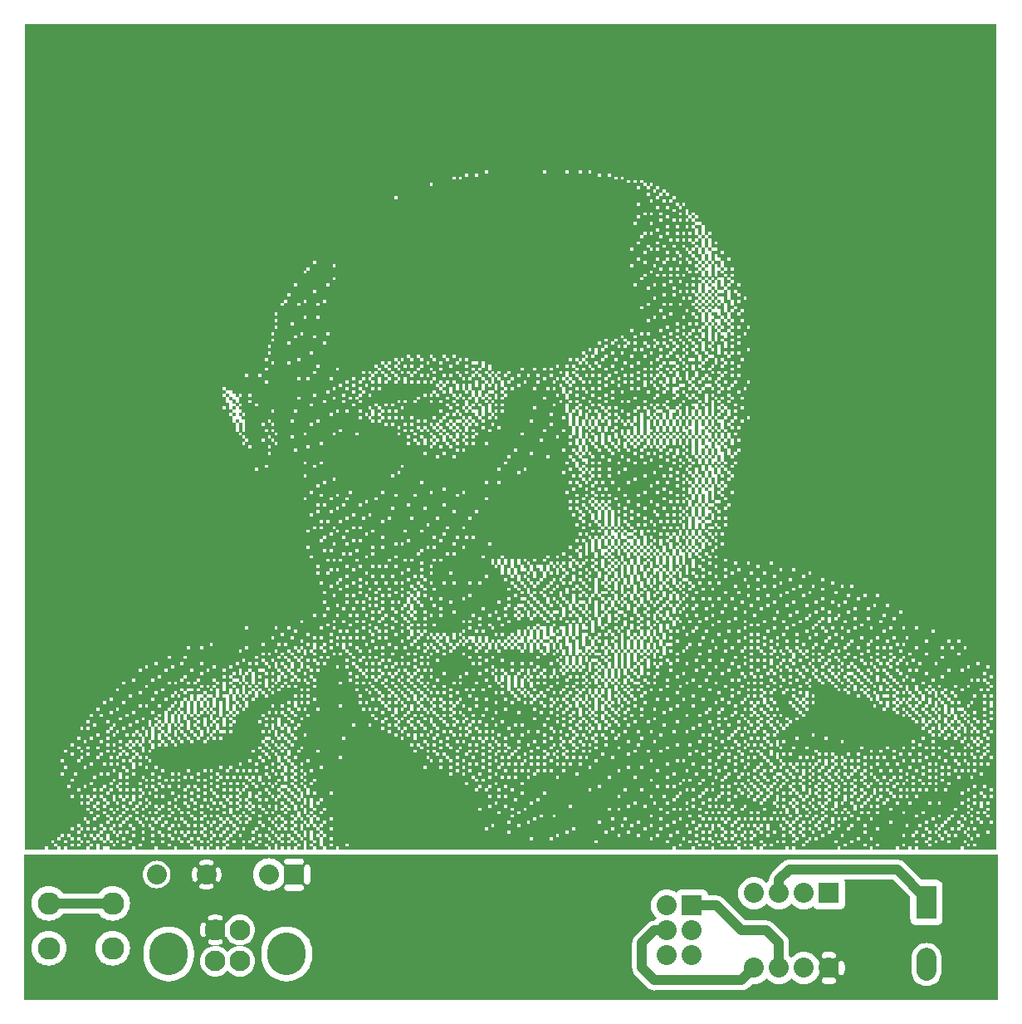
<source format=gtl>
G04 start of page 2 for group 3 layer_idx 0 *
G04 Title: (unknown), top_copper *
G04 Creator: pcb-rnd 3.1.5-dev *
G04 CreationDate: 2024-03-25 20:38:14 UTC *
G04 For: STEM4ukraine *
G04 Format: Gerber/RS-274X *
G04 PCB-Dimensions: 393701 393701 *
G04 PCB-Coordinate-Origin: lower left *
%MOIN*%
%FSLAX25Y25*%
%LNTOP_COPPER_NONE_3*%
%ADD20C,0.0374*%
%ADD19C,0.0394*%
%ADD18C,0.0394*%
%ADD17C,0.0787*%
%ADD16C,0.1535*%
%ADD15C,0.0827*%
%ADD14C,0.0900*%
%ADD13C,0.0800*%
%ADD12C,0.0400*%
%ADD11C,0.0001*%
G54D11*G36*
X392717Y59055D02*Y984D01*
X364173D01*
Y6541D01*
X365115Y6615D01*
X366033Y6835D01*
X366906Y7197D01*
X367711Y7690D01*
X368429Y8303D01*
X369042Y9022D01*
X369536Y9827D01*
X369897Y10699D01*
X370118Y11618D01*
X370173Y12559D01*
Y17717D01*
X370118Y18658D01*
X369897Y19576D01*
X369536Y20449D01*
X369042Y21254D01*
X368429Y21972D01*
X367711Y22586D01*
X366906Y23079D01*
X366033Y23440D01*
X365115Y23661D01*
X364173Y23735D01*
Y30859D01*
X368075D01*
X368173Y30851D01*
X368566Y30882D01*
X368948Y30974D01*
X369312Y31125D01*
X369647Y31330D01*
X369946Y31586D01*
X370202Y31885D01*
X370408Y32221D01*
X370558Y32584D01*
X370650Y32967D01*
X370681Y33359D01*
X370673Y33457D01*
Y46461D01*
X370681Y46559D01*
X370650Y46951D01*
X370650Y46951D01*
X370558Y47334D01*
X370408Y47697D01*
X370202Y48033D01*
X369946Y48332D01*
X369647Y48588D01*
X369312Y48793D01*
X368948Y48944D01*
X368566Y49036D01*
X368173Y49067D01*
X368075Y49059D01*
X364173D01*
Y59055D01*
X392717D01*
G37*
G36*
X329580Y984D02*Y10925D01*
X329619Y10909D01*
X329811Y10864D01*
X330007Y10849D01*
X330203Y10866D01*
X330394Y10913D01*
X330576Y10989D01*
X330743Y11092D01*
X330892Y11221D01*
X331019Y11371D01*
X331121Y11539D01*
X331192Y11723D01*
X331348Y12275D01*
X331449Y12841D01*
X331500Y13413D01*
Y13988D01*
X331449Y14560D01*
X331348Y15126D01*
X331198Y15681D01*
X331125Y15864D01*
X331022Y16033D01*
X330895Y16183D01*
X330745Y16312D01*
X330578Y16416D01*
X330396Y16493D01*
X330204Y16540D01*
X330007Y16556D01*
X329810Y16542D01*
X329618Y16497D01*
X329580Y16481D01*
Y37269D01*
X329775Y37316D01*
X330138Y37466D01*
X330474Y37672D01*
X330773Y37928D01*
X331029Y38227D01*
X331234Y38562D01*
X331385Y38926D01*
X331477Y39308D01*
X331508Y39701D01*
X331500Y39799D01*
Y47603D01*
X331508Y47701D01*
X331477Y48093D01*
X331477Y48093D01*
X331385Y48476D01*
X331234Y48839D01*
X331044Y49150D01*
X350705D01*
X357673Y42182D01*
Y33457D01*
X357666Y33359D01*
X357696Y32967D01*
X357696Y32967D01*
X357788Y32584D01*
X357939Y32221D01*
X358144Y31885D01*
X358400Y31586D01*
X358699Y31330D01*
X359035Y31125D01*
X359398Y30974D01*
X359781Y30882D01*
X360173Y30851D01*
X360271Y30859D01*
X364173D01*
Y23735D01*
X363232Y23661D01*
X362313Y23440D01*
X361441Y23079D01*
X360636Y22586D01*
X359918Y21972D01*
X359304Y21254D01*
X358811Y20449D01*
X358449Y19576D01*
X358229Y18658D01*
X358173Y17717D01*
Y12559D01*
X358229Y11618D01*
X358449Y10699D01*
X358811Y9827D01*
X359304Y9022D01*
X359918Y8303D01*
X360636Y7690D01*
X361441Y7197D01*
X362313Y6835D01*
X363232Y6615D01*
X364173Y6541D01*
Y984D01*
X329580D01*
G37*
G36*
X364173Y59055D02*Y49059D01*
X362110D01*
X355302Y55867D01*
X355199Y55987D01*
X354721Y56396D01*
X354184Y56725D01*
X353602Y56966D01*
X352990Y57113D01*
X352990Y57113D01*
X352362Y57162D01*
X352205Y57150D01*
X329580D01*
Y59055D01*
X364173D01*
G37*
G36*
X328902Y37201D02*X329000Y37193D01*
X329392Y37224D01*
X329392Y37224D01*
X329580Y37269D01*
Y16481D01*
X329436Y16422D01*
X329267Y16320D01*
X329116Y16192D01*
X328987Y16043D01*
X328883Y15875D01*
X328807Y15693D01*
X328760Y15501D01*
X328743Y15305D01*
X328758Y15108D01*
X328807Y14917D01*
X328903Y14577D01*
X328965Y14229D01*
X328996Y13877D01*
Y13524D01*
X328965Y13172D01*
X328903Y12825D01*
X328810Y12484D01*
X328762Y12293D01*
X328747Y12097D01*
X328764Y11901D01*
X328810Y11710D01*
X328887Y11528D01*
X328990Y11361D01*
X329119Y11212D01*
X329269Y11085D01*
X329437Y10983D01*
X329580Y10925D01*
Y984D01*
X325002D01*
Y7201D01*
X325287D01*
X325860Y7251D01*
X326425Y7352D01*
X326980Y7503D01*
X327163Y7576D01*
X327332Y7679D01*
X327483Y7806D01*
X327611Y7955D01*
X327715Y8123D01*
X327792Y8305D01*
X327839Y8497D01*
X327855Y8694D01*
X327841Y8890D01*
X327796Y9083D01*
X327721Y9265D01*
X327619Y9434D01*
X327491Y9585D01*
X327342Y9714D01*
X327174Y9818D01*
X326992Y9894D01*
X326801Y9941D01*
X326604Y9958D01*
X326407Y9943D01*
X326216Y9894D01*
X325876Y9798D01*
X325529Y9736D01*
X325177Y9705D01*
X325002D01*
Y17697D01*
X325177D01*
X325529Y17666D01*
X325876Y17604D01*
X326217Y17511D01*
X326408Y17462D01*
X326604Y17448D01*
X326800Y17464D01*
X326991Y17511D01*
X327172Y17587D01*
X327340Y17691D01*
X327489Y17820D01*
X327616Y17970D01*
X327718Y18138D01*
X327792Y18320D01*
X327837Y18512D01*
X327851Y18708D01*
X327835Y18904D01*
X327788Y19095D01*
X327712Y19277D01*
X327608Y19444D01*
X327480Y19593D01*
X327330Y19720D01*
X327161Y19822D01*
X326978Y19893D01*
X326425Y20049D01*
X325860Y20150D01*
X325287Y20201D01*
X325002D01*
Y37201D01*
X328902D01*
G37*
G36*
X329580Y59055D02*Y57150D01*
X325002D01*
Y59055D01*
X329580D01*
G37*
G36*
X325002D02*Y57150D01*
X309212D01*
X309055Y57162D01*
X308427Y57113D01*
X307815Y56966D01*
X307234Y56725D01*
X306697Y56396D01*
X306697Y56396D01*
X306218Y55987D01*
X306116Y55867D01*
X302282Y52034D01*
X302163Y51932D01*
X301754Y51453D01*
X301425Y50916D01*
X301184Y50334D01*
X301037Y49722D01*
X300988Y49094D01*
X301000Y48938D01*
Y48832D01*
X300390Y48311D01*
X300000Y47855D01*
X299610Y48311D01*
X298832Y48976D01*
X297960Y49510D01*
X297015Y49902D01*
X296020Y50141D01*
X295000Y50221D01*
X293980Y50141D01*
X292985Y49902D01*
X292040Y49510D01*
X291168Y48976D01*
X290390Y48311D01*
X289725Y47533D01*
X289191Y46661D01*
X288799Y45716D01*
X288560Y44721D01*
X288480Y43701D01*
X288560Y42681D01*
X288799Y41686D01*
X289191Y40741D01*
X289725Y39868D01*
X290390Y39090D01*
X291168Y38426D01*
X292040Y37891D01*
X292985Y37500D01*
X293980Y37261D01*
X295000Y37181D01*
X296020Y37261D01*
X297015Y37500D01*
X297960Y37891D01*
X298832Y38426D01*
X299610Y39090D01*
X300000Y39547D01*
X300390Y39090D01*
X301168Y38426D01*
X302040Y37891D01*
X302985Y37500D01*
X303980Y37261D01*
X305000Y37181D01*
X306020Y37261D01*
X307015Y37500D01*
X307960Y37891D01*
X308832Y38426D01*
X309610Y39090D01*
X310000Y39547D01*
X310390Y39090D01*
X311168Y38426D01*
X312040Y37891D01*
X312985Y37500D01*
X313980Y37261D01*
X315000Y37181D01*
X316020Y37261D01*
X317015Y37500D01*
X317960Y37891D01*
X318832Y38426D01*
X318843Y38435D01*
X318971Y38227D01*
X319227Y37928D01*
X319526Y37672D01*
X319862Y37466D01*
X320225Y37316D01*
X320608Y37224D01*
X321000Y37193D01*
X321098Y37201D01*
X325002D01*
Y20201D01*
X324713D01*
X324140Y20150D01*
X323575Y20049D01*
X323020Y19899D01*
X322837Y19825D01*
X322668Y19723D01*
X322517Y19596D01*
X322389Y19446D01*
X322285Y19278D01*
X322208Y19096D01*
X322161Y18905D01*
X322145Y18708D01*
X322159Y18511D01*
X322204Y18319D01*
X322279Y18136D01*
X322381Y17968D01*
X322509Y17817D01*
X322658Y17688D01*
X322826Y17584D01*
X323008Y17508D01*
X323199Y17461D01*
X323396Y17444D01*
X323593Y17459D01*
X323784Y17507D01*
X324124Y17604D01*
X324471Y17666D01*
X324823Y17697D01*
X325002D01*
Y9705D01*
X324823D01*
X324471Y9736D01*
X324124Y9798D01*
X323783Y9890D01*
X323592Y9939D01*
X323396Y9954D01*
X323200Y9937D01*
X323009Y9890D01*
X322828Y9814D01*
X322660Y9710D01*
X322511Y9582D01*
X322384Y9432D01*
X322282Y9263D01*
X322208Y9081D01*
X322163Y8890D01*
X322149Y8694D01*
X322165Y8498D01*
X322212Y8306D01*
X322288Y8125D01*
X322392Y7958D01*
X322520Y7809D01*
X322670Y7682D01*
X322839Y7580D01*
X323022Y7509D01*
X323575Y7352D01*
X324140Y7251D01*
X324713Y7201D01*
X325002D01*
Y984D01*
X283744D01*
Y4701D01*
X289843D01*
X290000Y4688D01*
X290627Y4738D01*
X290628Y4738D01*
X291240Y4885D01*
X291822Y5126D01*
X292358Y5455D01*
X292837Y5864D01*
X292939Y5983D01*
X294200Y7244D01*
X295000Y7181D01*
X296020Y7261D01*
X297015Y7500D01*
X297960Y7891D01*
X298832Y8426D01*
X299610Y9090D01*
X300000Y9547D01*
X300390Y9090D01*
X301168Y8426D01*
X302040Y7891D01*
X302985Y7500D01*
X303980Y7261D01*
X305000Y7181D01*
X306020Y7261D01*
X307015Y7500D01*
X307960Y7891D01*
X308832Y8426D01*
X309610Y9090D01*
X310000Y9547D01*
X310390Y9090D01*
X311168Y8426D01*
X312040Y7891D01*
X312985Y7500D01*
X313980Y7261D01*
X315000Y7181D01*
X316020Y7261D01*
X317015Y7500D01*
X317960Y7891D01*
X318832Y8426D01*
X319610Y9090D01*
X320275Y9868D01*
X320809Y10741D01*
X321201Y11686D01*
X321440Y12681D01*
X321500Y13701D01*
X321440Y14721D01*
X321201Y15716D01*
X320809Y16661D01*
X320275Y17533D01*
X319610Y18311D01*
X318832Y18976D01*
X317960Y19510D01*
X317015Y19902D01*
X316020Y20141D01*
X315000Y20221D01*
X313980Y20141D01*
X312985Y19902D01*
X312040Y19510D01*
X311168Y18976D01*
X310390Y18311D01*
X310000Y17855D01*
X309610Y18311D01*
X309000Y18832D01*
Y23544D01*
X309012Y23701D01*
X308963Y24328D01*
X308963Y24328D01*
X308816Y24941D01*
X308575Y25522D01*
X308246Y26059D01*
X307837Y26538D01*
X307718Y26640D01*
X302939Y31418D01*
X302837Y31538D01*
X302358Y31947D01*
X301822Y32276D01*
X301240Y32517D01*
X300628Y32664D01*
X300627Y32664D01*
X300000Y32713D01*
X299843Y32701D01*
X291657D01*
X283744Y40614D01*
Y59055D01*
X325002D01*
G37*
G36*
X283744D02*Y40614D01*
X282939Y41418D01*
X282837Y41538D01*
X282358Y41947D01*
X281822Y42276D01*
X281240Y42517D01*
X280628Y42664D01*
X280627Y42664D01*
X280000Y42713D01*
X279843Y42701D01*
X276508D01*
X276477Y43093D01*
X276477Y43093D01*
X276385Y43476D01*
X276234Y43839D01*
X276029Y44175D01*
X275773Y44474D01*
X275474Y44730D01*
X275138Y44935D01*
X274775Y45086D01*
X274392Y45178D01*
X274000Y45208D01*
X273902Y45201D01*
X266098D01*
X266000Y45208D01*
X265608Y45178D01*
X265608Y45178D01*
X265225Y45086D01*
X264862Y44935D01*
X264526Y44730D01*
X264227Y44474D01*
X263971Y44175D01*
X263843Y43966D01*
X263832Y43976D01*
X262960Y44510D01*
X262015Y44902D01*
X261020Y45141D01*
X260000Y45221D01*
X258980Y45141D01*
X257985Y44902D01*
X257040Y44510D01*
X256168Y43976D01*
X255390Y43311D01*
X254725Y42533D01*
X254191Y41661D01*
X253799Y40716D01*
X253560Y39721D01*
X253480Y38701D01*
X253560Y37681D01*
X253799Y36686D01*
X254191Y35741D01*
X254725Y34868D01*
X255390Y34090D01*
X255846Y33701D01*
X255390Y33311D01*
X254870Y32703D01*
X254372Y32664D01*
X253760Y32517D01*
X253178Y32276D01*
X252642Y31947D01*
X252641Y31947D01*
X252163Y31538D01*
X252061Y31418D01*
X247282Y26640D01*
X247163Y26538D01*
X246754Y26059D01*
X246425Y25522D01*
X246184Y24941D01*
X246037Y24328D01*
X246037Y24328D01*
X245988Y23701D01*
X246000Y23544D01*
Y13858D01*
X245988Y13701D01*
X246037Y13073D01*
Y13073D01*
X246184Y12461D01*
X246425Y11879D01*
X246627Y11550D01*
X246754Y11342D01*
X246754Y11342D01*
X247163Y10864D01*
X247282Y10762D01*
X252061Y5983D01*
X252163Y5864D01*
X252642Y5455D01*
X252642Y5455D01*
X252849Y5327D01*
X253178Y5126D01*
X253760Y4885D01*
X254372Y4738D01*
X254372D01*
X255000Y4688D01*
X255157Y4701D01*
X283744D01*
Y984D01*
X105226D01*
Y8591D01*
X105686Y8480D01*
X107283Y8354D01*
X108880Y8480D01*
X110438Y8854D01*
X111918Y9467D01*
X113284Y10304D01*
X114502Y11344D01*
X115542Y12563D01*
X116379Y13928D01*
X116992Y15408D01*
X117366Y16966D01*
X117461Y18563D01*
Y20138D01*
X117366Y21735D01*
X116992Y23292D01*
X116379Y24772D01*
X115542Y26138D01*
X114502Y27356D01*
X113284Y28397D01*
X111918Y29234D01*
X110438Y29847D01*
X108880Y30221D01*
X107283Y30346D01*
X105686Y30221D01*
X105226Y30110D01*
Y47015D01*
X105441Y47266D01*
X105555Y47314D01*
X105723Y47417D01*
X105873Y47544D01*
X106001Y47694D01*
X106103Y47862D01*
X106179Y48044D01*
X106225Y48235D01*
X106236Y48431D01*
Y47181D01*
X107486D01*
X107290Y47170D01*
X107099Y47124D01*
X106917Y47048D01*
X106749Y46945D01*
X106600Y46818D01*
X106472Y46668D01*
X106369Y46500D01*
X106294Y46319D01*
X106248Y46127D01*
X106232Y45931D01*
X106248Y45735D01*
X106294Y45544D01*
X106369Y45362D01*
X106472Y45194D01*
X106600Y45044D01*
X106749Y44917D01*
X106917Y44814D01*
X107099Y44739D01*
X107290Y44693D01*
X107486Y44681D01*
X112986D01*
X113182Y44693D01*
X113374Y44739D01*
X113555Y44814D01*
X113723Y44917D01*
X113873Y45044D01*
X114001Y45194D01*
X114103Y45362D01*
X114179Y45544D01*
X114225Y45735D01*
X114240Y45931D01*
X114225Y46127D01*
X114179Y46319D01*
X114103Y46500D01*
X114001Y46668D01*
X113873Y46818D01*
X113723Y46946D01*
X113555Y47048D01*
X113374Y47124D01*
X113182Y47170D01*
X112986Y47181D01*
X114236D01*
Y48431D01*
X114248Y48235D01*
X114294Y48044D01*
X114369Y47862D01*
X114472Y47694D01*
X114600Y47544D01*
X114749Y47417D01*
X114917Y47314D01*
X115099Y47239D01*
X115290Y47193D01*
X115486Y47177D01*
X115682Y47193D01*
X115874Y47239D01*
X116055Y47314D01*
X116223Y47417D01*
X116373Y47544D01*
X116501Y47694D01*
X116603Y47862D01*
X116679Y48044D01*
X116725Y48235D01*
X116736Y48431D01*
Y53931D01*
X116725Y54127D01*
X116679Y54319D01*
X116603Y54500D01*
X116501Y54668D01*
X116373Y54818D01*
X116223Y54946D01*
X116055Y55048D01*
X115874Y55124D01*
X115682Y55170D01*
X115486Y55185D01*
X115290Y55170D01*
X115099Y55124D01*
X114917Y55048D01*
X114749Y54946D01*
X114600Y54818D01*
X114472Y54668D01*
X114369Y54500D01*
X114294Y54319D01*
X114248Y54127D01*
X114236Y53931D01*
Y55181D01*
X112986D01*
X113182Y55193D01*
X113374Y55239D01*
X113555Y55314D01*
X113723Y55417D01*
X113873Y55544D01*
X114001Y55694D01*
X114103Y55862D01*
X114179Y56044D01*
X114225Y56235D01*
X114240Y56431D01*
X114225Y56627D01*
X114179Y56819D01*
X114103Y57000D01*
X114001Y57168D01*
X113873Y57318D01*
X113723Y57445D01*
X113555Y57548D01*
X113374Y57624D01*
X113182Y57670D01*
X112986Y57681D01*
X107486D01*
X107290Y57670D01*
X107099Y57624D01*
X106917Y57548D01*
X106749Y57445D01*
X106600Y57318D01*
X106472Y57168D01*
X106369Y57000D01*
X106294Y56819D01*
X106248Y56627D01*
X106232Y56431D01*
X106248Y56235D01*
X106294Y56044D01*
X106369Y55862D01*
X106472Y55694D01*
X106600Y55544D01*
X106749Y55417D01*
X106917Y55314D01*
X107099Y55239D01*
X107290Y55193D01*
X107486Y55181D01*
X106236D01*
Y53931D01*
X106225Y54127D01*
X106179Y54319D01*
X106103Y54500D01*
X106001Y54668D01*
X105873Y54818D01*
X105723Y54945D01*
X105555Y55048D01*
X105441Y55096D01*
X105226Y55347D01*
Y59055D01*
X283744D01*
G37*
G36*
X105226D02*Y55347D01*
X104847Y55791D01*
X104069Y56456D01*
X103196Y56991D01*
X102251Y57382D01*
X101256Y57621D01*
X100236Y57701D01*
X99216Y57621D01*
X98221Y57382D01*
X97276Y56991D01*
X96404Y56456D01*
X95626Y55791D01*
X94961Y55013D01*
X94427Y54141D01*
X94035Y53196D01*
X93796Y52201D01*
X93716Y51181D01*
X93796Y50161D01*
X94035Y49166D01*
X94427Y48221D01*
X94961Y47349D01*
X95626Y46571D01*
X96404Y45906D01*
X97276Y45372D01*
X98221Y44980D01*
X99216Y44741D01*
X100236Y44661D01*
X101256Y44741D01*
X102251Y44980D01*
X103196Y45372D01*
X104069Y45906D01*
X104847Y46571D01*
X105226Y47015D01*
Y30110D01*
X104129Y29847D01*
X102649Y29234D01*
X101283Y28397D01*
X100065Y27356D01*
X99025Y26138D01*
X98188Y24772D01*
X97575Y23292D01*
X97201Y21735D01*
X97106Y20138D01*
Y18563D01*
X97201Y16966D01*
X97575Y15408D01*
X98188Y13928D01*
X99025Y12563D01*
X100065Y11344D01*
X101283Y10304D01*
X102649Y9467D01*
X104129Y8854D01*
X105226Y8591D01*
Y984D01*
X88494D01*
Y10246D01*
X88504Y10245D01*
X89466Y10321D01*
X90405Y10546D01*
X91297Y10915D01*
X92120Y11420D01*
X92855Y12047D01*
X93482Y12781D01*
X93986Y13604D01*
X94356Y14496D01*
X94581Y15435D01*
X94638Y16398D01*
X94581Y17360D01*
X94356Y18299D01*
X93986Y19191D01*
X93482Y20014D01*
X92855Y20748D01*
X92120Y21375D01*
X91297Y21880D01*
X90405Y22249D01*
X89466Y22475D01*
X88504Y22550D01*
X88494Y22550D01*
Y22844D01*
X88504Y22843D01*
X89466Y22919D01*
X90405Y23144D01*
X91297Y23514D01*
X92120Y24018D01*
X92855Y24645D01*
X93482Y25380D01*
X93986Y26203D01*
X94356Y27095D01*
X94581Y28034D01*
X94638Y28996D01*
X94581Y29959D01*
X94356Y30897D01*
X93986Y31789D01*
X93482Y32613D01*
X92855Y33347D01*
X92120Y33974D01*
X91297Y34478D01*
X90405Y34848D01*
X89466Y35073D01*
X88504Y35149D01*
X88494Y35148D01*
Y59055D01*
X105226D01*
G37*
G36*
X79936Y984D02*Y10395D01*
X80563Y10546D01*
X81455Y10915D01*
X82278Y11420D01*
X83012Y12047D01*
X83583Y12715D01*
X84153Y12047D01*
X84887Y11420D01*
X85711Y10915D01*
X86603Y10546D01*
X87541Y10321D01*
X88494Y10246D01*
Y984D01*
X79936D01*
G37*
G36*
X88494Y59055D02*Y35148D01*
X87541Y35073D01*
X86603Y34848D01*
X85711Y34478D01*
X84887Y33974D01*
X84153Y33347D01*
X83526Y32613D01*
X83113Y31939D01*
X83010Y31905D01*
X82869Y31833D01*
X82742Y31739D01*
X82630Y31627D01*
X82538Y31499D01*
X82467Y31358D01*
X82418Y31208D01*
X82394Y31051D01*
X82395Y30893D01*
X82420Y30737D01*
X82472Y30588D01*
X82537Y30417D01*
X82427Y29959D01*
X82351Y28996D01*
X82427Y28034D01*
X82538Y27572D01*
X82476Y27402D01*
X82424Y27254D01*
X82399Y27098D01*
X82398Y26941D01*
X82422Y26785D01*
X82470Y26636D01*
X82541Y26495D01*
X82634Y26368D01*
X82744Y26256D01*
X82872Y26163D01*
X83012Y26091D01*
X83110Y26059D01*
X83526Y25380D01*
X84153Y24645D01*
X84887Y24018D01*
X85711Y23514D01*
X86603Y23144D01*
X87541Y22919D01*
X88494Y22844D01*
Y22550D01*
X87541Y22475D01*
X86603Y22249D01*
X85711Y21880D01*
X84887Y21375D01*
X84153Y20748D01*
X83583Y20080D01*
X83012Y20748D01*
X82278Y21375D01*
X81455Y21880D01*
X80563Y22249D01*
X79936Y22400D01*
Y22993D01*
X80001Y23004D01*
X80522Y23145D01*
X81029Y23331D01*
X81170Y23402D01*
X81297Y23495D01*
X81409Y23608D01*
X81501Y23736D01*
X81573Y23877D01*
X81621Y24027D01*
X81645Y24183D01*
X81645Y24341D01*
X81619Y24497D01*
X81570Y24647D01*
X81498Y24788D01*
X81405Y24916D01*
X81293Y25027D01*
X81164Y25120D01*
X81023Y25191D01*
X80873Y25239D01*
X80717Y25263D01*
X80559Y25263D01*
X80403Y25238D01*
X80254Y25186D01*
X79936Y25065D01*
Y32928D01*
X80255Y32810D01*
X80404Y32758D01*
X80559Y32733D01*
X80716Y32733D01*
X80872Y32757D01*
X81022Y32805D01*
X81162Y32876D01*
X81290Y32968D01*
X81402Y33079D01*
X81495Y33206D01*
X81566Y33346D01*
X81616Y33496D01*
X81641Y33651D01*
X81641Y33809D01*
X81617Y33964D01*
X81569Y34114D01*
X81498Y34254D01*
X81406Y34382D01*
X81295Y34494D01*
X81168Y34587D01*
X81026Y34656D01*
X80522Y34847D01*
X80001Y34988D01*
X79936Y35000D01*
Y48318D01*
X79993Y48328D01*
X80142Y48378D01*
X80282Y48450D01*
X80408Y48543D01*
X80519Y48656D01*
X80610Y48784D01*
X80678Y48926D01*
X80876Y49469D01*
X81014Y50031D01*
X81097Y50603D01*
X81125Y51181D01*
X81097Y51759D01*
X81014Y52331D01*
X80876Y52893D01*
X80684Y53439D01*
X80614Y53581D01*
X80522Y53710D01*
X80411Y53822D01*
X80284Y53916D01*
X80144Y53989D01*
X79994Y54039D01*
X79936Y54049D01*
Y59055D01*
X88494D01*
G37*
G36*
X75120Y984D02*Y11374D01*
X75868Y10915D01*
X76760Y10546D01*
X77699Y10321D01*
X78661Y10245D01*
X79624Y10321D01*
X79936Y10395D01*
Y984D01*
X75120D01*
G37*
G36*
X79936Y59055D02*Y54049D01*
X79838Y54065D01*
X79680Y54066D01*
X79523Y54042D01*
X79373Y53995D01*
X79231Y53924D01*
X79102Y53832D01*
X78990Y53721D01*
X78896Y53594D01*
X78823Y53453D01*
X78773Y53303D01*
X78747Y53147D01*
X78746Y52989D01*
X78770Y52833D01*
X78820Y52683D01*
X78952Y52321D01*
X79044Y51947D01*
X79100Y51566D01*
X79118Y51181D01*
X79100Y50796D01*
X79044Y50415D01*
X78952Y50041D01*
X78825Y49677D01*
X78774Y49528D01*
X78751Y49373D01*
X78752Y49215D01*
X78778Y49060D01*
X78827Y48911D01*
X78900Y48771D01*
X78993Y48644D01*
X79106Y48534D01*
X79234Y48442D01*
X79374Y48372D01*
X79524Y48324D01*
X79680Y48301D01*
X79837Y48302D01*
X79936Y48318D01*
Y35000D01*
X79469Y35082D01*
X78931Y35130D01*
X78391D01*
X77854Y35082D01*
X77322Y34988D01*
X76801Y34847D01*
X76294Y34661D01*
X76153Y34590D01*
X76025Y34497D01*
X75914Y34385D01*
X75822Y34256D01*
X75750Y34115D01*
X75702Y33965D01*
X75678Y33809D01*
X75678Y33651D01*
X75703Y33495D01*
X75753Y33345D01*
X75825Y33204D01*
X75918Y33077D01*
X76030Y32965D01*
X76158Y32873D01*
X76299Y32801D01*
X76450Y32753D01*
X76606Y32729D01*
X76764Y32729D01*
X76920Y32754D01*
X77069Y32807D01*
X77409Y32936D01*
X77760Y33030D01*
X78118Y33094D01*
X78480Y33126D01*
X78843D01*
X79205Y33094D01*
X79563Y33030D01*
X79914Y32936D01*
X79936Y32928D01*
Y25065D01*
X79914Y25057D01*
X79563Y24962D01*
X79205Y24898D01*
X78843Y24866D01*
X78480D01*
X78118Y24898D01*
X77760Y24962D01*
X77409Y25057D01*
X77068Y25182D01*
X76919Y25234D01*
X76764Y25259D01*
X76606Y25259D01*
X76451Y25235D01*
X76301Y25187D01*
X76161Y25116D01*
X76033Y25024D01*
X75921Y24913D01*
X75828Y24786D01*
X75756Y24646D01*
X75707Y24496D01*
X75682Y24341D01*
X75682Y24184D01*
X75706Y24028D01*
X75754Y23878D01*
X75825Y23738D01*
X75917Y23610D01*
X76028Y23498D01*
X76155Y23406D01*
X76296Y23336D01*
X76801Y23145D01*
X77322Y23004D01*
X77854Y22910D01*
X78391Y22862D01*
X78931D01*
X79469Y22910D01*
X79936Y22993D01*
Y22400D01*
X79624Y22475D01*
X78661Y22550D01*
X77699Y22475D01*
X76760Y22249D01*
X75868Y21880D01*
X75120Y21422D01*
Y45174D01*
X75696Y45202D01*
X76268Y45285D01*
X76830Y45423D01*
X77376Y45615D01*
X77518Y45685D01*
X77647Y45777D01*
X77759Y45888D01*
X77853Y46015D01*
X77926Y46155D01*
X77976Y46305D01*
X78002Y46461D01*
X78003Y46620D01*
X77979Y46776D01*
X77932Y46927D01*
X77861Y47068D01*
X77769Y47197D01*
X77658Y47309D01*
X77531Y47403D01*
X77390Y47476D01*
X77240Y47526D01*
X77084Y47552D01*
X76926Y47553D01*
X76770Y47529D01*
X76620Y47479D01*
X76258Y47347D01*
X75884Y47255D01*
X75503Y47200D01*
X75120Y47181D01*
Y55181D01*
X75503Y55163D01*
X75884Y55107D01*
X76258Y55015D01*
X76622Y54888D01*
X76771Y54837D01*
X76926Y54814D01*
X77084Y54815D01*
X77239Y54841D01*
X77388Y54890D01*
X77528Y54963D01*
X77655Y55056D01*
X77765Y55168D01*
X77857Y55297D01*
X77927Y55437D01*
X77975Y55587D01*
X77998Y55743D01*
X77997Y55900D01*
X77971Y56056D01*
X77922Y56205D01*
X77849Y56345D01*
X77756Y56471D01*
X77644Y56582D01*
X77516Y56673D01*
X77374Y56741D01*
X76830Y56939D01*
X76268Y57077D01*
X75696Y57160D01*
X75120Y57188D01*
Y59055D01*
X79936D01*
G37*
G36*
X74311Y12047D02*X75045Y11420D01*
X75120Y11374D01*
Y984D01*
X73728D01*
Y12729D01*
X74311Y12047D01*
G37*
G36*
X73968Y45285D02*X74540Y45202D01*
X75118Y45174D01*
X75120Y45174D01*
Y21422D01*
X75045Y21375D01*
X74311Y20748D01*
X73728Y20066D01*
Y26031D01*
X73849Y26012D01*
X74007Y26013D01*
X74163Y26038D01*
X74313Y26087D01*
X74453Y26160D01*
X74581Y26253D01*
X74692Y26365D01*
X74785Y26493D01*
X74856Y26634D01*
X74905Y26785D01*
X74929Y26941D01*
X74928Y27099D01*
X74903Y27255D01*
X74851Y27404D01*
X74722Y27743D01*
X74627Y28094D01*
X74563Y28452D01*
X74532Y28814D01*
Y29178D01*
X74563Y29540D01*
X74627Y29898D01*
X74722Y30249D01*
X74847Y30590D01*
X74899Y30738D01*
X74924Y30894D01*
X74925Y31051D01*
X74901Y31207D01*
X74852Y31356D01*
X74781Y31497D01*
X74689Y31625D01*
X74578Y31736D01*
X74451Y31829D01*
X74311Y31901D01*
X74162Y31950D01*
X74006Y31975D01*
X73849Y31976D01*
X73728Y31957D01*
Y45344D01*
X73968Y45285D01*
G37*
G36*
X73978Y55015D02*X74352Y55107D01*
X74733Y55163D01*
X75118Y55181D01*
X75120Y55181D01*
Y47181D01*
X75118Y47181D01*
X74733Y47200D01*
X74352Y47255D01*
X73978Y47347D01*
X73728Y47435D01*
Y54924D01*
X73978Y55015D01*
G37*
G36*
X75120Y59055D02*Y57188D01*
X75118Y57188D01*
X74540Y57160D01*
X73968Y57077D01*
X73728Y57018D01*
Y59055D01*
X75120D01*
G37*
G36*
X73728D02*Y57018D01*
X73406Y56939D01*
X72860Y56747D01*
X72718Y56677D01*
X72590Y56585D01*
X72477Y56474D01*
X72383Y56347D01*
X72310Y56207D01*
X72260Y56057D01*
X72234Y55901D01*
X72233Y55743D01*
X72257Y55586D01*
X72305Y55436D01*
X72375Y55294D01*
X72467Y55165D01*
X72578Y55053D01*
X72706Y54959D01*
X72846Y54886D01*
X72996Y54836D01*
X73152Y54810D01*
X73310Y54809D01*
X73467Y54833D01*
X73616Y54883D01*
X73728Y54924D01*
Y47435D01*
X73614Y47475D01*
X73466Y47525D01*
X73310Y47548D01*
X73152Y47547D01*
X72997Y47521D01*
X72848Y47472D01*
X72708Y47399D01*
X72581Y47306D01*
X72471Y47194D01*
X72379Y47066D01*
X72309Y46925D01*
X72261Y46775D01*
X72238Y46619D01*
X72239Y46462D01*
X72265Y46307D01*
X72315Y46157D01*
X72387Y46018D01*
X72480Y45891D01*
X72593Y45780D01*
X72721Y45689D01*
X72863Y45621D01*
X73406Y45423D01*
X73728Y45344D01*
Y31957D01*
X73693Y31952D01*
X73544Y31903D01*
X73403Y31832D01*
X73275Y31740D01*
X73164Y31629D01*
X73071Y31502D01*
X73002Y31361D01*
X72810Y30857D01*
X72669Y30335D01*
X72575Y29804D01*
X72528Y29266D01*
Y28726D01*
X72575Y28188D01*
X72669Y27657D01*
X72810Y27136D01*
X72996Y26629D01*
X73067Y26488D01*
X73161Y26360D01*
X73273Y26249D01*
X73401Y26156D01*
X73542Y26085D01*
X73692Y26037D01*
X73728Y26031D01*
Y20066D01*
X73684Y20014D01*
X73179Y19191D01*
X72810Y18299D01*
X72584Y17360D01*
X72509Y16398D01*
X72584Y15435D01*
X72810Y14496D01*
X73179Y13604D01*
X73684Y12781D01*
X73728Y12729D01*
Y984D01*
X70301D01*
Y48314D01*
X70398Y48297D01*
X70557Y48296D01*
X70713Y48320D01*
X70864Y48368D01*
X71005Y48438D01*
X71134Y48530D01*
X71246Y48641D01*
X71340Y48769D01*
X71413Y48909D01*
X71463Y49059D01*
X71489Y49215D01*
X71490Y49373D01*
X71466Y49530D01*
X71416Y49679D01*
X71284Y50041D01*
X71192Y50415D01*
X71137Y50796D01*
X71118Y51181D01*
X71137Y51566D01*
X71192Y51947D01*
X71284Y52321D01*
X71412Y52685D01*
X71462Y52834D01*
X71485Y52989D01*
X71484Y53147D01*
X71458Y53302D01*
X71409Y53451D01*
X71336Y53591D01*
X71243Y53718D01*
X71131Y53828D01*
X71003Y53920D01*
X70862Y53990D01*
X70712Y54038D01*
X70556Y54061D01*
X70399Y54060D01*
X70301Y54044D01*
Y59055D01*
X73728D01*
G37*
G36*
X70301D02*Y54044D01*
X70244Y54034D01*
X70094Y53985D01*
X69955Y53912D01*
X69828Y53819D01*
X69717Y53707D01*
X69626Y53579D01*
X69558Y53437D01*
X69360Y52893D01*
X69222Y52331D01*
X69139Y51759D01*
X69111Y51181D01*
X69139Y50603D01*
X69222Y50031D01*
X69360Y49469D01*
X69552Y48923D01*
X69622Y48781D01*
X69714Y48653D01*
X69825Y48540D01*
X69952Y48446D01*
X70092Y48373D01*
X70242Y48323D01*
X70301Y48314D01*
Y984D01*
X55110D01*
Y9551D01*
X55247Y9467D01*
X56727Y8854D01*
X58285Y8480D01*
X59882Y8354D01*
X61479Y8480D01*
X63037Y8854D01*
X64516Y9467D01*
X65882Y10304D01*
X67100Y11344D01*
X68141Y12563D01*
X68978Y13928D01*
X69591Y15408D01*
X69965Y16966D01*
X70059Y18563D01*
Y20138D01*
X69965Y21735D01*
X69591Y23292D01*
X68978Y24772D01*
X68141Y26138D01*
X67100Y27356D01*
X65882Y28397D01*
X64516Y29234D01*
X63037Y29847D01*
X61479Y30221D01*
X59882Y30346D01*
X58285Y30221D01*
X56727Y29847D01*
X55247Y29234D01*
X55110Y29149D01*
Y45665D01*
X55118Y45664D01*
X55981Y45732D01*
X56823Y45934D01*
X57623Y46265D01*
X58361Y46718D01*
X59019Y47280D01*
X59581Y47938D01*
X60034Y48676D01*
X60365Y49476D01*
X60567Y50318D01*
X60618Y51181D01*
X60567Y52044D01*
X60365Y52886D01*
X60034Y53686D01*
X59581Y54424D01*
X59019Y55082D01*
X58361Y55644D01*
X57623Y56097D01*
X56823Y56428D01*
X55981Y56630D01*
X55118Y56698D01*
X55110Y56697D01*
Y59055D01*
X70301D01*
G37*
G36*
X55110D02*Y56697D01*
X54255Y56630D01*
X53413Y56428D01*
X52613Y56097D01*
X51875Y55644D01*
X51217Y55082D01*
X50655Y54424D01*
X50202Y53686D01*
X49871Y52886D01*
X49669Y52044D01*
X49601Y51181D01*
X49669Y50318D01*
X49871Y49476D01*
X50202Y48676D01*
X50655Y47938D01*
X51217Y47280D01*
X51875Y46718D01*
X52613Y46265D01*
X53413Y45934D01*
X54255Y45732D01*
X55110Y45665D01*
Y29149D01*
X53881Y28397D01*
X52663Y27356D01*
X51623Y26138D01*
X50786Y24772D01*
X50173Y23292D01*
X49799Y21735D01*
X49705Y20138D01*
Y18563D01*
X49799Y16966D01*
X50173Y15408D01*
X50786Y13928D01*
X51623Y12563D01*
X52663Y11344D01*
X53881Y10304D01*
X55110Y9551D01*
Y984D01*
X37391D01*
Y14633D01*
X37402Y14632D01*
X38500Y14718D01*
X39571Y14976D01*
X40589Y15397D01*
X41529Y15973D01*
X42367Y16689D01*
X43082Y17526D01*
X43658Y18466D01*
X44080Y19484D01*
X44337Y20555D01*
X44402Y21654D01*
X44337Y22752D01*
X44080Y23823D01*
X43658Y24841D01*
X43082Y25781D01*
X42367Y26619D01*
X41529Y27334D01*
X40589Y27910D01*
X39571Y28331D01*
X38500Y28589D01*
X37402Y28675D01*
X37391Y28674D01*
Y32633D01*
X37402Y32632D01*
X38500Y32718D01*
X39571Y32976D01*
X40589Y33397D01*
X41529Y33973D01*
X42367Y34689D01*
X43082Y35526D01*
X43658Y36466D01*
X44080Y37484D01*
X44337Y38555D01*
X44402Y39654D01*
X44337Y40752D01*
X44080Y41823D01*
X43658Y42841D01*
X43082Y43781D01*
X42367Y44619D01*
X41529Y45334D01*
X40589Y45910D01*
X39571Y46331D01*
X38500Y46589D01*
X37402Y46675D01*
X37391Y46674D01*
Y59055D01*
X55110D01*
G37*
G36*
X24595Y984D02*Y35654D01*
X31643D01*
X31721Y35526D01*
X32437Y34689D01*
X33274Y33973D01*
X34214Y33397D01*
X35232Y32976D01*
X36303Y32718D01*
X37391Y32633D01*
Y28674D01*
X36303Y28589D01*
X35232Y28331D01*
X34214Y27910D01*
X33274Y27334D01*
X32437Y26619D01*
X31721Y25781D01*
X31145Y24841D01*
X30724Y23823D01*
X30466Y22752D01*
X30380Y21654D01*
X30466Y20555D01*
X30724Y19484D01*
X31145Y18466D01*
X31721Y17526D01*
X32437Y16689D01*
X33274Y15973D01*
X34214Y15397D01*
X35232Y14976D01*
X36303Y14718D01*
X37391Y14633D01*
Y984D01*
X24595D01*
G37*
G36*
X37391Y59055D02*Y46674D01*
X36303Y46589D01*
X35232Y46331D01*
X34214Y45910D01*
X33274Y45334D01*
X32437Y44619D01*
X31721Y43781D01*
X31643Y43654D01*
X24595D01*
Y59055D01*
X37391D01*
G37*
G36*
X11811Y32632D02*X12909Y32718D01*
X13980Y32976D01*
X14998Y33397D01*
X15938Y33973D01*
X16776Y34689D01*
X17491Y35526D01*
X17569Y35654D01*
X24595D01*
Y984D01*
X11800D01*
Y14633D01*
X11811Y14632D01*
X12909Y14718D01*
X13980Y14976D01*
X14998Y15397D01*
X15938Y15973D01*
X16776Y16689D01*
X17491Y17526D01*
X18067Y18466D01*
X18489Y19484D01*
X18746Y20555D01*
X18811Y21654D01*
X18746Y22752D01*
X18489Y23823D01*
X18067Y24841D01*
X17491Y25781D01*
X16776Y26619D01*
X15938Y27334D01*
X14998Y27910D01*
X13980Y28331D01*
X12909Y28589D01*
X11811Y28675D01*
X11800Y28674D01*
Y32633D01*
X11811Y32632D01*
G37*
G36*
X24595Y59055D02*Y43654D01*
X17569D01*
X17491Y43781D01*
X16776Y44619D01*
X15938Y45334D01*
X14998Y45910D01*
X13980Y46331D01*
X12909Y46589D01*
X11811Y46675D01*
X11800Y46674D01*
Y59055D01*
X24595D01*
G37*
G36*
X11800D02*Y46674D01*
X10712Y46589D01*
X9641Y46331D01*
X8623Y45910D01*
X7683Y45334D01*
X6846Y44619D01*
X6130Y43781D01*
X5554Y42841D01*
X5133Y41823D01*
X4875Y40752D01*
X4789Y39654D01*
X4875Y38555D01*
X5133Y37484D01*
X5554Y36466D01*
X6130Y35526D01*
X6846Y34689D01*
X7683Y33973D01*
X8623Y33397D01*
X9641Y32976D01*
X10712Y32718D01*
X11800Y32633D01*
Y28674D01*
X10712Y28589D01*
X9641Y28331D01*
X8623Y27910D01*
X7683Y27334D01*
X6846Y26619D01*
X6130Y25781D01*
X5554Y24841D01*
X5133Y23823D01*
X4875Y22752D01*
X4789Y21654D01*
X4875Y20555D01*
X5133Y19484D01*
X5554Y18466D01*
X6130Y17526D01*
X6846Y16689D01*
X7683Y15973D01*
X8623Y15397D01*
X9641Y14976D01*
X10712Y14718D01*
X11800Y14633D01*
Y984D01*
X1969D01*
Y59055D01*
X11800D01*
G37*
G36*
X392087Y392402D02*Y391063D01*
X2283D01*
Y392402D01*
X392087D01*
G37*
G36*
Y391102D02*Y389764D01*
X2283D01*
Y391102D01*
X392087D01*
G37*
G36*
Y389803D02*Y388465D01*
X2283D01*
Y389803D01*
X392087D01*
G37*
G36*
Y388504D02*Y387165D01*
X2283D01*
Y388504D01*
X392087D01*
G37*
G36*
Y387205D02*Y385866D01*
X2283D01*
Y387205D01*
X392087D01*
G37*
G36*
Y385906D02*Y384567D01*
X2283D01*
Y385906D01*
X392087D01*
G37*
G36*
Y384606D02*Y383268D01*
X2283D01*
Y384606D01*
X392087D01*
G37*
G36*
Y383307D02*Y381969D01*
X2283D01*
Y383307D01*
X392087D01*
G37*
G36*
Y382008D02*Y380669D01*
X2283D01*
Y382008D01*
X392087D01*
G37*
G36*
Y380709D02*Y379370D01*
X2283D01*
Y380709D01*
X392087D01*
G37*
G36*
Y379409D02*Y378071D01*
X2283D01*
Y379409D01*
X392087D01*
G37*
G36*
Y378110D02*Y376772D01*
X2283D01*
Y378110D01*
X392087D01*
G37*
G36*
Y376811D02*Y375472D01*
X2283D01*
Y376811D01*
X392087D01*
G37*
G36*
Y375512D02*Y374173D01*
X2283D01*
Y375512D01*
X392087D01*
G37*
G36*
Y374213D02*Y372874D01*
X2283D01*
Y374213D01*
X392087D01*
G37*
G36*
Y372913D02*Y371575D01*
X2283D01*
Y372913D01*
X392087D01*
G37*
G36*
Y371614D02*Y370276D01*
X2283D01*
Y371614D01*
X392087D01*
G37*
G36*
Y370315D02*Y368976D01*
X2283D01*
Y370315D01*
X392087D01*
G37*
G36*
Y369016D02*Y367677D01*
X2283D01*
Y369016D01*
X392087D01*
G37*
G36*
Y367716D02*Y366378D01*
X2283D01*
Y367716D01*
X392087D01*
G37*
G36*
Y366417D02*Y365079D01*
X2283D01*
Y366417D01*
X392087D01*
G37*
G36*
Y365118D02*Y363779D01*
X2283D01*
Y365118D01*
X392087D01*
G37*
G36*
Y363819D02*Y362480D01*
X2283D01*
Y363819D01*
X392087D01*
G37*
G36*
Y362520D02*Y361181D01*
X2283D01*
Y362520D01*
X392087D01*
G37*
G36*
Y361220D02*Y359882D01*
X2283D01*
Y361220D01*
X392087D01*
G37*
G36*
Y359921D02*Y358583D01*
X2283D01*
Y359921D01*
X392087D01*
G37*
G36*
Y358622D02*Y357283D01*
X2283D01*
Y358622D01*
X392087D01*
G37*
G36*
Y357323D02*Y355984D01*
X2283D01*
Y357323D01*
X392087D01*
G37*
G36*
Y356024D02*Y354685D01*
X2283D01*
Y356024D01*
X392087D01*
G37*
G36*
Y354724D02*Y353386D01*
X2283D01*
Y354724D01*
X392087D01*
G37*
G36*
Y353425D02*Y352087D01*
X2283D01*
Y353425D01*
X392087D01*
G37*
G36*
Y352126D02*Y350787D01*
X2283D01*
Y352126D01*
X392087D01*
G37*
G36*
Y350827D02*Y349488D01*
X2283D01*
Y350827D01*
X392087D01*
G37*
G36*
Y349528D02*Y348189D01*
X2283D01*
Y349528D01*
X392087D01*
G37*
G36*
Y348228D02*Y346890D01*
X2283D01*
Y348228D01*
X392087D01*
G37*
G36*
Y346929D02*Y345590D01*
X2283D01*
Y346929D01*
X392087D01*
G37*
G36*
Y345630D02*Y344291D01*
X2283D01*
Y345630D01*
X392087D01*
G37*
G36*
Y344331D02*Y342992D01*
X2283D01*
Y344331D01*
X392087D01*
G37*
G36*
Y343031D02*Y341693D01*
X2283D01*
Y343031D01*
X392087D01*
G37*
G36*
Y341732D02*Y340394D01*
X2283D01*
Y341732D01*
X392087D01*
G37*
G36*
Y340433D02*Y339094D01*
X2283D01*
Y340433D01*
X392087D01*
G37*
G36*
X186811Y333937D02*Y332598D01*
X2283D01*
Y333937D01*
X186811D01*
G37*
G36*
X210197D02*Y332598D01*
X188071D01*
Y333937D01*
X210197D01*
G37*
G36*
X392087D02*Y332598D01*
X229646D01*
Y333937D01*
X392087D01*
G37*
G36*
Y339134D02*Y337795D01*
X2283D01*
Y339134D01*
X392087D01*
G37*
G36*
X219292Y333937D02*Y332598D01*
X211457D01*
Y333937D01*
X219292D01*
G37*
G36*
X224489D02*Y332598D01*
X220552D01*
Y333937D01*
X224489D01*
G37*
G36*
X228386D02*Y332598D01*
X225748D01*
Y333937D01*
X228386D01*
G37*
G36*
X179016Y332638D02*Y331299D01*
X2283D01*
Y332638D01*
X179016D01*
G37*
G36*
X173819Y331339D02*Y330000D01*
X2283D01*
Y331339D01*
X173819D01*
G37*
G36*
X176418D02*Y330000D01*
X175079D01*
Y331339D01*
X176418D01*
G37*
G36*
X243977Y330039D02*Y328701D01*
X2283D01*
Y330039D01*
X243977D01*
G37*
G36*
X164725Y328740D02*Y327402D01*
X2283D01*
Y328740D01*
X164725D01*
G37*
G36*
X246575Y330039D02*Y328701D01*
X245237D01*
Y330039D01*
X246575D01*
G37*
G36*
X249174D02*Y328701D01*
X247835D01*
Y330039D01*
X249174D01*
G37*
G36*
X250473Y328740D02*Y327402D01*
X165985D01*
Y328740D01*
X250473D01*
G37*
G36*
X253071D02*Y327402D01*
X251733D01*
Y328740D01*
X253071D01*
G37*
G36*
X247874Y327441D02*Y326102D01*
X2283D01*
Y327441D01*
X247874D01*
G37*
G36*
X254370Y326142D02*Y324803D01*
X2283D01*
Y326142D01*
X254370D01*
G37*
G36*
X251772Y324842D02*Y323504D01*
X2283D01*
Y324842D01*
X251772D01*
G37*
G36*
X150433Y323543D02*Y322205D01*
X2283D01*
Y323543D01*
X150433D01*
G37*
G36*
X258268Y326142D02*Y324803D01*
X255630D01*
Y326142D01*
X258268D01*
G37*
G36*
X256969Y324842D02*Y323504D01*
X253032D01*
Y324842D01*
X256969D01*
G37*
G36*
X259567D02*Y323504D01*
X258229D01*
Y324842D01*
X259567D01*
G37*
G36*
X255670Y323543D02*Y322205D01*
X151693D01*
Y323543D01*
X255670D01*
G37*
G36*
X262166D02*Y322205D01*
X256930D01*
Y323543D01*
X262166D01*
G37*
G36*
X253071Y322244D02*Y320905D01*
X2283D01*
Y322244D01*
X253071D01*
G37*
G36*
X247874Y320945D02*Y319606D01*
X2283D01*
Y320945D01*
X247874D01*
G37*
G36*
X255670Y319646D02*Y318307D01*
X2283D01*
Y319646D01*
X255670D01*
G37*
G36*
X263465Y320945D02*Y319606D01*
X249134D01*
Y320945D01*
X263465D01*
G37*
G36*
X266063D02*Y319606D01*
X264725D01*
Y320945D01*
X266063D01*
G37*
G36*
X259567Y319646D02*Y318307D01*
X256930D01*
Y319646D01*
X259567D01*
G37*
G36*
X264764D02*Y318307D01*
X260827D01*
Y319646D01*
X264764D01*
G37*
G36*
X262166Y318346D02*Y317008D01*
X2283D01*
Y318346D01*
X262166D01*
G37*
G36*
X267363D02*Y317008D01*
X263426D01*
Y318346D01*
X267363D01*
G37*
G36*
X250473Y317047D02*Y315709D01*
X2283D01*
Y317047D01*
X250473D01*
G37*
G36*
X247874Y315748D02*Y314409D01*
X2283D01*
Y315748D01*
X247874D01*
G37*
G36*
X256969Y314449D02*Y313110D01*
X2283D01*
Y314449D01*
X256969D01*
G37*
G36*
X259567Y315748D02*Y314409D01*
X249134D01*
Y315748D01*
X259567D01*
G37*
G36*
X262166Y314449D02*Y313110D01*
X258229D01*
Y314449D01*
X262166D01*
G37*
G36*
X264764D02*Y313110D01*
X263426D01*
Y314449D01*
X264764D01*
G37*
G36*
X267363D02*Y313110D01*
X266024D01*
Y314449D01*
X267363D01*
G37*
G36*
X269961D02*Y313110D01*
X268622D01*
Y314449D01*
X269961D01*
G37*
G36*
Y311850D02*Y310512D01*
X268622D01*
Y311850D01*
X269961D01*
G37*
G36*
X273859D02*Y310512D01*
X271221D01*
Y311850D01*
X273859D01*
G37*
G36*
Y310551D02*Y309213D01*
X272520D01*
Y310551D01*
X273859D01*
G37*
G36*
Y309252D02*Y307913D01*
X272520D01*
Y309252D01*
X273859D01*
G37*
G36*
X276457D02*Y307913D01*
X275119D01*
Y309252D01*
X276457D01*
G37*
G36*
X275158Y307953D02*Y306614D01*
X273819D01*
Y307953D01*
X275158D01*
G37*
G36*
X273859Y306653D02*Y305315D01*
X272520D01*
Y306653D01*
X273859D01*
G37*
G36*
X276457D02*Y305315D01*
X275119D01*
Y306653D01*
X276457D01*
G37*
G36*
Y304055D02*Y302716D01*
X275119D01*
Y304055D01*
X276457D01*
G37*
G36*
X277756Y302756D02*Y301417D01*
X276418D01*
Y302756D01*
X277756D01*
G37*
G36*
X281654Y301457D02*Y300118D01*
X277717D01*
Y301457D01*
X281654D01*
G37*
G36*
X279056Y300157D02*Y298819D01*
X277717D01*
Y300157D01*
X279056D01*
G37*
G36*
Y298858D02*Y297520D01*
X277717D01*
Y298858D01*
X279056D01*
G37*
G36*
X284252D02*Y297520D01*
X281615D01*
Y298858D01*
X284252D01*
G37*
G36*
X281654Y297559D02*Y296220D01*
X279016D01*
Y297559D01*
X281654D01*
G37*
G36*
X279056Y296260D02*Y294921D01*
X277717D01*
Y296260D01*
X279056D01*
G37*
G36*
X281654D02*Y294921D01*
X280315D01*
Y296260D01*
X281654D01*
G37*
G36*
X282953Y294961D02*Y293622D01*
X281615D01*
Y294961D01*
X282953D01*
G37*
G36*
X281654Y293661D02*Y292323D01*
X280315D01*
Y293661D01*
X281654D01*
G37*
G36*
X285552Y294961D02*Y293622D01*
X284213D01*
Y294961D01*
X285552D01*
G37*
G36*
X282953Y292362D02*Y291023D01*
X280315D01*
Y292362D01*
X282953D01*
G37*
G36*
X285552D02*Y291023D01*
X284213D01*
Y292362D01*
X285552D01*
G37*
G36*
X284252Y291063D02*Y289724D01*
X282914D01*
Y291063D01*
X284252D01*
G37*
G36*
X281654Y289763D02*Y288425D01*
X280315D01*
Y289763D01*
X281654D01*
G37*
G36*
Y281968D02*Y280630D01*
X280315D01*
Y281968D01*
X281654D01*
G37*
G36*
X285552Y289763D02*Y288425D01*
X282914D01*
Y289763D01*
X285552D01*
G37*
G36*
X281654Y288464D02*Y287126D01*
X280315D01*
Y288464D01*
X281654D01*
G37*
G36*
X282953Y287165D02*Y285826D01*
X280315D01*
Y287165D01*
X282953D01*
G37*
G36*
X284252Y285866D02*Y284527D01*
X282914D01*
Y285866D01*
X284252D01*
G37*
G36*
Y284567D02*Y283228D01*
X280315D01*
Y284567D01*
X284252D01*
G37*
G36*
Y283267D02*Y281929D01*
X282914D01*
Y283267D01*
X284252D01*
G37*
G36*
X286851Y285866D02*Y284527D01*
X285512D01*
Y285866D01*
X286851D01*
G37*
G36*
X288150Y284567D02*Y283228D01*
X285512D01*
Y284567D01*
X288150D01*
G37*
G36*
X290748Y283267D02*Y281929D01*
X285512D01*
Y283267D01*
X290748D01*
G37*
G36*
X285552Y281968D02*Y280630D01*
X282914D01*
Y281968D01*
X285552D01*
G37*
G36*
Y280669D02*Y279330D01*
X284213D01*
Y280669D01*
X285552D01*
G37*
G36*
X286851Y279370D02*Y278031D01*
X284213D01*
Y279370D01*
X286851D01*
G37*
G36*
X285552Y278071D02*Y276732D01*
X284213D01*
Y278071D01*
X285552D01*
G37*
G36*
X288150Y281968D02*Y280630D01*
X286811D01*
Y281968D01*
X288150D01*
G37*
G36*
X289449Y278071D02*Y276732D01*
X286811D01*
Y278071D01*
X289449D01*
G37*
G36*
X288150Y276771D02*Y275433D01*
X285512D01*
Y276771D01*
X288150D01*
G37*
G36*
X289449Y274173D02*Y272834D01*
X286811D01*
Y274173D01*
X289449D01*
G37*
G36*
X288150Y271574D02*Y270236D01*
X286811D01*
Y271574D01*
X288150D01*
G37*
G36*
X292048D02*Y270236D01*
X289410D01*
Y271574D01*
X292048D01*
G37*
G36*
X290748Y268976D02*Y267637D01*
X286811D01*
Y268976D01*
X290748D01*
G37*
G36*
X288150Y267677D02*Y266338D01*
X284213D01*
Y267677D01*
X288150D01*
G37*
G36*
Y265078D02*Y263740D01*
X284213D01*
Y265078D01*
X288150D01*
G37*
G36*
X285552Y263779D02*Y262441D01*
X284213D01*
Y263779D01*
X285552D01*
G37*
G36*
Y261181D02*Y259842D01*
X284213D01*
Y261181D01*
X285552D01*
G37*
G36*
X288150D02*Y259842D01*
X286811D01*
Y261181D01*
X288150D01*
G37*
G36*
X289449Y258582D02*Y257244D01*
X282914D01*
Y258582D01*
X289449D01*
G37*
G36*
X285552Y257283D02*Y255945D01*
X284213D01*
Y257283D01*
X285552D01*
G37*
G36*
X288150Y255984D02*Y254645D01*
X282914D01*
Y255984D01*
X288150D01*
G37*
G36*
Y252086D02*Y250748D01*
X286811D01*
Y252086D01*
X288150D01*
G37*
G36*
X286851Y249488D02*Y248149D01*
X284213D01*
Y249488D01*
X286851D01*
G37*
G36*
X288150Y174133D02*Y172795D01*
X284213D01*
Y174133D01*
X288150D01*
G37*
G36*
X292048Y249488D02*Y248149D01*
X288111D01*
Y249488D01*
X292048D01*
G37*
G36*
Y176732D02*Y175393D01*
X288111D01*
Y176732D01*
X292048D01*
G37*
G36*
Y167637D02*Y166299D01*
X288111D01*
Y167637D01*
X292048D01*
G37*
G36*
X290748Y246889D02*Y245551D01*
X285512D01*
Y246889D01*
X290748D01*
G37*
G36*
X289449Y242992D02*Y241653D01*
X286811D01*
Y242992D01*
X289449D01*
G37*
G36*
X286851Y240393D02*Y239055D01*
X282914D01*
Y240393D01*
X286851D01*
G37*
G36*
X289449Y239094D02*Y237756D01*
X284213D01*
Y239094D01*
X289449D01*
G37*
G36*
X286851Y237795D02*Y236456D01*
X285512D01*
Y237795D01*
X286851D01*
G37*
G36*
Y235196D02*Y233858D01*
X284213D01*
Y235196D01*
X286851D01*
G37*
G36*
X292048D02*Y233858D01*
X288111D01*
Y235196D01*
X292048D01*
G37*
G36*
X289449Y233897D02*Y232559D01*
X286811D01*
Y233897D01*
X289449D01*
G37*
G36*
X288150Y231299D02*Y229960D01*
X286811D01*
Y231299D01*
X288150D01*
G37*
G36*
X286851Y228700D02*Y227362D01*
X285512D01*
Y228700D01*
X286851D01*
G37*
G36*
X288150Y226102D02*Y224763D01*
X286811D01*
Y226102D01*
X288150D01*
G37*
G36*
Y222204D02*Y220866D01*
X285512D01*
Y222204D01*
X288150D01*
G37*
G36*
X286851Y220905D02*Y219567D01*
X285512D01*
Y220905D01*
X286851D01*
G37*
G36*
Y217007D02*Y215669D01*
X284213D01*
Y217007D01*
X286851D01*
G37*
G36*
X288150Y245590D02*Y244252D01*
X281615D01*
Y245590D01*
X288150D01*
G37*
G36*
X292048Y262480D02*Y261141D01*
X281615D01*
Y262480D01*
X292048D01*
G37*
G36*
X282953Y280669D02*Y279330D01*
X281615D01*
Y280669D01*
X282953D01*
G37*
G36*
Y279370D02*Y278031D01*
X280315D01*
Y279370D01*
X282953D01*
G37*
G36*
Y278071D02*Y276732D01*
X281615D01*
Y278071D01*
X282953D01*
G37*
G36*
X284252Y276771D02*Y275433D01*
X281615D01*
Y276771D01*
X284252D01*
G37*
G36*
Y275472D02*Y274134D01*
X282914D01*
Y275472D01*
X284252D01*
G37*
G36*
X282953Y274173D02*Y272834D01*
X281615D01*
Y274173D01*
X282953D01*
G37*
G36*
X285552D02*Y272834D01*
X284213D01*
Y274173D01*
X285552D01*
G37*
G36*
X284252Y272874D02*Y271535D01*
X281615D01*
Y272874D01*
X284252D01*
G37*
G36*
X285552Y271574D02*Y270236D01*
X282914D01*
Y271574D01*
X285552D01*
G37*
G36*
X284252Y270275D02*Y268937D01*
X281615D01*
Y270275D01*
X284252D01*
G37*
G36*
X282953Y267677D02*Y266338D01*
X280315D01*
Y267677D01*
X282953D01*
G37*
G36*
X285552Y268976D02*Y267637D01*
X284213D01*
Y268976D01*
X285552D01*
G37*
G36*
Y266378D02*Y265039D01*
X282914D01*
Y266378D01*
X285552D01*
G37*
G36*
X284252Y288464D02*Y287126D01*
X282914D01*
Y288464D01*
X284252D01*
G37*
G36*
X288150D02*Y287126D01*
X285512D01*
Y288464D01*
X288150D01*
G37*
G36*
X279056Y294961D02*Y293622D01*
X277717D01*
Y294961D01*
X279056D01*
G37*
G36*
Y293661D02*Y292323D01*
X277717D01*
Y293661D01*
X279056D01*
G37*
G36*
Y292362D02*Y291023D01*
X277717D01*
Y292362D01*
X279056D01*
G37*
G36*
X280355Y291063D02*Y289724D01*
X279016D01*
Y291063D01*
X280355D01*
G37*
G36*
X279056Y289763D02*Y288425D01*
X277717D01*
Y289763D01*
X279056D01*
G37*
G36*
Y287165D02*Y285826D01*
X277717D01*
Y287165D01*
X279056D01*
G37*
G36*
X280355Y285866D02*Y284527D01*
X279016D01*
Y285866D01*
X280355D01*
G37*
G36*
X279056Y284567D02*Y283228D01*
X277717D01*
Y284567D01*
X279056D01*
G37*
G36*
X280355Y283267D02*Y281929D01*
X279016D01*
Y283267D01*
X280355D01*
G37*
G36*
X279056Y281968D02*Y280630D01*
X277717D01*
Y281968D01*
X279056D01*
G37*
G36*
Y279370D02*Y278031D01*
X277717D01*
Y279370D01*
X279056D01*
G37*
G36*
X280355Y276771D02*Y275433D01*
X277717D01*
Y276771D01*
X280355D01*
G37*
G36*
X281654Y275472D02*Y274134D01*
X279016D01*
Y275472D01*
X281654D01*
G37*
G36*
X279056Y274173D02*Y272834D01*
X277717D01*
Y274173D01*
X279056D01*
G37*
G36*
X280355Y272874D02*Y271535D01*
X279016D01*
Y272874D01*
X280355D01*
G37*
G36*
X279056Y271574D02*Y270236D01*
X277717D01*
Y271574D01*
X279056D01*
G37*
G36*
X281654D02*Y270236D01*
X280315D01*
Y271574D01*
X281654D01*
G37*
G36*
X280355Y270275D02*Y268937D01*
X277717D01*
Y270275D01*
X280355D01*
G37*
G36*
X279056Y268976D02*Y267637D01*
X277717D01*
Y268976D01*
X279056D01*
G37*
G36*
X281654D02*Y267637D01*
X280315D01*
Y268976D01*
X281654D01*
G37*
G36*
Y266378D02*Y265039D01*
X280315D01*
Y266378D01*
X281654D01*
G37*
G36*
X282953Y265078D02*Y263740D01*
X279016D01*
Y265078D01*
X282953D01*
G37*
G36*
Y263779D02*Y262441D01*
X281615D01*
Y263779D01*
X282953D01*
G37*
G36*
Y261181D02*Y259842D01*
X281615D01*
Y261181D01*
X282953D01*
G37*
G36*
X284252Y259882D02*Y258543D01*
X279016D01*
Y259882D01*
X284252D01*
G37*
G36*
X281654Y258582D02*Y257244D01*
X280315D01*
Y258582D01*
X281654D01*
G37*
G36*
X282953Y257283D02*Y255945D01*
X280315D01*
Y257283D01*
X282953D01*
G37*
G36*
X281654Y255984D02*Y254645D01*
X279016D01*
Y255984D01*
X281654D01*
G37*
G36*
X285552Y254685D02*Y253346D01*
X277717D01*
Y254685D01*
X285552D01*
G37*
G36*
X280355Y253385D02*Y252047D01*
X279016D01*
Y253385D01*
X280355D01*
G37*
G36*
X281654Y252086D02*Y250748D01*
X276418D01*
Y252086D01*
X281654D01*
G37*
G36*
X280355Y250787D02*Y249448D01*
X277717D01*
Y250787D01*
X280355D01*
G37*
G36*
Y248189D02*Y246850D01*
X277717D01*
Y248189D01*
X280355D01*
G37*
G36*
X282953Y253385D02*Y252047D01*
X281615D01*
Y253385D01*
X282953D01*
G37*
G36*
X285552Y252086D02*Y250748D01*
X282914D01*
Y252086D01*
X285552D01*
G37*
G36*
X282953Y249488D02*Y248149D01*
X280315D01*
Y249488D01*
X282953D01*
G37*
G36*
X285552Y248189D02*Y246850D01*
X281615D01*
Y248189D01*
X285552D01*
G37*
G36*
X281654Y246889D02*Y245551D01*
X279016D01*
Y246889D01*
X281654D01*
G37*
G36*
X284252D02*Y245551D01*
X282914D01*
Y246889D01*
X284252D01*
G37*
G36*
Y244291D02*Y242952D01*
X279016D01*
Y244291D01*
X284252D01*
G37*
G36*
X281654Y242992D02*Y241653D01*
X280315D01*
Y242992D01*
X281654D01*
G37*
G36*
Y240393D02*Y239055D01*
X279016D01*
Y240393D01*
X281654D01*
G37*
G36*
Y237795D02*Y236456D01*
X279016D01*
Y237795D01*
X281654D01*
G37*
G36*
X284252D02*Y236456D01*
X282914D01*
Y237795D01*
X284252D01*
G37*
G36*
X285552Y242992D02*Y241653D01*
X282914D01*
Y242992D01*
X285552D01*
G37*
G36*
X284252Y241693D02*Y240354D01*
X281615D01*
Y241693D01*
X284252D01*
G37*
G36*
X282953Y239094D02*Y237756D01*
X281615D01*
Y239094D01*
X282953D01*
G37*
G36*
X284252Y236496D02*Y235157D01*
X281615D01*
Y236496D01*
X284252D01*
G37*
G36*
X282953Y235196D02*Y233858D01*
X280315D01*
Y235196D01*
X282953D01*
G37*
G36*
X285552Y233897D02*Y232559D01*
X282914D01*
Y233897D01*
X285552D01*
G37*
G36*
X284252Y232598D02*Y231259D01*
X282914D01*
Y232598D01*
X284252D01*
G37*
G36*
X285552Y231299D02*Y229960D01*
X282914D01*
Y231299D01*
X285552D01*
G37*
G36*
X281654Y232598D02*Y231259D01*
X279016D01*
Y232598D01*
X281654D01*
G37*
G36*
Y231299D02*Y229960D01*
X280315D01*
Y231299D01*
X281654D01*
G37*
G36*
Y228700D02*Y227362D01*
X280315D01*
Y228700D01*
X281654D01*
G37*
G36*
X282953Y230000D02*Y228661D01*
X281615D01*
Y230000D01*
X282953D01*
G37*
G36*
X284252Y228700D02*Y227362D01*
X282914D01*
Y228700D01*
X284252D01*
G37*
G36*
X281654Y227401D02*Y226063D01*
X280315D01*
Y227401D01*
X281654D01*
G37*
G36*
X284252D02*Y226063D01*
X282914D01*
Y227401D01*
X284252D01*
G37*
G36*
X282953Y226102D02*Y224763D01*
X281615D01*
Y226102D01*
X282953D01*
G37*
G36*
Y223504D02*Y222165D01*
X281615D01*
Y223504D01*
X282953D01*
G37*
G36*
X284252Y222204D02*Y220866D01*
X281615D01*
Y222204D01*
X284252D01*
G37*
G36*
Y220905D02*Y219567D01*
X282914D01*
Y220905D01*
X284252D01*
G37*
G36*
X285552Y219606D02*Y218267D01*
X282914D01*
Y219606D01*
X285552D01*
G37*
G36*
X282953Y217007D02*Y215669D01*
X281615D01*
Y217007D01*
X282953D01*
G37*
G36*
X285552Y215708D02*Y214370D01*
X282914D01*
Y215708D01*
X285552D01*
G37*
G36*
X282953Y214409D02*Y213070D01*
X281615D01*
Y214409D01*
X282953D01*
G37*
G36*
Y207913D02*Y206574D01*
X281615D01*
Y207913D01*
X282953D01*
G37*
G36*
X284252Y213110D02*Y211771D01*
X281615D01*
Y213110D01*
X284252D01*
G37*
G36*
X285552Y211811D02*Y210472D01*
X282914D01*
Y211811D01*
X285552D01*
G37*
G36*
Y205315D02*Y203976D01*
X281615D01*
Y205315D01*
X285552D01*
G37*
G36*
X284252Y210511D02*Y209173D01*
X280315D01*
Y210511D01*
X284252D01*
G37*
G36*
X285552Y226102D02*Y224763D01*
X284213D01*
Y226102D01*
X285552D01*
G37*
G36*
X281654Y224803D02*Y223464D01*
X280315D01*
Y224803D01*
X281654D01*
G37*
G36*
Y219606D02*Y218267D01*
X280315D01*
Y219606D01*
X281654D01*
G37*
G36*
Y218307D02*Y216968D01*
X280315D01*
Y218307D01*
X281654D01*
G37*
G36*
Y215708D02*Y214370D01*
X280315D01*
Y215708D01*
X281654D01*
G37*
G36*
Y211811D02*Y210472D01*
X280315D01*
Y211811D01*
X281654D01*
G37*
G36*
Y209212D02*Y207874D01*
X280315D01*
Y209212D01*
X281654D01*
G37*
G36*
Y206614D02*Y205275D01*
X279016D01*
Y206614D01*
X281654D01*
G37*
G36*
Y204015D02*Y202677D01*
X279016D01*
Y204015D01*
X281654D01*
G37*
G36*
X282953Y202716D02*Y201378D01*
X279016D01*
Y202716D01*
X282953D01*
G37*
G36*
X284252Y200118D02*Y198779D01*
X279016D01*
Y200118D01*
X284252D01*
G37*
G36*
X282953Y198819D02*Y197480D01*
X280315D01*
Y198819D01*
X282953D01*
G37*
G36*
Y194921D02*Y193582D01*
X281615D01*
Y194921D01*
X282953D01*
G37*
G36*
Y192322D02*Y190984D01*
X280315D01*
Y192322D01*
X282953D01*
G37*
G36*
X281654Y188425D02*Y187086D01*
X280315D01*
Y188425D01*
X281654D01*
G37*
G36*
Y184527D02*Y183189D01*
X277717D01*
Y184527D01*
X281654D01*
G37*
G36*
X282953Y178031D02*Y176693D01*
X275119D01*
Y178031D01*
X282953D01*
G37*
G36*
X286851Y176732D02*Y175393D01*
X277717D01*
Y176732D01*
X286851D01*
G37*
G36*
X282953Y174133D02*Y172795D01*
X275119D01*
Y174133D01*
X282953D01*
G37*
G36*
X285552Y172834D02*Y171496D01*
X277717D01*
Y172834D01*
X285552D01*
G37*
G36*
X282953Y171535D02*Y170196D01*
X280315D01*
Y171535D01*
X282953D01*
G37*
G36*
X290748Y170236D02*Y168897D01*
X268622D01*
Y170236D01*
X290748D01*
G37*
G36*
X286851Y167637D02*Y166299D01*
X271221D01*
Y167637D01*
X286851D01*
G37*
G36*
X282953Y165039D02*Y163700D01*
X272520D01*
Y165039D01*
X282953D01*
G37*
G36*
X276457Y162441D02*Y161102D01*
X275119D01*
Y162441D01*
X276457D01*
G37*
G36*
X280355D02*Y161102D01*
X277717D01*
Y162441D01*
X280355D01*
G37*
G36*
X285552D02*Y161102D01*
X281615D01*
Y162441D01*
X285552D01*
G37*
G36*
X288150Y165039D02*Y163700D01*
X284213D01*
Y165039D01*
X288150D01*
G37*
G36*
X292048Y163740D02*Y162401D01*
X268622D01*
Y163740D01*
X292048D01*
G37*
G36*
X289449Y161141D02*Y159803D01*
X266024D01*
Y161141D01*
X289449D01*
G37*
G36*
X277756Y159842D02*Y158504D01*
X272520D01*
Y159842D01*
X277756D01*
G37*
G36*
Y155944D02*Y154606D01*
X272520D01*
Y155944D01*
X277756D01*
G37*
G36*
X282953Y159842D02*Y158504D01*
X279016D01*
Y159842D01*
X282953D01*
G37*
G36*
X286851Y154645D02*Y153307D01*
X276418D01*
Y154645D01*
X286851D01*
G37*
G36*
X280355Y153346D02*Y152007D01*
X273819D01*
Y153346D01*
X280355D01*
G37*
G36*
X284252D02*Y152007D01*
X281615D01*
Y153346D01*
X284252D01*
G37*
G36*
X290748D02*Y152007D01*
X285512D01*
Y153346D01*
X290748D01*
G37*
G36*
Y150748D02*Y149409D01*
X272520D01*
Y150748D01*
X290748D01*
G37*
G36*
X284252Y149448D02*Y148110D01*
X276418D01*
Y149448D01*
X284252D01*
G37*
G36*
X288150D02*Y148110D01*
X285512D01*
Y149448D01*
X288150D01*
G37*
G36*
X280355Y148149D02*Y146811D01*
X268622D01*
Y148149D01*
X280355D01*
G37*
G36*
X290748Y146850D02*Y145511D01*
X275119D01*
Y146850D01*
X290748D01*
G37*
G36*
X282953Y145551D02*Y144212D01*
X279016D01*
Y145551D01*
X282953D01*
G37*
G36*
X279056Y142952D02*Y141614D01*
X268622D01*
Y142952D01*
X279056D01*
G37*
G36*
X282953Y141653D02*Y140315D01*
X277717D01*
Y141653D01*
X282953D01*
G37*
G36*
X285552Y142952D02*Y141614D01*
X280315D01*
Y142952D01*
X285552D01*
G37*
G36*
X290748D02*Y141614D01*
X286811D01*
Y142952D01*
X290748D01*
G37*
G36*
X289449Y141653D02*Y140315D01*
X284213D01*
Y141653D01*
X289449D01*
G37*
G36*
X286851Y139055D02*Y137716D01*
X258229D01*
Y139055D01*
X286851D01*
G37*
G36*
X290748D02*Y137716D01*
X288111D01*
Y139055D01*
X290748D01*
G37*
G36*
X281654Y137755D02*Y136417D01*
X277717D01*
Y137755D01*
X281654D01*
G37*
G36*
X285552Y136456D02*Y135118D01*
X268622D01*
Y136456D01*
X285552D01*
G37*
G36*
X290748D02*Y135118D01*
X286811D01*
Y136456D01*
X290748D01*
G37*
G36*
X279056Y135157D02*Y133818D01*
X275119D01*
Y135157D01*
X279056D01*
G37*
G36*
X281654Y132559D02*Y131220D01*
X277717D01*
Y132559D01*
X281654D01*
G37*
G36*
X288150Y135157D02*Y133818D01*
X280315D01*
Y135157D01*
X288150D01*
G37*
G36*
X284252Y133858D02*Y132519D01*
X272520D01*
Y133858D01*
X284252D01*
G37*
G36*
X289449Y132559D02*Y131220D01*
X282914D01*
Y132559D01*
X289449D01*
G37*
G36*
X290748Y131259D02*Y129921D01*
X264725D01*
Y131259D01*
X290748D01*
G37*
G36*
X285552Y129960D02*Y128622D01*
X276418D01*
Y129960D01*
X285552D01*
G37*
G36*
X288150D02*Y128622D01*
X286811D01*
Y129960D01*
X288150D01*
G37*
G36*
X279056Y128661D02*Y127322D01*
X268622D01*
Y128661D01*
X279056D01*
G37*
G36*
X292048D02*Y127322D01*
X280315D01*
Y128661D01*
X292048D01*
G37*
G36*
X282953Y127362D02*Y126023D01*
X273819D01*
Y127362D01*
X282953D01*
G37*
G36*
X280355Y124763D02*Y123425D01*
X264725D01*
Y124763D01*
X280355D01*
G37*
G36*
X281654Y122165D02*Y120826D01*
X275119D01*
Y122165D01*
X281654D01*
G37*
G36*
X285552Y126063D02*Y124724D01*
X277717D01*
Y126063D01*
X285552D01*
G37*
G36*
X288150Y124763D02*Y123425D01*
X281615D01*
Y124763D01*
X288150D01*
G37*
G36*
X285552Y123464D02*Y122126D01*
X271221D01*
Y123464D01*
X285552D01*
G37*
G36*
X290748Y122165D02*Y120826D01*
X282914D01*
Y122165D01*
X290748D01*
G37*
G36*
X284252Y120866D02*Y119527D01*
X280315D01*
Y120866D01*
X284252D01*
G37*
G36*
X289449D02*Y119527D01*
X285512D01*
Y120866D01*
X289449D01*
G37*
G36*
X286851Y119566D02*Y118228D01*
X271221D01*
Y119566D01*
X286851D01*
G37*
G36*
X281654Y118267D02*Y116929D01*
X277717D01*
Y118267D01*
X281654D01*
G37*
G36*
X280355Y116968D02*Y115629D01*
X276418D01*
Y116968D01*
X280355D01*
G37*
G36*
X285552Y115669D02*Y114330D01*
X273819D01*
Y115669D01*
X285552D01*
G37*
G36*
X290748Y118267D02*Y116929D01*
X282914D01*
Y118267D01*
X290748D01*
G37*
G36*
X286851Y116968D02*Y115629D01*
X281615D01*
Y116968D01*
X286851D01*
G37*
G36*
X289449Y115669D02*Y114330D01*
X286811D01*
Y115669D01*
X289449D01*
G37*
G36*
X282953Y114370D02*Y113031D01*
X281615D01*
Y114370D01*
X282953D01*
G37*
G36*
X290748D02*Y113031D01*
X284213D01*
Y114370D01*
X290748D01*
G37*
G36*
X288150Y113070D02*Y111732D01*
X277717D01*
Y113070D01*
X288150D01*
G37*
G36*
X292048D02*Y111732D01*
X289410D01*
Y113070D01*
X292048D01*
G37*
G36*
X284252Y111771D02*Y110433D01*
X281615D01*
Y111771D01*
X284252D01*
G37*
G36*
Y106574D02*Y105236D01*
X280315D01*
Y106574D01*
X284252D01*
G37*
G36*
X281654Y105275D02*Y103937D01*
X273819D01*
Y105275D01*
X281654D01*
G37*
G36*
X286851D02*Y103937D01*
X282914D01*
Y105275D01*
X286851D01*
G37*
G36*
X290748D02*Y103937D01*
X288111D01*
Y105275D01*
X290748D01*
G37*
G36*
X288150Y103976D02*Y102637D01*
X277717D01*
Y103976D01*
X288150D01*
G37*
G36*
X292048D02*Y102637D01*
X289410D01*
Y103976D01*
X292048D01*
G37*
G36*
X282953Y102677D02*Y101338D01*
X280315D01*
Y102677D01*
X282953D01*
G37*
G36*
X281654Y79291D02*Y77952D01*
X280315D01*
Y79291D01*
X281654D01*
G37*
G36*
X282953Y76692D02*Y75354D01*
X281615D01*
Y76692D01*
X282953D01*
G37*
G36*
X281654Y74094D02*Y72755D01*
X280315D01*
Y74094D01*
X281654D01*
G37*
G36*
Y67598D02*Y66259D01*
X280315D01*
Y67598D01*
X281654D01*
G37*
G36*
X285552Y102677D02*Y101338D01*
X284213D01*
Y102677D01*
X285552D01*
G37*
G36*
Y79291D02*Y77952D01*
X282914D01*
Y79291D01*
X285552D01*
G37*
G36*
X284252Y74094D02*Y72755D01*
X282914D01*
Y74094D01*
X284252D01*
G37*
G36*
X290748Y102677D02*Y101338D01*
X286811D01*
Y102677D01*
X290748D01*
G37*
G36*
X288150Y101378D02*Y100039D01*
X277717D01*
Y101378D01*
X288150D01*
G37*
G36*
X281654Y100078D02*Y98740D01*
X275119D01*
Y100078D01*
X281654D01*
G37*
G36*
X284252D02*Y98740D01*
X282914D01*
Y100078D01*
X284252D01*
G37*
G36*
X286851Y98779D02*Y97441D01*
X281615D01*
Y98779D01*
X286851D01*
G37*
G36*
X284252Y97480D02*Y96141D01*
X277717D01*
Y97480D01*
X284252D01*
G37*
G36*
X289449Y100078D02*Y98740D01*
X285512D01*
Y100078D01*
X289449D01*
G37*
G36*
X292048Y98779D02*Y97441D01*
X288111D01*
Y98779D01*
X292048D01*
G37*
G36*
X289449Y97480D02*Y96141D01*
X285512D01*
Y97480D01*
X289449D01*
G37*
G36*
X286851Y96181D02*Y94842D01*
X280315D01*
Y96181D01*
X286851D01*
G37*
G36*
X292048D02*Y94842D01*
X288111D01*
Y96181D01*
X292048D01*
G37*
G36*
X282953Y94881D02*Y93543D01*
X277717D01*
Y94881D01*
X282953D01*
G37*
G36*
X286851Y93582D02*Y92244D01*
X281615D01*
Y93582D01*
X286851D01*
G37*
G36*
X284252Y92283D02*Y90944D01*
X277717D01*
Y92283D01*
X284252D01*
G37*
G36*
X282953Y90984D02*Y89645D01*
X280315D01*
Y90984D01*
X282953D01*
G37*
G36*
X290748Y94881D02*Y93543D01*
X284213D01*
Y94881D01*
X290748D01*
G37*
G36*
X289449Y92283D02*Y90944D01*
X285512D01*
Y92283D01*
X289449D01*
G37*
G36*
X292048D02*Y90944D01*
X290709D01*
Y92283D01*
X292048D01*
G37*
G36*
X288150Y90984D02*Y89645D01*
X284213D01*
Y90984D01*
X288150D01*
G37*
G36*
X281654Y89685D02*Y88346D01*
X275119D01*
Y89685D01*
X281654D01*
G37*
G36*
Y84488D02*Y83149D01*
X275119D01*
Y84488D01*
X281654D01*
G37*
G36*
X284252D02*Y83149D01*
X282914D01*
Y84488D01*
X284252D01*
G37*
G36*
X289449D02*Y83149D01*
X285512D01*
Y84488D01*
X289449D01*
G37*
G36*
X286851Y83189D02*Y81850D01*
X281615D01*
Y83189D01*
X286851D01*
G37*
G36*
X292048D02*Y81850D01*
X288111D01*
Y83189D01*
X292048D01*
G37*
G36*
X284252Y81889D02*Y80551D01*
X280315D01*
Y81889D01*
X284252D01*
G37*
G36*
X290748Y79291D02*Y77952D01*
X286811D01*
Y79291D01*
X290748D01*
G37*
G36*
X284252Y77992D02*Y76653D01*
X273819D01*
Y77992D01*
X284252D01*
G37*
G36*
X282953Y72795D02*Y71456D01*
X271221D01*
Y72795D01*
X282953D01*
G37*
G36*
X281654Y70196D02*Y68858D01*
X279016D01*
Y70196D01*
X281654D01*
G37*
G36*
X282953Y68897D02*Y67559D01*
X277717D01*
Y68897D01*
X282953D01*
G37*
G36*
Y66299D02*Y64960D01*
X277717D01*
Y66299D01*
X282953D01*
G37*
G36*
X281654Y63700D02*Y62362D01*
X276418D01*
Y63700D01*
X281654D01*
G37*
G36*
X284252D02*Y62362D01*
X282914D01*
Y63700D01*
X284252D01*
G37*
G36*
X289449Y77992D02*Y76653D01*
X285512D01*
Y77992D01*
X289449D01*
G37*
G36*
X286851Y76692D02*Y75354D01*
X284213D01*
Y76692D01*
X286851D01*
G37*
G36*
X288150Y74094D02*Y72755D01*
X285512D01*
Y74094D01*
X288150D01*
G37*
G36*
X286851Y72795D02*Y71456D01*
X284213D01*
Y72795D01*
X286851D01*
G37*
G36*
X285552Y71496D02*Y70157D01*
X281615D01*
Y71496D01*
X285552D01*
G37*
G36*
X290748Y74094D02*Y72755D01*
X289410D01*
Y74094D01*
X290748D01*
G37*
G36*
X289449Y71496D02*Y70157D01*
X286811D01*
Y71496D01*
X289449D01*
G37*
G36*
X292048D02*Y70157D01*
X290709D01*
Y71496D01*
X292048D01*
G37*
G36*
X288150Y70196D02*Y68858D01*
X282914D01*
Y70196D01*
X288150D01*
G37*
G36*
X285552Y68897D02*Y67559D01*
X284213D01*
Y68897D01*
X285552D01*
G37*
G36*
Y66299D02*Y64960D01*
X284213D01*
Y66299D01*
X285552D01*
G37*
G36*
X290748Y68897D02*Y67559D01*
X286811D01*
Y68897D01*
X290748D01*
G37*
G36*
Y66299D02*Y64960D01*
X286811D01*
Y66299D01*
X290748D01*
G37*
G36*
X286851Y67598D02*Y66259D01*
X282914D01*
Y67598D01*
X286851D01*
G37*
G36*
X289449D02*Y66259D01*
X288111D01*
Y67598D01*
X289449D01*
G37*
G36*
X288150Y65000D02*Y63661D01*
X281615D01*
Y65000D01*
X288150D01*
G37*
G36*
X286851Y63700D02*Y62362D01*
X285512D01*
Y63700D01*
X286851D01*
G37*
G36*
X290748D02*Y62362D01*
X288111D01*
Y63700D01*
X290748D01*
G37*
G36*
X288150Y62401D02*Y61063D01*
X279016D01*
Y62401D01*
X288150D01*
G37*
G36*
X292048Y89685D02*Y88346D01*
X282914D01*
Y89685D01*
X292048D01*
G37*
G36*
X286851Y88385D02*Y87047D01*
X279016D01*
Y88385D01*
X286851D01*
G37*
G36*
X281654Y87086D02*Y85748D01*
X263426D01*
Y87086D01*
X281654D01*
G37*
G36*
X284252D02*Y85748D01*
X282914D01*
Y87086D01*
X284252D01*
G37*
G36*
X289449Y88385D02*Y87047D01*
X288111D01*
Y88385D01*
X289449D01*
G37*
G36*
X290748Y87086D02*Y85748D01*
X285512D01*
Y87086D01*
X290748D01*
G37*
G36*
X288150Y85787D02*Y84448D01*
X279016D01*
Y85787D01*
X288150D01*
G37*
G36*
X292048D02*Y84448D01*
X289410D01*
Y85787D01*
X292048D01*
G37*
G36*
X281654Y109173D02*Y107834D01*
X268622D01*
Y109173D01*
X281654D01*
G37*
G36*
X286851D02*Y107834D01*
X282914D01*
Y109173D01*
X286851D01*
G37*
G36*
X285552Y107874D02*Y106535D01*
X277717D01*
Y107874D01*
X285552D01*
G37*
G36*
X289449D02*Y106535D01*
X286811D01*
Y107874D01*
X289449D01*
G37*
G36*
X288150Y110472D02*Y109133D01*
X279016D01*
Y110472D01*
X288150D01*
G37*
G36*
X290748D02*Y109133D01*
X289410D01*
Y110472D01*
X290748D01*
G37*
G36*
X292048Y109173D02*Y107834D01*
X288111D01*
Y109173D01*
X292048D01*
G37*
G36*
X289449Y127362D02*Y126023D01*
X284213D01*
Y127362D01*
X289449D01*
G37*
G36*
X292048Y126063D02*Y124724D01*
X286811D01*
Y126063D01*
X292048D01*
G37*
G36*
Y123464D02*Y122126D01*
X286811D01*
Y123464D01*
X292048D01*
G37*
G36*
X288150Y145551D02*Y144212D01*
X284213D01*
Y145551D01*
X288150D01*
G37*
G36*
X275158Y158543D02*Y157204D01*
X271221D01*
Y158543D01*
X275158D01*
G37*
G36*
X286851D02*Y157204D01*
X276418D01*
Y158543D01*
X286851D01*
G37*
G36*
X281654Y157244D02*Y155905D01*
X266024D01*
Y157244D01*
X281654D01*
G37*
G36*
X290748D02*Y155905D01*
X282914D01*
Y157244D01*
X290748D01*
G37*
G36*
X285552Y224803D02*Y223464D01*
X282914D01*
Y224803D01*
X285552D01*
G37*
G36*
X279056Y267677D02*Y266338D01*
X277717D01*
Y267677D01*
X279056D01*
G37*
G36*
Y266378D02*Y265039D01*
X277717D01*
Y266378D01*
X279056D01*
G37*
G36*
X280355Y263779D02*Y262441D01*
X277717D01*
Y263779D01*
X280355D01*
G37*
G36*
Y262480D02*Y261141D01*
X279016D01*
Y262480D01*
X280355D01*
G37*
G36*
Y261181D02*Y259842D01*
X276418D01*
Y261181D01*
X280355D01*
G37*
G36*
X279056Y258582D02*Y257244D01*
X276418D01*
Y258582D01*
X279056D01*
G37*
G36*
Y257283D02*Y255945D01*
X275119D01*
Y257283D01*
X279056D01*
G37*
G36*
X280355Y280669D02*Y279330D01*
X279016D01*
Y280669D01*
X280355D01*
G37*
G36*
X273859Y305354D02*Y304016D01*
X271221D01*
Y305354D01*
X273859D01*
G37*
G36*
Y304055D02*Y302716D01*
X272520D01*
Y304055D01*
X273859D01*
G37*
G36*
X275158Y302756D02*Y301417D01*
X273819D01*
Y302756D01*
X275158D01*
G37*
G36*
Y301457D02*Y300118D01*
X273819D01*
Y301457D01*
X275158D01*
G37*
G36*
X273859Y300157D02*Y298819D01*
X271221D01*
Y300157D01*
X273859D01*
G37*
G36*
X276457D02*Y298819D01*
X275119D01*
Y300157D01*
X276457D01*
G37*
G36*
X273859Y298858D02*Y297520D01*
X272520D01*
Y298858D01*
X273859D01*
G37*
G36*
X276457D02*Y297520D01*
X275119D01*
Y298858D01*
X276457D01*
G37*
G36*
X275158Y297559D02*Y296220D01*
X273819D01*
Y297559D01*
X275158D01*
G37*
G36*
Y294961D02*Y293622D01*
X273819D01*
Y294961D01*
X275158D01*
G37*
G36*
Y291063D02*Y289724D01*
X273819D01*
Y291063D01*
X275158D01*
G37*
G36*
Y288464D02*Y287126D01*
X273819D01*
Y288464D01*
X275158D01*
G37*
G36*
Y287165D02*Y285826D01*
X273819D01*
Y287165D01*
X275158D01*
G37*
G36*
Y285866D02*Y284527D01*
X273819D01*
Y285866D01*
X275158D01*
G37*
G36*
Y283267D02*Y281929D01*
X273819D01*
Y283267D01*
X275158D01*
G37*
G36*
Y280669D02*Y279330D01*
X273819D01*
Y280669D01*
X275158D01*
G37*
G36*
Y278071D02*Y276732D01*
X273819D01*
Y278071D01*
X275158D01*
G37*
G36*
Y272874D02*Y271535D01*
X272520D01*
Y272874D01*
X275158D01*
G37*
G36*
Y261181D02*Y259842D01*
X272520D01*
Y261181D01*
X275158D01*
G37*
G36*
X277756Y297559D02*Y296220D01*
X276418D01*
Y297559D01*
X277756D01*
G37*
G36*
Y291063D02*Y289724D01*
X276418D01*
Y291063D01*
X277756D01*
G37*
G36*
Y288464D02*Y287126D01*
X276418D01*
Y288464D01*
X277756D01*
G37*
G36*
Y285866D02*Y284527D01*
X276418D01*
Y285866D01*
X277756D01*
G37*
G36*
Y283267D02*Y281929D01*
X276418D01*
Y283267D01*
X277756D01*
G37*
G36*
Y280669D02*Y279330D01*
X276418D01*
Y280669D01*
X277756D01*
G37*
G36*
Y278071D02*Y276732D01*
X276418D01*
Y278071D01*
X277756D01*
G37*
G36*
Y272874D02*Y271535D01*
X276418D01*
Y272874D01*
X277756D01*
G37*
G36*
X273859Y296260D02*Y294921D01*
X272520D01*
Y296260D01*
X273859D01*
G37*
G36*
Y293661D02*Y292323D01*
X272520D01*
Y293661D01*
X273859D01*
G37*
G36*
X276457Y296260D02*Y294921D01*
X275119D01*
Y296260D01*
X276457D01*
G37*
G36*
Y293661D02*Y292323D01*
X275119D01*
Y293661D01*
X276457D01*
G37*
G36*
Y292362D02*Y291023D01*
X275119D01*
Y292362D01*
X276457D01*
G37*
G36*
Y289763D02*Y288425D01*
X275119D01*
Y289763D01*
X276457D01*
G37*
G36*
Y284567D02*Y283228D01*
X275119D01*
Y284567D01*
X276457D01*
G37*
G36*
Y281968D02*Y280630D01*
X275119D01*
Y281968D01*
X276457D01*
G37*
G36*
Y279370D02*Y278031D01*
X275119D01*
Y279370D01*
X276457D01*
G37*
G36*
Y276771D02*Y275433D01*
X275119D01*
Y276771D01*
X276457D01*
G37*
G36*
Y275472D02*Y274134D01*
X275119D01*
Y275472D01*
X276457D01*
G37*
G36*
Y274173D02*Y272834D01*
X275119D01*
Y274173D01*
X276457D01*
G37*
G36*
Y271574D02*Y270236D01*
X275119D01*
Y271574D01*
X276457D01*
G37*
G36*
Y270275D02*Y268937D01*
X273819D01*
Y270275D01*
X276457D01*
G37*
G36*
Y268976D02*Y267637D01*
X275119D01*
Y268976D01*
X276457D01*
G37*
G36*
Y267677D02*Y266338D01*
X275119D01*
Y267677D01*
X276457D01*
G37*
G36*
Y266378D02*Y265039D01*
X273819D01*
Y266378D01*
X276457D01*
G37*
G36*
X277756Y265078D02*Y263740D01*
X275119D01*
Y265078D01*
X277756D01*
G37*
G36*
X276457Y263779D02*Y262441D01*
X275119D01*
Y263779D01*
X276457D01*
G37*
G36*
X277756Y262480D02*Y261141D01*
X275119D01*
Y262480D01*
X277756D01*
G37*
G36*
X276457Y259882D02*Y258543D01*
X273819D01*
Y259882D01*
X276457D01*
G37*
G36*
X275158Y258582D02*Y257244D01*
X273819D01*
Y258582D01*
X275158D01*
G37*
G36*
X277756Y255984D02*Y254645D01*
X273819D01*
Y255984D01*
X277756D01*
G37*
G36*
X276457Y254685D02*Y253346D01*
X275119D01*
Y254685D01*
X276457D01*
G37*
G36*
X277756Y253385D02*Y252047D01*
X272520D01*
Y253385D01*
X277756D01*
G37*
G36*
X275158Y252086D02*Y250748D01*
X272520D01*
Y252086D01*
X275158D01*
G37*
G36*
X276457Y250787D02*Y249448D01*
X275119D01*
Y250787D01*
X276457D01*
G37*
G36*
X279056Y249488D02*Y248149D01*
X273819D01*
Y249488D01*
X279056D01*
G37*
G36*
X275158Y248189D02*Y246850D01*
X271221D01*
Y248189D01*
X275158D01*
G37*
G36*
X277756Y246889D02*Y245551D01*
X275119D01*
Y246889D01*
X277756D01*
G37*
G36*
X280355Y245590D02*Y244252D01*
X273819D01*
Y245590D01*
X280355D01*
G37*
G36*
X275158Y244291D02*Y242952D01*
X271221D01*
Y244291D01*
X275158D01*
G37*
G36*
Y242992D02*Y241653D01*
X272520D01*
Y242992D01*
X275158D01*
G37*
G36*
Y241693D02*Y240354D01*
X273819D01*
Y241693D01*
X275158D01*
G37*
G36*
Y239094D02*Y237756D01*
X272520D01*
Y239094D01*
X275158D01*
G37*
G36*
Y237795D02*Y236456D01*
X273819D01*
Y237795D01*
X275158D01*
G37*
G36*
Y236496D02*Y235157D01*
X273819D01*
Y236496D01*
X275158D01*
G37*
G36*
Y233897D02*Y232559D01*
X273819D01*
Y233897D01*
X275158D01*
G37*
G36*
Y232598D02*Y231259D01*
X273819D01*
Y232598D01*
X275158D01*
G37*
G36*
Y230000D02*Y228661D01*
X273819D01*
Y230000D01*
X275158D01*
G37*
G36*
Y228700D02*Y227362D01*
X273819D01*
Y228700D01*
X275158D01*
G37*
G36*
Y226102D02*Y224763D01*
X273819D01*
Y226102D01*
X275158D01*
G37*
G36*
Y224803D02*Y223464D01*
X273819D01*
Y224803D01*
X275158D01*
G37*
G36*
Y222204D02*Y220866D01*
X273819D01*
Y222204D01*
X275158D01*
G37*
G36*
Y220905D02*Y219567D01*
X273819D01*
Y220905D01*
X275158D01*
G37*
G36*
Y218307D02*Y216968D01*
X273819D01*
Y218307D01*
X275158D01*
G37*
G36*
Y217007D02*Y215669D01*
X273819D01*
Y217007D01*
X275158D01*
G37*
G36*
Y213110D02*Y211771D01*
X272520D01*
Y213110D01*
X275158D01*
G37*
G36*
Y211811D02*Y210472D01*
X273819D01*
Y211811D01*
X275158D01*
G37*
G36*
Y207913D02*Y206574D01*
X273819D01*
Y207913D01*
X275158D01*
G37*
G36*
Y204015D02*Y202677D01*
X273819D01*
Y204015D01*
X275158D01*
G37*
G36*
Y202716D02*Y201378D01*
X273819D01*
Y202716D01*
X275158D01*
G37*
G36*
Y201417D02*Y200078D01*
X273819D01*
Y201417D01*
X275158D01*
G37*
G36*
Y198819D02*Y197480D01*
X273819D01*
Y198819D01*
X275158D01*
G37*
G36*
Y197519D02*Y196181D01*
X273819D01*
Y197519D01*
X275158D01*
G37*
G36*
Y196220D02*Y194881D01*
X273819D01*
Y196220D01*
X275158D01*
G37*
G36*
Y193622D02*Y192283D01*
X273819D01*
Y193622D01*
X275158D01*
G37*
G36*
Y189724D02*Y188385D01*
X273819D01*
Y189724D01*
X275158D01*
G37*
G36*
X276457Y188425D02*Y187086D01*
X273819D01*
Y188425D01*
X276457D01*
G37*
G36*
X275158Y185826D02*Y184488D01*
X273819D01*
Y185826D01*
X275158D01*
G37*
G36*
X276457Y184527D02*Y183189D01*
X275119D01*
Y184527D01*
X276457D01*
G37*
G36*
X275158Y180630D02*Y179291D01*
X272520D01*
Y180630D01*
X275158D01*
G37*
G36*
X276457Y179330D02*Y177992D01*
X273819D01*
Y179330D01*
X276457D01*
G37*
G36*
Y176732D02*Y175393D01*
X271221D01*
Y176732D01*
X276457D01*
G37*
G36*
Y172834D02*Y171496D01*
X271221D01*
Y172834D01*
X276457D01*
G37*
G36*
X277756Y244291D02*Y242952D01*
X276418D01*
Y244291D01*
X277756D01*
G37*
G36*
X279056Y242992D02*Y241653D01*
X276418D01*
Y242992D01*
X279056D01*
G37*
G36*
X277756Y241693D02*Y240354D01*
X276418D01*
Y241693D01*
X277756D01*
G37*
G36*
X280355D02*Y240354D01*
X279016D01*
Y241693D01*
X280355D01*
G37*
G36*
X277756Y240393D02*Y239055D01*
X275119D01*
Y240393D01*
X277756D01*
G37*
G36*
Y239094D02*Y237756D01*
X276418D01*
Y239094D01*
X277756D01*
G37*
G36*
X280355D02*Y237756D01*
X279016D01*
Y239094D01*
X280355D01*
G37*
G36*
X277756Y237795D02*Y236456D01*
X276418D01*
Y237795D01*
X277756D01*
G37*
G36*
Y236496D02*Y235157D01*
X276418D01*
Y236496D01*
X277756D01*
G37*
G36*
Y233897D02*Y232559D01*
X276418D01*
Y233897D01*
X277756D01*
G37*
G36*
Y232598D02*Y231259D01*
X276418D01*
Y232598D01*
X277756D01*
G37*
G36*
X276457Y231299D02*Y229960D01*
X275119D01*
Y231299D01*
X276457D01*
G37*
G36*
X279056D02*Y229960D01*
X277717D01*
Y231299D01*
X279056D01*
G37*
G36*
X277756Y230000D02*Y228661D01*
X276418D01*
Y230000D01*
X277756D01*
G37*
G36*
X279056Y228700D02*Y227362D01*
X277717D01*
Y228700D01*
X279056D01*
G37*
G36*
X276457Y227401D02*Y226063D01*
X275119D01*
Y227401D01*
X276457D01*
G37*
G36*
Y223504D02*Y222165D01*
X275119D01*
Y223504D01*
X276457D01*
G37*
G36*
Y219606D02*Y218267D01*
X275119D01*
Y219606D01*
X276457D01*
G37*
G36*
Y215708D02*Y214370D01*
X275119D01*
Y215708D01*
X276457D01*
G37*
G36*
Y214409D02*Y213070D01*
X275119D01*
Y214409D01*
X276457D01*
G37*
G36*
Y210511D02*Y209173D01*
X275119D01*
Y210511D01*
X276457D01*
G37*
G36*
Y209212D02*Y207874D01*
X275119D01*
Y209212D01*
X276457D01*
G37*
G36*
Y206614D02*Y205275D01*
X275119D01*
Y206614D01*
X276457D01*
G37*
G36*
Y200118D02*Y198779D01*
X275119D01*
Y200118D01*
X276457D01*
G37*
G36*
X279056Y227401D02*Y226063D01*
X277717D01*
Y227401D01*
X279056D01*
G37*
G36*
X277756Y226102D02*Y224763D01*
X276418D01*
Y226102D01*
X277756D01*
G37*
G36*
Y222204D02*Y220866D01*
X276418D01*
Y222204D01*
X277756D01*
G37*
G36*
Y220905D02*Y219567D01*
X276418D01*
Y220905D01*
X277756D01*
G37*
G36*
Y218307D02*Y216968D01*
X276418D01*
Y218307D01*
X277756D01*
G37*
G36*
Y217007D02*Y215669D01*
X276418D01*
Y217007D01*
X277756D01*
G37*
G36*
Y213110D02*Y211771D01*
X276418D01*
Y213110D01*
X277756D01*
G37*
G36*
Y211811D02*Y210472D01*
X276418D01*
Y211811D01*
X277756D01*
G37*
G36*
Y207913D02*Y206574D01*
X276418D01*
Y207913D01*
X277756D01*
G37*
G36*
Y205315D02*Y203976D01*
X276418D01*
Y205315D01*
X277756D01*
G37*
G36*
Y204015D02*Y202677D01*
X276418D01*
Y204015D01*
X277756D01*
G37*
G36*
Y202716D02*Y201378D01*
X276418D01*
Y202716D01*
X277756D01*
G37*
G36*
X279056Y201417D02*Y200078D01*
X276418D01*
Y201417D01*
X279056D01*
G37*
G36*
Y198819D02*Y197480D01*
X276418D01*
Y198819D01*
X279056D01*
G37*
G36*
X280355Y197519D02*Y196181D01*
X277717D01*
Y197519D01*
X280355D01*
G37*
G36*
X277756Y196220D02*Y194881D01*
X276418D01*
Y196220D01*
X277756D01*
G37*
G36*
Y194921D02*Y193582D01*
X275119D01*
Y194921D01*
X277756D01*
G37*
G36*
X280355D02*Y193582D01*
X279016D01*
Y194921D01*
X280355D01*
G37*
G36*
X279056Y192322D02*Y190984D01*
X275119D01*
Y192322D01*
X279056D01*
G37*
G36*
X276457Y191023D02*Y189685D01*
X275119D01*
Y191023D01*
X276457D01*
G37*
G36*
X280355D02*Y189685D01*
X279016D01*
Y191023D01*
X280355D01*
G37*
G36*
X279056Y188425D02*Y187086D01*
X277717D01*
Y188425D01*
X279056D01*
G37*
G36*
X277756Y187126D02*Y185787D01*
X275119D01*
Y187126D01*
X277756D01*
G37*
G36*
X279056Y185826D02*Y184488D01*
X276418D01*
Y185826D01*
X279056D01*
G37*
G36*
Y183228D02*Y181889D01*
X275119D01*
Y183228D01*
X279056D01*
G37*
G36*
X277756Y181929D02*Y180590D01*
X273819D01*
Y181929D01*
X277756D01*
G37*
G36*
X279056Y179330D02*Y177992D01*
X277717D01*
Y179330D01*
X279056D01*
G37*
G36*
Y175433D02*Y174094D01*
X273819D01*
Y175433D01*
X279056D01*
G37*
G36*
Y171535D02*Y170196D01*
X275119D01*
Y171535D01*
X279056D01*
G37*
G36*
X276457Y168937D02*Y167598D01*
X273819D01*
Y168937D01*
X276457D01*
G37*
G36*
X280355D02*Y167598D01*
X277717D01*
Y168937D01*
X280355D01*
G37*
G36*
X277756Y166338D02*Y165000D01*
X275119D01*
Y166338D01*
X277756D01*
G37*
G36*
X279056Y224803D02*Y223464D01*
X277717D01*
Y224803D01*
X279056D01*
G37*
G36*
Y223504D02*Y222165D01*
X277717D01*
Y223504D01*
X279056D01*
G37*
G36*
Y219606D02*Y218267D01*
X277717D01*
Y219606D01*
X279056D01*
G37*
G36*
Y215708D02*Y214370D01*
X277717D01*
Y215708D01*
X279056D01*
G37*
G36*
Y210511D02*Y209173D01*
X277717D01*
Y210511D01*
X279056D01*
G37*
G36*
Y209212D02*Y207874D01*
X277717D01*
Y209212D01*
X279056D01*
G37*
G36*
X280355Y236496D02*Y235157D01*
X279016D01*
Y236496D01*
X280355D01*
G37*
G36*
Y233897D02*Y232559D01*
X279016D01*
Y233897D01*
X280355D01*
G37*
G36*
Y230000D02*Y228661D01*
X279016D01*
Y230000D01*
X280355D01*
G37*
G36*
Y226102D02*Y224763D01*
X279016D01*
Y226102D01*
X280355D01*
G37*
G36*
Y222204D02*Y220866D01*
X279016D01*
Y222204D01*
X280355D01*
G37*
G36*
Y220905D02*Y219567D01*
X279016D01*
Y220905D01*
X280355D01*
G37*
G36*
Y217007D02*Y215669D01*
X279016D01*
Y217007D01*
X280355D01*
G37*
G36*
Y214409D02*Y213070D01*
X279016D01*
Y214409D01*
X280355D01*
G37*
G36*
Y213110D02*Y211771D01*
X279016D01*
Y213110D01*
X280355D01*
G37*
G36*
Y207913D02*Y206574D01*
X279016D01*
Y207913D01*
X280355D01*
G37*
G36*
Y205315D02*Y203976D01*
X279016D01*
Y205315D01*
X280355D01*
G37*
G36*
X276457Y235196D02*Y233858D01*
X275119D01*
Y235196D01*
X276457D01*
G37*
G36*
X279056D02*Y233858D01*
X277717D01*
Y235196D01*
X279056D01*
G37*
G36*
X276457Y305354D02*Y304016D01*
X275119D01*
Y305354D01*
X276457D01*
G37*
G36*
X279056D02*Y304016D01*
X277717D01*
Y305354D01*
X279056D01*
G37*
G36*
X246575Y313150D02*Y311811D01*
X2283D01*
Y313150D01*
X246575D01*
G37*
G36*
X259567Y311850D02*Y310512D01*
X2283D01*
Y311850D01*
X259567D01*
G37*
G36*
X255670Y310551D02*Y309213D01*
X2283D01*
Y310551D01*
X255670D01*
G37*
G36*
X250473Y309252D02*Y307913D01*
X2283D01*
Y309252D01*
X250473D01*
G37*
G36*
X249174Y307953D02*Y306614D01*
X2283D01*
Y307953D01*
X249174D01*
G37*
G36*
X256969D02*Y306614D01*
X250433D01*
Y307953D01*
X256969D01*
G37*
G36*
X253071Y309252D02*Y307913D01*
X251733D01*
Y309252D01*
X253071D01*
G37*
G36*
X259567D02*Y307913D01*
X254331D01*
Y309252D01*
X259567D01*
G37*
G36*
X260867Y306653D02*Y305315D01*
X2283D01*
Y306653D01*
X260867D01*
G37*
G36*
X247874Y305354D02*Y304016D01*
X2283D01*
Y305354D01*
X247874D01*
G37*
G36*
X255670D02*Y304016D01*
X249134D01*
Y305354D01*
X255670D01*
G37*
G36*
X251772Y304055D02*Y302716D01*
X2283D01*
Y304055D01*
X251772D01*
G37*
G36*
X245276Y302756D02*Y301417D01*
X2283D01*
Y302756D01*
X245276D01*
G37*
G36*
X253071D02*Y301417D01*
X246536D01*
Y302756D01*
X253071D01*
G37*
G36*
X250473Y301457D02*Y300118D01*
X2283D01*
Y301457D01*
X250473D01*
G37*
G36*
X258268Y304055D02*Y302716D01*
X253032D01*
Y304055D01*
X258268D01*
G37*
G36*
X262166D02*Y302716D01*
X259528D01*
Y304055D01*
X262166D01*
G37*
G36*
X255670Y302756D02*Y301417D01*
X254331D01*
Y302756D01*
X255670D01*
G37*
G36*
X259567Y301457D02*Y300118D01*
X251733D01*
Y301457D01*
X259567D01*
G37*
G36*
X263465D02*Y300118D01*
X260827D01*
Y301457D01*
X263465D01*
G37*
G36*
X264764Y300157D02*Y298819D01*
X2283D01*
Y300157D01*
X264764D01*
G37*
G36*
X247874Y298858D02*Y297520D01*
X2283D01*
Y298858D01*
X247874D01*
G37*
G36*
X117953Y297559D02*Y296220D01*
X2283D01*
Y297559D01*
X117953D01*
G37*
G36*
X250473D02*Y296220D01*
X119213D01*
Y297559D01*
X250473D01*
G37*
G36*
X255670Y298858D02*Y297520D01*
X249134D01*
Y298858D01*
X255670D01*
G37*
G36*
X259567D02*Y297520D01*
X256930D01*
Y298858D01*
X259567D01*
G37*
G36*
X262166D02*Y297520D01*
X260827D01*
Y298858D01*
X262166D01*
G37*
G36*
X258268Y297559D02*Y296220D01*
X251733D01*
Y297559D01*
X258268D01*
G37*
G36*
X264764D02*Y296220D01*
X259528D01*
Y297559D01*
X264764D01*
G37*
G36*
X125748Y296260D02*Y294921D01*
X2283D01*
Y296260D01*
X125748D01*
G37*
G36*
X115355Y294961D02*Y293622D01*
X2283D01*
Y294961D01*
X115355D01*
G37*
G36*
X114055Y293661D02*Y292323D01*
X2283D01*
Y293661D01*
X114055D01*
G37*
G36*
X110158Y288464D02*Y287126D01*
X2283D01*
Y288464D01*
X110158D01*
G37*
G36*
X125748Y291063D02*Y289724D01*
X2283D01*
Y291063D01*
X125748D01*
G37*
G36*
X123150Y288464D02*Y287126D01*
X111418D01*
Y288464D01*
X123150D01*
G37*
G36*
X117953Y285866D02*Y284527D01*
X2283D01*
Y285866D01*
X117953D01*
G37*
G36*
X107559Y284567D02*Y283228D01*
X2283D01*
Y284567D01*
X107559D01*
G37*
G36*
X106260Y281968D02*Y280630D01*
X2283D01*
Y281968D01*
X106260D01*
G37*
G36*
X104961Y280669D02*Y279330D01*
X2283D01*
Y280669D01*
X104961D01*
G37*
G36*
X114055Y281968D02*Y280630D01*
X107520D01*
Y281968D01*
X114055D01*
G37*
G36*
X111457Y280669D02*Y279330D01*
X106221D01*
Y280669D01*
X111457D01*
G37*
G36*
X119252D02*Y279330D01*
X112717D01*
Y280669D01*
X119252D01*
G37*
G36*
X121851Y281968D02*Y280630D01*
X115315D01*
Y281968D01*
X121851D01*
G37*
G36*
X245276Y296260D02*Y294921D01*
X127008D01*
Y296260D01*
X245276D01*
G37*
G36*
X253071Y293661D02*Y292323D01*
X115315D01*
Y293661D01*
X253071D01*
G37*
G36*
X250473Y292362D02*Y291023D01*
X2283D01*
Y292362D01*
X250473D01*
G37*
G36*
X255670D02*Y291023D01*
X251733D01*
Y292362D01*
X255670D01*
G37*
G36*
X256969Y294961D02*Y293622D01*
X116614D01*
Y294961D01*
X256969D01*
G37*
G36*
X260867D02*Y293622D01*
X258229D01*
Y294961D01*
X260867D01*
G37*
G36*
X263465D02*Y293622D01*
X262126D01*
Y294961D01*
X263465D01*
G37*
G36*
X258268Y292362D02*Y291023D01*
X256930D01*
Y292362D01*
X258268D01*
G37*
G36*
X260867D02*Y291023D01*
X259528D01*
Y292362D01*
X260867D01*
G37*
G36*
X263465D02*Y291023D01*
X262126D01*
Y292362D01*
X263465D01*
G37*
G36*
X264764Y289763D02*Y288425D01*
X262126D01*
Y289763D01*
X264764D01*
G37*
G36*
X249174Y291063D02*Y289724D01*
X127008D01*
Y291063D01*
X249174D01*
G37*
G36*
X246575Y288464D02*Y287126D01*
X124410D01*
Y288464D01*
X246575D01*
G37*
G36*
X251772Y287165D02*Y285826D01*
X2283D01*
Y287165D01*
X251772D01*
G37*
G36*
X262166D02*Y285826D01*
X253032D01*
Y287165D01*
X262166D01*
G37*
G36*
X260867Y289763D02*Y288425D01*
X2283D01*
Y289763D01*
X260867D01*
G37*
G36*
X254370Y288464D02*Y287126D01*
X247835D01*
Y288464D01*
X254370D01*
G37*
G36*
X258268D02*Y287126D01*
X255630D01*
Y288464D01*
X258268D01*
G37*
G36*
X264764Y285866D02*Y284527D01*
X119213D01*
Y285866D01*
X264764D01*
G37*
G36*
X258268Y284567D02*Y283228D01*
X108819D01*
Y284567D01*
X258268D01*
G37*
G36*
X262166D02*Y283228D01*
X259528D01*
Y284567D01*
X262166D01*
G37*
G36*
X254370Y283267D02*Y281929D01*
X2283D01*
Y283267D01*
X254370D01*
G37*
G36*
X251772Y280669D02*Y279330D01*
X120512D01*
Y280669D01*
X251772D01*
G37*
G36*
X258268D02*Y279330D01*
X253032D01*
Y280669D01*
X258268D01*
G37*
G36*
X271260Y281968D02*Y280630D01*
X123111D01*
Y281968D01*
X271260D01*
G37*
G36*
X260867Y280669D02*Y279330D01*
X259528D01*
Y280669D01*
X260867D01*
G37*
G36*
X264764D02*Y279330D01*
X262126D01*
Y280669D01*
X264764D01*
G37*
G36*
X269961D02*Y279330D01*
X266024D01*
Y280669D01*
X269961D01*
G37*
G36*
X249174Y279370D02*Y278031D01*
X2283D01*
Y279370D01*
X249174D01*
G37*
G36*
X271260D02*Y278031D01*
X250433D01*
Y279370D01*
X271260D01*
G37*
G36*
X256969Y278071D02*Y276732D01*
X2283D01*
Y278071D01*
X256969D01*
G37*
G36*
X102362Y276771D02*Y275433D01*
X2283D01*
Y276771D01*
X102362D01*
G37*
G36*
X114055Y275472D02*Y274134D01*
X2283D01*
Y275472D01*
X114055D01*
G37*
G36*
X260867Y276771D02*Y275433D01*
X103622D01*
Y276771D01*
X260867D01*
G37*
G36*
X119252Y275472D02*Y274134D01*
X115315D01*
Y275472D01*
X119252D01*
G37*
G36*
X254370D02*Y274134D01*
X120512D01*
Y275472D01*
X254370D01*
G37*
G36*
X258268D02*Y274134D01*
X255630D01*
Y275472D01*
X258268D01*
G37*
G36*
X102362Y274173D02*Y272834D01*
X2283D01*
Y274173D01*
X102362D01*
G37*
G36*
X251772D02*Y272834D01*
X103622D01*
Y274173D01*
X251772D01*
G37*
G36*
X108859Y272874D02*Y271535D01*
X2283D01*
Y272874D01*
X108859D01*
G37*
G36*
X102362Y271574D02*Y270236D01*
X2283D01*
Y271574D01*
X102362D01*
G37*
G36*
X101063Y268976D02*Y267637D01*
X2283D01*
Y268976D01*
X101063D01*
G37*
G36*
X112756D02*Y267637D01*
X102323D01*
Y268976D01*
X112756D01*
G37*
G36*
X123150D02*Y267637D01*
X114016D01*
Y268976D01*
X123150D01*
G37*
G36*
X110158Y267677D02*Y266338D01*
X2283D01*
Y267677D01*
X110158D01*
G37*
G36*
X117953D02*Y266338D01*
X111418D01*
Y267677D01*
X117953D01*
G37*
G36*
X101063Y266378D02*Y265039D01*
X2283D01*
Y266378D01*
X101063D01*
G37*
G36*
X107559Y265078D02*Y263740D01*
X2283D01*
Y265078D01*
X107559D01*
G37*
G36*
X121851D02*Y263740D01*
X108819D01*
Y265078D01*
X121851D01*
G37*
G36*
X99764Y263779D02*Y262441D01*
X2283D01*
Y263779D01*
X99764D01*
G37*
G36*
Y261181D02*Y259842D01*
X2283D01*
Y261181D01*
X99764D01*
G37*
G36*
X98465Y258582D02*Y257244D01*
X2283D01*
Y258582D01*
X98465D01*
G37*
G36*
X101063Y257283D02*Y255945D01*
X2283D01*
Y257283D01*
X101063D01*
G37*
G36*
X116654Y261181D02*Y259842D01*
X101024D01*
Y261181D01*
X116654D01*
G37*
G36*
X111457Y258582D02*Y257244D01*
X99724D01*
Y258582D01*
X111457D01*
G37*
G36*
X107559Y257283D02*Y255945D01*
X102323D01*
Y257283D01*
X107559D01*
G37*
G36*
X119252Y255984D02*Y254645D01*
X2283D01*
Y255984D01*
X119252D01*
G37*
G36*
X98465Y254685D02*Y253346D01*
X2283D01*
Y254685D01*
X98465D01*
G37*
G36*
X90669Y252086D02*Y250748D01*
X2283D01*
Y252086D01*
X90669D01*
G37*
G36*
X111457Y250787D02*Y249448D01*
X2283D01*
Y250787D01*
X111457D01*
G37*
G36*
X98465Y249488D02*Y248149D01*
X2283D01*
Y249488D01*
X98465D01*
G37*
G36*
X117953Y253385D02*Y252047D01*
X2283D01*
Y253385D01*
X117953D01*
G37*
G36*
X95866Y252086D02*Y250748D01*
X91929D01*
Y252086D01*
X95866D01*
G37*
G36*
X115355Y250787D02*Y249448D01*
X112717D01*
Y250787D01*
X115355D01*
G37*
G36*
X128347Y248189D02*Y246850D01*
X2283D01*
Y248189D01*
X128347D01*
G37*
G36*
X81575Y246889D02*Y245551D01*
X2283D01*
Y246889D01*
X81575D01*
G37*
G36*
X82874Y245590D02*Y244252D01*
X2283D01*
Y245590D01*
X82874D01*
G37*
G36*
X81575Y244291D02*Y242952D01*
X2283D01*
Y244291D01*
X81575D01*
G37*
G36*
X82874Y242992D02*Y241653D01*
X2283D01*
Y242992D01*
X82874D01*
G37*
G36*
X84173Y244291D02*Y242952D01*
X82835D01*
Y244291D01*
X84173D01*
G37*
G36*
X88071D02*Y242952D01*
X86732D01*
Y244291D01*
X88071D01*
G37*
G36*
X91969D02*Y242952D01*
X89331D01*
Y244291D01*
X91969D01*
G37*
G36*
X85472Y242992D02*Y241653D01*
X84134D01*
Y242992D01*
X85472D01*
G37*
G36*
X82874Y241693D02*Y240354D01*
X2283D01*
Y241693D01*
X82874D01*
G37*
G36*
X84173Y240393D02*Y239055D01*
X2283D01*
Y240393D01*
X84173D01*
G37*
G36*
X81575Y239094D02*Y237756D01*
X2283D01*
Y239094D01*
X81575D01*
G37*
G36*
X84173D02*Y237756D01*
X82835D01*
Y239094D01*
X84173D01*
G37*
G36*
X85472Y237795D02*Y236456D01*
X2283D01*
Y237795D01*
X85472D01*
G37*
G36*
X84173Y236496D02*Y235157D01*
X2283D01*
Y236496D01*
X84173D01*
G37*
G36*
X85472Y235196D02*Y233858D01*
X2283D01*
Y235196D01*
X85472D01*
G37*
G36*
Y233897D02*Y232559D01*
X2283D01*
Y233897D01*
X85472D01*
G37*
G36*
X86772Y232598D02*Y231259D01*
X2283D01*
Y232598D01*
X86772D01*
G37*
G36*
Y231299D02*Y229960D01*
X2283D01*
Y231299D01*
X86772D01*
G37*
G36*
Y230000D02*Y228661D01*
X2283D01*
Y230000D01*
X86772D01*
G37*
G36*
X88071Y228700D02*Y227362D01*
X2283D01*
Y228700D01*
X88071D01*
G37*
G36*
X89370Y227401D02*Y226063D01*
X2283D01*
Y227401D01*
X89370D01*
G37*
G36*
X90669Y226102D02*Y224763D01*
X2283D01*
Y226102D01*
X90669D01*
G37*
G36*
X89370Y224803D02*Y223464D01*
X2283D01*
Y224803D01*
X89370D01*
G37*
G36*
X91969Y223504D02*Y222165D01*
X2283D01*
Y223504D01*
X91969D01*
G37*
G36*
X110158Y222204D02*Y220866D01*
X2283D01*
Y222204D01*
X110158D01*
G37*
G36*
X99764Y220905D02*Y219567D01*
X2283D01*
Y220905D01*
X99764D01*
G37*
G36*
X167323Y219606D02*Y218267D01*
X2283D01*
Y219606D01*
X167323D01*
G37*
G36*
X221890Y218307D02*Y216968D01*
X2283D01*
Y218307D01*
X221890D01*
G37*
G36*
X114055Y217007D02*Y215669D01*
X2283D01*
Y217007D01*
X114055D01*
G37*
G36*
X120551D02*Y215669D01*
X115315D01*
Y217007D01*
X120551D01*
G37*
G36*
X98465Y215708D02*Y214370D01*
X2283D01*
Y215708D01*
X98465D01*
G37*
G36*
X117953D02*Y214370D01*
X99724D01*
Y215708D01*
X117953D01*
G37*
G36*
X153032D02*Y214370D01*
X119213D01*
Y215708D01*
X153032D01*
G37*
G36*
X194607Y217007D02*Y215669D01*
X121811D01*
Y217007D01*
X194607D01*
G37*
G36*
X219292D02*Y215669D01*
X195866D01*
Y217007D01*
X219292D01*
G37*
G36*
X223189D02*Y215669D01*
X220552D01*
Y217007D01*
X223189D01*
G37*
G36*
Y215708D02*Y214370D01*
X154292D01*
Y215708D01*
X223189D01*
G37*
G36*
X225788D02*Y214370D01*
X224449D01*
Y215708D01*
X225788D01*
G37*
G36*
X94567Y214409D02*Y213070D01*
X2283D01*
Y214409D01*
X94567D01*
G37*
G36*
X151733Y213110D02*Y211771D01*
X2283D01*
Y213110D01*
X151733D01*
G37*
G36*
X114055Y211811D02*Y210472D01*
X2283D01*
Y211811D01*
X114055D01*
G37*
G36*
X125748Y210511D02*Y209173D01*
X2283D01*
Y210511D01*
X125748D01*
G37*
G36*
X199804Y213110D02*Y211771D01*
X152992D01*
Y213110D01*
X199804D01*
G37*
G36*
X149134Y211811D02*Y210472D01*
X115315D01*
Y211811D01*
X149134D01*
G37*
G36*
X225788Y210511D02*Y209173D01*
X127008D01*
Y210511D01*
X225788D01*
G37*
G36*
X121851Y209212D02*Y207874D01*
X2283D01*
Y209212D01*
X121851D01*
G37*
G36*
X119252Y207913D02*Y206574D01*
X2283D01*
Y207913D01*
X119252D01*
G37*
G36*
X116654Y205315D02*Y203976D01*
X2283D01*
Y205315D01*
X116654D01*
G37*
G36*
X169922Y206614D02*Y205275D01*
X2283D01*
Y206614D01*
X169922D01*
G37*
G36*
X132244Y205315D02*Y203976D01*
X117914D01*
Y205315D01*
X132244D01*
G37*
G36*
X145237D02*Y203976D01*
X133504D01*
Y205315D01*
X145237D01*
G37*
G36*
X164725D02*Y203976D01*
X146496D01*
Y205315D01*
X164725D01*
G37*
G36*
X177717D02*Y203976D01*
X165985D01*
Y205315D01*
X177717D01*
G37*
G36*
X120551Y204015D02*Y202677D01*
X2283D01*
Y204015D01*
X120551D01*
G37*
G36*
X114055Y202716D02*Y201378D01*
X2283D01*
Y202716D01*
X114055D01*
G37*
G36*
X119252Y200118D02*Y198779D01*
X2283D01*
Y200118D01*
X119252D01*
G37*
G36*
X124449Y202716D02*Y201378D01*
X115315D01*
Y202716D01*
X124449D01*
G37*
G36*
X138740Y201417D02*Y200078D01*
X2283D01*
Y201417D01*
X138740D01*
G37*
G36*
X121851Y200118D02*Y198779D01*
X120512D01*
Y200118D01*
X121851D01*
G37*
G36*
X129646D02*Y198779D01*
X123111D01*
Y200118D01*
X129646D01*
G37*
G36*
X136142D02*Y198779D01*
X130906D01*
Y200118D01*
X136142D01*
G37*
G36*
X155630D02*Y198779D01*
X137402D01*
Y200118D01*
X155630D01*
G37*
G36*
X169922D02*Y198779D01*
X156890D01*
Y200118D01*
X169922D01*
G37*
G36*
X127048Y198819D02*Y197480D01*
X2283D01*
Y198819D01*
X127048D01*
G37*
G36*
X119252Y197519D02*Y196181D01*
X2283D01*
Y197519D01*
X119252D01*
G37*
G36*
X116654Y196220D02*Y194881D01*
X2283D01*
Y196220D01*
X116654D01*
G37*
G36*
X130945Y194921D02*Y193582D01*
X2283D01*
Y194921D01*
X130945D01*
G37*
G36*
X120551Y193622D02*Y192283D01*
X2283D01*
Y193622D01*
X120551D01*
G37*
G36*
X123150D02*Y192283D01*
X121811D01*
Y193622D01*
X123150D01*
G37*
G36*
X128347D02*Y192283D01*
X124410D01*
Y193622D01*
X128347D01*
G37*
G36*
X163426Y192322D02*Y190984D01*
X2283D01*
Y192322D01*
X163426D01*
G37*
G36*
X117953Y191023D02*Y189685D01*
X2283D01*
Y191023D01*
X117953D01*
G37*
G36*
X115355Y189724D02*Y188385D01*
X2283D01*
Y189724D01*
X115355D01*
G37*
G36*
X127048D02*Y188385D01*
X116614D01*
Y189724D01*
X127048D01*
G37*
G36*
X130945D02*Y188385D01*
X128307D01*
Y189724D01*
X130945D01*
G37*
G36*
X141339D02*Y188385D01*
X132205D01*
Y189724D01*
X141339D01*
G37*
G36*
X154331D02*Y188385D01*
X142599D01*
Y189724D01*
X154331D01*
G37*
G36*
X160827D02*Y188385D01*
X155591D01*
Y189724D01*
X160827D01*
G37*
G36*
X124449Y188425D02*Y187086D01*
X2283D01*
Y188425D01*
X124449D01*
G37*
G36*
X138740D02*Y187086D01*
X125709D01*
Y188425D01*
X138740D01*
G37*
G36*
X169922D02*Y187086D01*
X140000D01*
Y188425D01*
X169922D01*
G37*
G36*
X121851Y187126D02*Y185787D01*
X2283D01*
Y187126D01*
X121851D01*
G37*
G36*
X129646D02*Y185787D01*
X123111D01*
Y187126D01*
X129646D01*
G37*
G36*
X145237D02*Y185787D01*
X130906D01*
Y187126D01*
X145237D01*
G37*
G36*
X166024D02*Y185787D01*
X146496D01*
Y187126D01*
X166024D01*
G37*
G36*
X175118D02*Y185787D01*
X167284D01*
Y187126D01*
X175118D01*
G37*
G36*
X179016D02*Y185787D01*
X176378D01*
Y187126D01*
X179016D01*
G37*
G36*
X181615D02*Y185787D01*
X180276D01*
Y187126D01*
X181615D01*
G37*
G36*
X120551Y185826D02*Y184488D01*
X2283D01*
Y185826D01*
X120551D01*
G37*
G36*
X125748Y184527D02*Y183189D01*
X2283D01*
Y184527D01*
X125748D01*
G37*
G36*
X115355Y183228D02*Y181889D01*
X2283D01*
Y183228D01*
X115355D01*
G37*
G36*
X121851Y181929D02*Y180590D01*
X2283D01*
Y181929D01*
X121851D01*
G37*
G36*
X124449D02*Y180590D01*
X123111D01*
Y181929D01*
X124449D01*
G37*
G36*
X130945Y184527D02*Y183189D01*
X127008D01*
Y184527D01*
X130945D01*
G37*
G36*
X141339Y183228D02*Y181889D01*
X116614D01*
Y183228D01*
X141339D01*
G37*
G36*
X145237D02*Y181889D01*
X142599D01*
Y183228D01*
X145237D01*
G37*
G36*
X134843Y181929D02*Y180590D01*
X125709D01*
Y181929D01*
X134843D01*
G37*
G36*
X129646Y180630D02*Y179291D01*
X2283D01*
Y180630D01*
X129646D01*
G37*
G36*
X116654Y179330D02*Y177992D01*
X2283D01*
Y179330D01*
X116654D01*
G37*
G36*
X123150Y178031D02*Y176693D01*
X2283D01*
Y178031D01*
X123150D01*
G37*
G36*
X138740Y179330D02*Y177992D01*
X117914D01*
Y179330D01*
X138740D01*
G37*
G36*
X150433D02*Y177992D01*
X140000D01*
Y179330D01*
X150433D01*
G37*
G36*
X125748Y178031D02*Y176693D01*
X124410D01*
Y178031D01*
X125748D01*
G37*
G36*
X128347D02*Y176693D01*
X127008D01*
Y178031D01*
X128347D01*
G37*
G36*
X134843D02*Y176693D01*
X129607D01*
Y178031D01*
X134843D01*
G37*
G36*
X147835D02*Y176693D01*
X136103D01*
Y178031D01*
X147835D01*
G37*
G36*
X154331D02*Y176693D01*
X149095D01*
Y178031D01*
X154331D01*
G37*
G36*
X156929D02*Y176693D01*
X155591D01*
Y178031D01*
X156929D01*
G37*
G36*
X160827Y176732D02*Y175393D01*
X2283D01*
Y176732D01*
X160827D01*
G37*
G36*
X119252Y175433D02*Y174094D01*
X2283D01*
Y175433D01*
X119252D01*
G37*
G36*
X130945D02*Y174094D01*
X120512D01*
Y175433D01*
X130945D01*
G37*
G36*
X136142D02*Y174094D01*
X132205D01*
Y175433D01*
X136142D01*
G37*
G36*
X141339D02*Y174094D01*
X137402D01*
Y175433D01*
X141339D01*
G37*
G36*
X143937D02*Y174094D01*
X142599D01*
Y175433D01*
X143937D01*
G37*
G36*
X146536D02*Y174094D01*
X145197D01*
Y175433D01*
X146536D01*
G37*
G36*
X150433D02*Y174094D01*
X147796D01*
Y175433D01*
X150433D01*
G37*
G36*
X164725D02*Y174094D01*
X151693D01*
Y175433D01*
X164725D01*
G37*
G36*
X124449Y174133D02*Y172795D01*
X2283D01*
Y174133D01*
X124449D01*
G37*
G36*
X119252Y172834D02*Y171496D01*
X2283D01*
Y172834D01*
X119252D01*
G37*
G36*
X123150D02*Y171496D01*
X120512D01*
Y172834D01*
X123150D01*
G37*
G36*
X130945Y171535D02*Y170196D01*
X2283D01*
Y171535D01*
X130945D01*
G37*
G36*
X141339D02*Y170196D01*
X132205D01*
Y171535D01*
X141339D01*
G37*
G36*
X145237D02*Y170196D01*
X142599D01*
Y171535D01*
X145237D01*
G37*
G36*
X149134D02*Y170196D01*
X146496D01*
Y171535D01*
X149134D01*
G37*
G36*
X158229D02*Y170196D01*
X150394D01*
Y171535D01*
X158229D01*
G37*
G36*
X160827D02*Y170196D01*
X159489D01*
Y171535D01*
X160827D01*
G37*
G36*
X128347Y170236D02*Y168897D01*
X2283D01*
Y170236D01*
X128347D01*
G37*
G36*
X120551Y168937D02*Y167598D01*
X2283D01*
Y168937D01*
X120551D01*
G37*
G36*
X124449Y167637D02*Y166299D01*
X2283D01*
Y167637D01*
X124449D01*
G37*
G36*
X128347Y166338D02*Y165000D01*
X2283D01*
Y166338D01*
X128347D01*
G37*
G36*
X127048Y168937D02*Y167598D01*
X121811D01*
Y168937D01*
X127048D01*
G37*
G36*
X130945Y167637D02*Y166299D01*
X125709D01*
Y167637D01*
X130945D01*
G37*
G36*
X136142D02*Y166299D01*
X132205D01*
Y167637D01*
X136142D01*
G37*
G36*
X140040Y166338D02*Y165000D01*
X129607D01*
Y166338D01*
X140040D01*
G37*
G36*
X143937D02*Y165000D01*
X141300D01*
Y166338D01*
X143937D01*
G37*
G36*
X147835D02*Y165000D01*
X145197D01*
Y166338D01*
X147835D01*
G37*
G36*
X121851Y165039D02*Y163700D01*
X2283D01*
Y165039D01*
X121851D01*
G37*
G36*
X125748Y163740D02*Y162401D01*
X2283D01*
Y163740D01*
X125748D01*
G37*
G36*
X130945D02*Y162401D01*
X127008D01*
Y163740D01*
X130945D01*
G37*
G36*
X133544D02*Y162401D01*
X132205D01*
Y163740D01*
X133544D01*
G37*
G36*
X136142Y165039D02*Y163700D01*
X123111D01*
Y165039D01*
X136142D01*
G37*
G36*
X142638D02*Y163700D01*
X137402D01*
Y165039D01*
X142638D01*
G37*
G36*
X150433D02*Y163700D01*
X143898D01*
Y165039D01*
X150433D01*
G37*
G36*
X138740Y163740D02*Y162401D01*
X134803D01*
Y163740D01*
X138740D01*
G37*
G36*
X145237D02*Y162401D01*
X140000D01*
Y163740D01*
X145237D01*
G37*
G36*
X147835D02*Y162401D01*
X146496D01*
Y163740D01*
X147835D01*
G37*
G36*
X140040Y162441D02*Y161102D01*
X2283D01*
Y162441D01*
X140040D01*
G37*
G36*
X121851Y161141D02*Y159803D01*
X2283D01*
Y161141D01*
X121851D01*
G37*
G36*
X130945D02*Y159803D01*
X123111D01*
Y161141D01*
X130945D01*
G37*
G36*
X142638Y162441D02*Y161102D01*
X141300D01*
Y162441D01*
X142638D01*
G37*
G36*
X134843Y161141D02*Y159803D01*
X132205D01*
Y161141D01*
X134843D01*
G37*
G36*
X137441D02*Y159803D01*
X136103D01*
Y161141D01*
X137441D01*
G37*
G36*
X145237D02*Y159803D01*
X138701D01*
Y161141D01*
X145237D01*
G37*
G36*
X155630Y162441D02*Y161102D01*
X143898D01*
Y162441D01*
X155630D01*
G37*
G36*
X149134Y161141D02*Y159803D01*
X146496D01*
Y161141D01*
X149134D01*
G37*
G36*
X151733D02*Y159803D01*
X150394D01*
Y161141D01*
X151733D01*
G37*
G36*
X155630D02*Y159803D01*
X152992D01*
Y161141D01*
X155630D01*
G37*
G36*
X127048Y159842D02*Y158504D01*
X2283D01*
Y159842D01*
X127048D01*
G37*
G36*
X123150Y158543D02*Y157204D01*
X2283D01*
Y158543D01*
X123150D01*
G37*
G36*
X129646D02*Y157204D01*
X124410D01*
Y158543D01*
X129646D01*
G37*
G36*
X133544D02*Y157204D01*
X130906D01*
Y158543D01*
X133544D01*
G37*
G36*
X137441D02*Y157204D01*
X134803D01*
Y158543D01*
X137441D01*
G37*
G36*
X141339Y157244D02*Y155905D01*
X2283D01*
Y157244D01*
X141339D01*
G37*
G36*
X143937D02*Y155905D01*
X142599D01*
Y157244D01*
X143937D01*
G37*
G36*
X117953Y155944D02*Y154606D01*
X2283D01*
Y155944D01*
X117953D01*
G37*
G36*
X112756Y153346D02*Y152007D01*
X2283D01*
Y153346D01*
X112756D01*
G37*
G36*
X125748D02*Y152007D01*
X114016D01*
Y153346D01*
X125748D01*
G37*
G36*
X141339Y154645D02*Y153307D01*
X2283D01*
Y154645D01*
X141339D01*
G37*
G36*
X129646Y153346D02*Y152007D01*
X127008D01*
Y153346D01*
X129646D01*
G37*
G36*
X134843D02*Y152007D01*
X130906D01*
Y153346D01*
X134843D01*
G37*
G36*
X137441D02*Y152007D01*
X136103D01*
Y153346D01*
X137441D01*
G37*
G36*
X143937D02*Y152007D01*
X138701D01*
Y153346D01*
X143937D01*
G37*
G36*
X142638Y150748D02*Y149409D01*
X138701D01*
Y150748D01*
X142638D01*
G37*
G36*
X143937Y149448D02*Y148110D01*
X141300D01*
Y149448D01*
X143937D01*
G37*
G36*
Y146850D02*Y145511D01*
X138701D01*
Y146850D01*
X143937D01*
G37*
G36*
X149134Y150748D02*Y149409D01*
X143898D01*
Y150748D01*
X149134D01*
G37*
G36*
X146536Y149448D02*Y148110D01*
X145197D01*
Y149448D01*
X146536D01*
G37*
G36*
X150433Y148149D02*Y146811D01*
X142599D01*
Y148149D01*
X150433D01*
G37*
G36*
X146536Y146850D02*Y145511D01*
X145197D01*
Y146850D01*
X146536D01*
G37*
G36*
X147835Y144252D02*Y142913D01*
X140000D01*
Y144252D01*
X147835D01*
G37*
G36*
X145237Y142952D02*Y141614D01*
X143898D01*
Y142952D01*
X145237D01*
G37*
G36*
X150433D02*Y141614D01*
X146496D01*
Y142952D01*
X150433D01*
G37*
G36*
X149134Y140354D02*Y139015D01*
X146496D01*
Y140354D01*
X149134D01*
G37*
G36*
X147835Y137755D02*Y136417D01*
X146496D01*
Y137755D01*
X147835D01*
G37*
G36*
X150433Y136456D02*Y135118D01*
X145197D01*
Y136456D01*
X150433D01*
G37*
G36*
X149134Y135157D02*Y133818D01*
X147796D01*
Y135157D01*
X149134D01*
G37*
G36*
X151733Y133858D02*Y132519D01*
X145197D01*
Y133858D01*
X151733D01*
G37*
G36*
X147835Y132559D02*Y131220D01*
X146496D01*
Y132559D01*
X147835D01*
G37*
G36*
X150433D02*Y131220D01*
X149095D01*
Y132559D01*
X150433D01*
G37*
G36*
X149134Y131259D02*Y129921D01*
X145197D01*
Y131259D01*
X149134D01*
G37*
G36*
X153032D02*Y129921D01*
X150394D01*
Y131259D01*
X153032D01*
G37*
G36*
X151733Y129960D02*Y128622D01*
X147796D01*
Y129960D01*
X151733D01*
G37*
G36*
X149134Y128661D02*Y127322D01*
X146496D01*
Y128661D01*
X149134D01*
G37*
G36*
X150433Y127362D02*Y126023D01*
X147796D01*
Y127362D01*
X150433D01*
G37*
G36*
X147835Y126063D02*Y124724D01*
X143898D01*
Y126063D01*
X147835D01*
G37*
G36*
X149134Y124763D02*Y123425D01*
X145197D01*
Y124763D01*
X149134D01*
G37*
G36*
X153032Y128661D02*Y127322D01*
X150394D01*
Y128661D01*
X153032D01*
G37*
G36*
X151733Y126063D02*Y124724D01*
X149095D01*
Y126063D01*
X151733D01*
G37*
G36*
X153032Y124763D02*Y123425D01*
X150394D01*
Y124763D01*
X153032D01*
G37*
G36*
X147835Y123464D02*Y122126D01*
X146496D01*
Y123464D01*
X147835D01*
G37*
G36*
Y118267D02*Y116929D01*
X143898D01*
Y118267D01*
X147835D01*
G37*
G36*
X150433Y123464D02*Y122126D01*
X149095D01*
Y123464D01*
X150433D01*
G37*
G36*
Y120866D02*Y119527D01*
X149095D01*
Y120866D01*
X150433D01*
G37*
G36*
Y118267D02*Y116929D01*
X149095D01*
Y118267D01*
X150433D01*
G37*
G36*
X151733Y122165D02*Y120826D01*
X145197D01*
Y122165D01*
X151733D01*
G37*
G36*
X147835Y120866D02*Y119527D01*
X146496D01*
Y120866D01*
X147835D01*
G37*
G36*
X153032D02*Y119527D01*
X151693D01*
Y120866D01*
X153032D01*
G37*
G36*
X150433Y116968D02*Y115629D01*
X146496D01*
Y116968D01*
X150433D01*
G37*
G36*
X149134Y115669D02*Y114330D01*
X142599D01*
Y115669D01*
X149134D01*
G37*
G36*
X153032Y118267D02*Y116929D01*
X151693D01*
Y118267D01*
X153032D01*
G37*
G36*
X150433Y114370D02*Y113031D01*
X147796D01*
Y114370D01*
X150433D01*
G37*
G36*
X153032D02*Y113031D01*
X151693D01*
Y114370D01*
X153032D01*
G37*
G36*
X151733Y113070D02*Y111732D01*
X146496D01*
Y113070D01*
X151733D01*
G37*
G36*
X147835Y111771D02*Y110433D01*
X141300D01*
Y111771D01*
X147835D01*
G37*
G36*
X150433D02*Y110433D01*
X149095D01*
Y111771D01*
X150433D01*
G37*
G36*
X151733Y110472D02*Y109133D01*
X146496D01*
Y110472D01*
X151733D01*
G37*
G36*
X153032Y109173D02*Y107834D01*
X149095D01*
Y109173D01*
X153032D01*
G37*
G36*
X90669Y150748D02*Y149409D01*
X2283D01*
Y150748D01*
X90669D01*
G37*
G36*
X102362D02*Y149409D01*
X91929D01*
Y150748D01*
X102362D01*
G37*
G36*
X110158Y149448D02*Y148110D01*
X2283D01*
Y149448D01*
X110158D01*
G37*
G36*
X104961Y148149D02*Y146811D01*
X2283D01*
Y148149D01*
X104961D01*
G37*
G36*
X123150Y152047D02*Y150708D01*
X2283D01*
Y152047D01*
X123150D01*
G37*
G36*
X115355Y148149D02*Y146811D01*
X106221D01*
Y148149D01*
X115355D01*
G37*
G36*
X124449D02*Y146811D01*
X116614D01*
Y148149D01*
X124449D01*
G37*
G36*
X101063Y146850D02*Y145511D01*
X2283D01*
Y146850D01*
X101063D01*
G37*
G36*
X76378Y144252D02*Y142913D01*
X2283D01*
Y144252D01*
X76378D01*
G37*
G36*
X97165D02*Y142913D01*
X77638D01*
Y144252D01*
X97165D01*
G37*
G36*
X112756Y145551D02*Y144212D01*
X2283D01*
Y145551D01*
X112756D01*
G37*
G36*
X103662Y144252D02*Y142913D01*
X98425D01*
Y144252D01*
X103662D01*
G37*
G36*
X106260D02*Y142913D01*
X104922D01*
Y144252D01*
X106260D01*
G37*
G36*
X115355D02*Y142913D01*
X107520D01*
Y144252D01*
X115355D01*
G37*
G36*
X117953D02*Y142913D01*
X116614D01*
Y144252D01*
X117953D01*
G37*
G36*
X121851D02*Y142913D01*
X119213D01*
Y144252D01*
X121851D01*
G37*
G36*
X120551Y142952D02*Y141614D01*
X119213D01*
Y142952D01*
X120551D01*
G37*
G36*
X121851Y141653D02*Y140315D01*
X117914D01*
Y141653D01*
X121851D01*
G37*
G36*
X124449Y142952D02*Y141614D01*
X121811D01*
Y142952D01*
X124449D01*
G37*
G36*
X125748Y140354D02*Y139015D01*
X119213D01*
Y140354D01*
X125748D01*
G37*
G36*
X128347D02*Y139015D01*
X127008D01*
Y140354D01*
X128347D01*
G37*
G36*
X123150Y139055D02*Y137716D01*
X121811D01*
Y139055D01*
X123150D01*
G37*
G36*
X130945Y137755D02*Y136417D01*
X119213D01*
Y137755D01*
X130945D01*
G37*
G36*
X127048Y135157D02*Y133818D01*
X116614D01*
Y135157D01*
X127048D01*
G37*
G36*
X130945D02*Y133818D01*
X128307D01*
Y135157D01*
X130945D01*
G37*
G36*
X132244Y132559D02*Y131220D01*
X115315D01*
Y132559D01*
X132244D01*
G37*
G36*
X134843Y131259D02*Y129921D01*
X117914D01*
Y131259D01*
X134843D01*
G37*
G36*
X132244Y129960D02*Y128622D01*
X119213D01*
Y129960D01*
X132244D01*
G37*
G36*
X128347Y128661D02*Y127322D01*
X116614D01*
Y128661D01*
X128347D01*
G37*
G36*
X134843D02*Y127322D01*
X129607D01*
Y128661D01*
X134843D01*
G37*
G36*
Y126063D02*Y124724D01*
X116614D01*
Y126063D01*
X134843D01*
G37*
G36*
X67283Y142952D02*Y141614D01*
X2283D01*
Y142952D01*
X67283D01*
G37*
G36*
X88071Y141653D02*Y140315D01*
X2283D01*
Y141653D01*
X88071D01*
G37*
G36*
X102362D02*Y140315D01*
X89331D01*
Y141653D01*
X102362D01*
G37*
G36*
X107559D02*Y140315D01*
X103622D01*
Y141653D01*
X107559D01*
G37*
G36*
X111457D02*Y140315D01*
X108819D01*
Y141653D01*
X111457D01*
G37*
G36*
X114055D02*Y140315D01*
X112717D01*
Y141653D01*
X114055D01*
G37*
G36*
X116654D02*Y140315D01*
X115315D01*
Y141653D01*
X116654D01*
G37*
G36*
X97165Y140354D02*Y139015D01*
X2283D01*
Y140354D01*
X97165D01*
G37*
G36*
X59488Y139055D02*Y137716D01*
X2283D01*
Y139055D01*
X59488D01*
G37*
G36*
X65984D02*Y137716D01*
X60748D01*
Y139055D01*
X65984D01*
G37*
G36*
X94567D02*Y137716D01*
X67244D01*
Y139055D01*
X94567D01*
G37*
G36*
X103662D02*Y137716D01*
X95827D01*
Y139055D01*
X103662D01*
G37*
G36*
X106260D02*Y137716D01*
X104922D01*
Y139055D01*
X106260D01*
G37*
G36*
X110158D02*Y137716D01*
X107520D01*
Y139055D01*
X110158D01*
G37*
G36*
X112756D02*Y137716D01*
X111418D01*
Y139055D01*
X112756D01*
G37*
G36*
Y136456D02*Y135118D01*
X110118D01*
Y136456D01*
X112756D01*
G37*
G36*
Y135157D02*Y133818D01*
X110118D01*
Y135157D01*
X112756D01*
G37*
G36*
X111457Y133858D02*Y132519D01*
X108819D01*
Y133858D01*
X111457D01*
G37*
G36*
X114055Y132559D02*Y131220D01*
X110118D01*
Y132559D01*
X114055D01*
G37*
G36*
X116654Y131259D02*Y129921D01*
X111418D01*
Y131259D01*
X116654D01*
G37*
G36*
X111457Y129960D02*Y128622D01*
X110118D01*
Y129960D01*
X111457D01*
G37*
G36*
X114055D02*Y128622D01*
X112717D01*
Y129960D01*
X114055D01*
G37*
G36*
X117953D02*Y128622D01*
X115315D01*
Y129960D01*
X117953D01*
G37*
G36*
X115355Y128661D02*Y127322D01*
X107520D01*
Y128661D01*
X115355D01*
G37*
G36*
X117953Y127362D02*Y126023D01*
X111418D01*
Y127362D01*
X117953D01*
G37*
G36*
X115355Y126063D02*Y124724D01*
X114016D01*
Y126063D01*
X115355D01*
G37*
G36*
X120551Y139055D02*Y137716D01*
X114016D01*
Y139055D01*
X120551D01*
G37*
G36*
X119252Y136456D02*Y135118D01*
X114016D01*
Y136456D01*
X119252D01*
G37*
G36*
X121851D02*Y135118D01*
X120512D01*
Y136456D01*
X121851D01*
G37*
G36*
X115355Y135157D02*Y133818D01*
X114016D01*
Y135157D01*
X115355D01*
G37*
G36*
X116654Y133858D02*Y132519D01*
X112717D01*
Y133858D01*
X116654D01*
G37*
G36*
X119252D02*Y132519D01*
X117914D01*
Y133858D01*
X119252D01*
G37*
G36*
X54291Y136456D02*Y135118D01*
X2283D01*
Y136456D01*
X54291D01*
G37*
G36*
X50394Y135157D02*Y133818D01*
X2283D01*
Y135157D01*
X50394D01*
G37*
G36*
X89370Y137755D02*Y136417D01*
X2283D01*
Y137755D01*
X89370D01*
G37*
G36*
X64685Y136456D02*Y135118D01*
X55551D01*
Y136456D01*
X64685D01*
G37*
G36*
X60787Y135157D02*Y133818D01*
X51654D01*
Y135157D01*
X60787D01*
G37*
G36*
X77677D02*Y133818D01*
X62047D01*
Y135157D01*
X77677D01*
G37*
G36*
X84173D02*Y133818D01*
X78937D01*
Y135157D01*
X84173D01*
G37*
G36*
X47795Y133858D02*Y132519D01*
X2283D01*
Y133858D01*
X47795D01*
G37*
G36*
X72480Y132559D02*Y131220D01*
X2283D01*
Y132559D01*
X72480D01*
G37*
G36*
X55591Y131259D02*Y129921D01*
X2283D01*
Y131259D01*
X55591D01*
G37*
G36*
X65984D02*Y129921D01*
X56850D01*
Y131259D01*
X65984D01*
G37*
G36*
X81575D02*Y129921D01*
X67244D01*
Y131259D01*
X81575D01*
G37*
G36*
X84173D02*Y129921D01*
X82835D01*
Y131259D01*
X84173D01*
G37*
G36*
X89370D02*Y129921D01*
X85433D01*
Y131259D01*
X89370D01*
G37*
G36*
X93268D02*Y129921D01*
X90630D01*
Y131259D01*
X93268D01*
G37*
G36*
Y129960D02*Y128622D01*
X90630D01*
Y129960D01*
X93268D01*
G37*
G36*
X91969Y127362D02*Y126023D01*
X90630D01*
Y127362D01*
X91969D01*
G37*
G36*
X93268Y128661D02*Y127322D01*
X91929D01*
Y128661D01*
X93268D01*
G37*
G36*
X94567Y127362D02*Y126023D01*
X93228D01*
Y127362D01*
X94567D01*
G37*
G36*
X93268Y126063D02*Y124724D01*
X90630D01*
Y126063D01*
X93268D01*
G37*
G36*
X95866D02*Y124724D01*
X94528D01*
Y126063D01*
X95866D01*
G37*
G36*
X91969Y124763D02*Y123425D01*
X90630D01*
Y124763D01*
X91969D01*
G37*
G36*
X94567D02*Y123425D01*
X93228D01*
Y124763D01*
X94567D01*
G37*
G36*
X97165D02*Y123425D01*
X95827D01*
Y124763D01*
X97165D01*
G37*
G36*
X98465Y123464D02*Y122126D01*
X95827D01*
Y123464D01*
X98465D01*
G37*
G36*
X94567D02*Y122126D01*
X91929D01*
Y123464D01*
X94567D01*
G37*
G36*
X93268Y122165D02*Y120826D01*
X90630D01*
Y122165D01*
X93268D01*
G37*
G36*
X97165Y115669D02*Y114330D01*
X86732D01*
Y115669D01*
X97165D01*
G37*
G36*
X98465Y114370D02*Y113031D01*
X85433D01*
Y114370D01*
X98465D01*
G37*
G36*
X95866Y113070D02*Y111732D01*
X86732D01*
Y113070D01*
X95866D01*
G37*
G36*
X99764Y116968D02*Y115629D01*
X88032D01*
Y116968D01*
X99764D01*
G37*
G36*
X101063Y114370D02*Y113031D01*
X99724D01*
Y114370D01*
X101063D01*
G37*
G36*
X98465Y111771D02*Y110433D01*
X85433D01*
Y111771D01*
X98465D01*
G37*
G36*
X101063D02*Y110433D01*
X99724D01*
Y111771D01*
X101063D01*
G37*
G36*
X102362Y103976D02*Y102637D01*
X99724D01*
Y103976D01*
X102362D01*
G37*
G36*
X99764Y102677D02*Y101338D01*
X97126D01*
Y102677D01*
X99764D01*
G37*
G36*
X101063Y101378D02*Y100039D01*
X98425D01*
Y101378D01*
X101063D01*
G37*
G36*
X102362Y100078D02*Y98740D01*
X99724D01*
Y100078D01*
X102362D01*
G37*
G36*
X99764Y98779D02*Y97441D01*
X97126D01*
Y98779D01*
X99764D01*
G37*
G36*
X101063Y96181D02*Y94842D01*
X95827D01*
Y96181D01*
X101063D01*
G37*
G36*
Y93582D02*Y92244D01*
X95827D01*
Y93582D01*
X101063D01*
G37*
G36*
X102362Y92283D02*Y90944D01*
X99724D01*
Y92283D01*
X102362D01*
G37*
G36*
X99764Y90984D02*Y89645D01*
X97126D01*
Y90984D01*
X99764D01*
G37*
G36*
X102362Y88385D02*Y87047D01*
X101024D01*
Y88385D01*
X102362D01*
G37*
G36*
X101063Y87086D02*Y85748D01*
X95827D01*
Y87086D01*
X101063D01*
G37*
G36*
Y110472D02*Y109133D01*
X80236D01*
Y110472D01*
X101063D01*
G37*
G36*
X97165Y109173D02*Y107834D01*
X85433D01*
Y109173D01*
X97165D01*
G37*
G36*
X99764D02*Y107834D01*
X98425D01*
Y109173D01*
X99764D01*
G37*
G36*
X102362Y107874D02*Y106535D01*
X77638D01*
Y107874D01*
X102362D01*
G37*
G36*
X98465Y106574D02*Y105236D01*
X81535D01*
Y106574D01*
X98465D01*
G37*
G36*
X97165Y105275D02*Y103937D01*
X75039D01*
Y105275D01*
X97165D01*
G37*
G36*
X101063D02*Y103937D01*
X98425D01*
Y105275D01*
X101063D01*
G37*
G36*
X45197Y129960D02*Y128622D01*
X2283D01*
Y129960D01*
X45197D01*
G37*
G36*
X41299Y128661D02*Y127322D01*
X2283D01*
Y128661D01*
X41299D01*
G37*
G36*
X38701Y126063D02*Y124724D01*
X2283D01*
Y126063D01*
X38701D01*
G37*
G36*
X47795Y124763D02*Y123425D01*
X2283D01*
Y124763D01*
X47795D01*
G37*
G36*
X54291D02*Y123425D01*
X49055D01*
Y124763D01*
X54291D01*
G37*
G36*
X43898Y123464D02*Y122126D01*
X2283D01*
Y123464D01*
X43898D01*
G37*
G36*
X60787D02*Y122126D01*
X45157D01*
Y123464D01*
X60787D01*
G37*
G36*
X63386D02*Y122126D01*
X62047D01*
Y123464D01*
X63386D01*
G37*
G36*
X64685Y119566D02*Y118228D01*
X62047D01*
Y119566D01*
X64685D01*
G37*
G36*
X67283D02*Y118228D01*
X65945D01*
Y119566D01*
X67283D01*
G37*
G36*
X69882D02*Y118228D01*
X68543D01*
Y119566D01*
X69882D01*
G37*
G36*
X72480D02*Y118228D01*
X71142D01*
Y119566D01*
X72480D01*
G37*
G36*
X67283Y118267D02*Y116929D01*
X64646D01*
Y118267D01*
X67283D01*
G37*
G36*
X69882D02*Y116929D01*
X68543D01*
Y118267D01*
X69882D01*
G37*
G36*
X73780D02*Y116929D01*
X71142D01*
Y118267D01*
X73780D01*
G37*
G36*
X67283Y116968D02*Y115629D01*
X65945D01*
Y116968D01*
X67283D01*
G37*
G36*
X69882D02*Y115629D01*
X68543D01*
Y116968D01*
X69882D01*
G37*
G36*
X68583Y115669D02*Y114330D01*
X67244D01*
Y115669D01*
X68583D01*
G37*
G36*
X69882Y114370D02*Y113031D01*
X67244D01*
Y114370D01*
X69882D01*
G37*
G36*
X71181Y115669D02*Y114330D01*
X69843D01*
Y115669D01*
X71181D01*
G37*
G36*
Y113070D02*Y111732D01*
X68543D01*
Y113070D01*
X71181D01*
G37*
G36*
X69882Y111771D02*Y110433D01*
X68543D01*
Y111771D01*
X69882D01*
G37*
G36*
X71181Y110472D02*Y109133D01*
X68543D01*
Y110472D01*
X71181D01*
G37*
G36*
X68583Y109173D02*Y107834D01*
X65945D01*
Y109173D01*
X68583D01*
G37*
G36*
X72480D02*Y107834D01*
X69843D01*
Y109173D01*
X72480D01*
G37*
G36*
X69882Y107874D02*Y106535D01*
X67244D01*
Y107874D01*
X69882D01*
G37*
G36*
X71181Y106574D02*Y105236D01*
X68543D01*
Y106574D01*
X71181D01*
G37*
G36*
X68583Y105275D02*Y103937D01*
X65945D01*
Y105275D01*
X68583D01*
G37*
G36*
X73780D02*Y103937D01*
X69843D01*
Y105275D01*
X73780D01*
G37*
G36*
X72480Y107874D02*Y106535D01*
X71142D01*
Y107874D01*
X72480D01*
G37*
G36*
X73780Y93582D02*Y92244D01*
X68543D01*
Y93582D01*
X73780D01*
G37*
G36*
X71181Y92283D02*Y90944D01*
X64646D01*
Y92283D01*
X71181D01*
G37*
G36*
X68583Y90984D02*Y89645D01*
X67244D01*
Y90984D01*
X68583D01*
G37*
G36*
X71181Y89685D02*Y88346D01*
X64646D01*
Y89685D01*
X71181D01*
G37*
G36*
X73780D02*Y88346D01*
X72441D01*
Y89685D01*
X73780D01*
G37*
G36*
X69882Y87086D02*Y85748D01*
X68543D01*
Y87086D01*
X69882D01*
G37*
G36*
X73780D02*Y85748D01*
X71142D01*
Y87086D01*
X73780D01*
G37*
G36*
X71181Y85787D02*Y84448D01*
X67244D01*
Y85787D01*
X71181D01*
G37*
G36*
X68583Y84488D02*Y83149D01*
X62047D01*
Y84488D01*
X68583D01*
G37*
G36*
X73780D02*Y83149D01*
X69843D01*
Y84488D01*
X73780D01*
G37*
G36*
X71181Y83189D02*Y81850D01*
X67244D01*
Y83189D01*
X71181D01*
G37*
G36*
X68583Y81889D02*Y80551D01*
X63346D01*
Y81889D01*
X68583D01*
G37*
G36*
X69882Y80590D02*Y79252D01*
X67244D01*
Y80590D01*
X69882D01*
G37*
G36*
Y77992D02*Y76653D01*
X64646D01*
Y77992D01*
X69882D01*
G37*
G36*
X73780Y81889D02*Y80551D01*
X69843D01*
Y81889D01*
X73780D01*
G37*
G36*
X72480Y79291D02*Y77952D01*
X68543D01*
Y79291D01*
X72480D01*
G37*
G36*
X75079D02*Y77952D01*
X73740D01*
Y79291D01*
X75079D01*
G37*
G36*
X76378Y77992D02*Y76653D01*
X71142D01*
Y77992D01*
X76378D01*
G37*
G36*
X72480Y76692D02*Y75354D01*
X68543D01*
Y76692D01*
X72480D01*
G37*
G36*
X69882Y74094D02*Y72755D01*
X65945D01*
Y74094D01*
X69882D01*
G37*
G36*
X72480D02*Y72755D01*
X71142D01*
Y74094D01*
X72480D01*
G37*
G36*
X69882Y71496D02*Y70157D01*
X68543D01*
Y71496D01*
X69882D01*
G37*
G36*
X73780Y75393D02*Y74055D01*
X69843D01*
Y75393D01*
X73780D01*
G37*
G36*
X75079Y72795D02*Y71456D01*
X67244D01*
Y72795D01*
X75079D01*
G37*
G36*
X72480Y71496D02*Y70157D01*
X71142D01*
Y71496D01*
X72480D01*
G37*
G36*
X76378D02*Y70157D01*
X73740D01*
Y71496D01*
X76378D01*
G37*
G36*
X73780Y70196D02*Y68858D01*
X60748D01*
Y70196D01*
X73780D01*
G37*
G36*
X69882Y68897D02*Y67559D01*
X68543D01*
Y68897D01*
X69882D01*
G37*
G36*
X73780Y67598D02*Y66259D01*
X67244D01*
Y67598D01*
X73780D01*
G37*
G36*
X71181Y66299D02*Y64960D01*
X69843D01*
Y66299D01*
X71181D01*
G37*
G36*
X72480Y65000D02*Y63661D01*
X68543D01*
Y65000D01*
X72480D01*
G37*
G36*
X76378Y66299D02*Y64960D01*
X72441D01*
Y66299D01*
X76378D01*
G37*
G36*
X75079Y65000D02*Y63661D01*
X73740D01*
Y65000D01*
X75079D01*
G37*
G36*
X76378Y63700D02*Y62362D01*
X69843D01*
Y63700D01*
X76378D01*
G37*
G36*
X69882Y62401D02*Y61063D01*
X63346D01*
Y62401D01*
X69882D01*
G37*
G36*
X72480D02*Y61063D01*
X71142D01*
Y62401D01*
X72480D01*
G37*
G36*
X75079D02*Y61063D01*
X73740D01*
Y62401D01*
X75079D01*
G37*
G36*
X72480Y68897D02*Y67559D01*
X71142D01*
Y68897D01*
X72480D01*
G37*
G36*
X76378D02*Y67559D01*
X73740D01*
Y68897D01*
X76378D01*
G37*
G36*
Y75393D02*Y74055D01*
X75039D01*
Y75393D01*
X76378D01*
G37*
G36*
X72480Y116968D02*Y115629D01*
X71142D01*
Y116968D01*
X72480D01*
G37*
G36*
X73780Y114370D02*Y113031D01*
X71142D01*
Y114370D01*
X73780D01*
G37*
G36*
Y113070D02*Y111732D01*
X72441D01*
Y113070D01*
X73780D01*
G37*
G36*
Y111771D02*Y110433D01*
X71142D01*
Y111771D01*
X73780D01*
G37*
G36*
X36102Y122165D02*Y120826D01*
X2283D01*
Y122165D01*
X36102D01*
G37*
G36*
X33504Y120866D02*Y119527D01*
X2283D01*
Y120866D01*
X33504D01*
G37*
G36*
X41299D02*Y119527D01*
X34764D01*
Y120866D01*
X41299D01*
G37*
G36*
X47795Y119566D02*Y118228D01*
X2283D01*
Y119566D01*
X47795D01*
G37*
G36*
X50394D02*Y118228D01*
X49055D01*
Y119566D01*
X50394D01*
G37*
G36*
X55591D02*Y118228D01*
X51654D01*
Y119566D01*
X55591D01*
G37*
G36*
X60787D02*Y118228D01*
X56850D01*
Y119566D01*
X60787D01*
G37*
G36*
X30906Y118267D02*Y116929D01*
X2283D01*
Y118267D01*
X30906D01*
G37*
G36*
X36102Y116968D02*Y115629D01*
X2283D01*
Y116968D01*
X36102D01*
G37*
G36*
X28307Y115669D02*Y114330D01*
X2283D01*
Y115669D01*
X28307D01*
G37*
G36*
X32205D02*Y114330D01*
X29567D01*
Y115669D01*
X32205D01*
G37*
G36*
X45197Y116968D02*Y115629D01*
X37362D01*
Y116968D01*
X45197D01*
G37*
G36*
X52992D02*Y115629D01*
X46457D01*
Y116968D01*
X52992D01*
G37*
G36*
X58189D02*Y115629D01*
X54252D01*
Y116968D01*
X58189D01*
G37*
G36*
X42598Y115669D02*Y114330D01*
X33465D01*
Y115669D01*
X42598D01*
G37*
G36*
X55591D02*Y114330D01*
X43858D01*
Y115669D01*
X55591D01*
G37*
G36*
X58189D02*Y114330D01*
X56850D01*
Y115669D01*
X58189D01*
G37*
G36*
Y114370D02*Y113031D01*
X55551D01*
Y114370D01*
X58189D01*
G37*
G36*
Y113070D02*Y111732D01*
X56850D01*
Y113070D01*
X58189D01*
G37*
G36*
X56890Y111771D02*Y110433D01*
X55551D01*
Y111771D01*
X56890D01*
G37*
G36*
X59488D02*Y110433D01*
X58150D01*
Y111771D01*
X59488D01*
G37*
G36*
Y110472D02*Y109133D01*
X56850D01*
Y110472D01*
X59488D01*
G37*
G36*
Y109173D02*Y107834D01*
X58150D01*
Y109173D01*
X59488D01*
G37*
G36*
X58189Y107874D02*Y106535D01*
X56850D01*
Y107874D01*
X58189D01*
G37*
G36*
X59488Y106574D02*Y105236D01*
X56850D01*
Y106574D01*
X59488D01*
G37*
G36*
X60787Y105275D02*Y103937D01*
X58150D01*
Y105275D01*
X60787D01*
G37*
G36*
X58189Y103976D02*Y102637D01*
X56850D01*
Y103976D01*
X58189D01*
G37*
G36*
X40000Y114370D02*Y113031D01*
X2283D01*
Y114370D01*
X40000D01*
G37*
G36*
X27008Y113070D02*Y111732D01*
X2283D01*
Y113070D01*
X27008D01*
G37*
G36*
X34803D02*Y111732D01*
X28268D01*
Y113070D01*
X34803D01*
G37*
G36*
X49095Y114370D02*Y113031D01*
X41260D01*
Y114370D01*
X49095D01*
G37*
G36*
X54291D02*Y113031D01*
X50354D01*
Y114370D01*
X54291D01*
G37*
G36*
X46496Y113070D02*Y111732D01*
X36063D01*
Y113070D01*
X46496D01*
G37*
G36*
X51693D02*Y111732D01*
X47756D01*
Y113070D01*
X51693D01*
G37*
G36*
X55591D02*Y111732D01*
X52953D01*
Y113070D01*
X55591D01*
G37*
G36*
X54291Y111771D02*Y110433D01*
X52953D01*
Y111771D01*
X54291D01*
G37*
G36*
X55591Y110472D02*Y109133D01*
X54252D01*
Y110472D01*
X55591D01*
G37*
G36*
X56890Y109173D02*Y107834D01*
X54252D01*
Y109173D01*
X56890D01*
G37*
G36*
X55591Y107874D02*Y106535D01*
X54252D01*
Y107874D01*
X55591D01*
G37*
G36*
Y106574D02*Y105236D01*
X54252D01*
Y106574D01*
X55591D01*
G37*
G36*
X56890Y105275D02*Y103937D01*
X52953D01*
Y105275D01*
X56890D01*
G37*
G36*
X55591Y103976D02*Y102637D01*
X54252D01*
Y103976D01*
X55591D01*
G37*
G36*
X29606Y111771D02*Y110433D01*
X2283D01*
Y111771D01*
X29606D01*
G37*
G36*
X24409Y110472D02*Y109133D01*
X2283D01*
Y110472D01*
X24409D01*
G37*
G36*
X34803Y109173D02*Y107834D01*
X2283D01*
Y109173D01*
X34803D01*
G37*
G36*
X30906Y107874D02*Y106535D01*
X2283D01*
Y107874D01*
X30906D01*
G37*
G36*
X37402D02*Y106535D01*
X32165D01*
Y107874D01*
X37402D01*
G37*
G36*
X27008Y110472D02*Y109133D01*
X25669D01*
Y110472D01*
X27008D01*
G37*
G36*
X38701Y109173D02*Y107834D01*
X36063D01*
Y109173D01*
X38701D01*
G37*
G36*
X23110Y106574D02*Y105236D01*
X2283D01*
Y106574D01*
X23110D01*
G37*
G36*
X28307D02*Y105236D01*
X24370D01*
Y106574D01*
X28307D01*
G37*
G36*
X34803D02*Y105236D01*
X29567D01*
Y106574D01*
X34803D01*
G37*
G36*
X25709Y105275D02*Y103937D01*
X2283D01*
Y105275D01*
X25709D01*
G37*
G36*
X32205D02*Y103937D01*
X26969D01*
Y105275D01*
X32205D01*
G37*
G36*
X20512Y103976D02*Y102637D01*
X2283D01*
Y103976D01*
X20512D01*
G37*
G36*
X23110Y102677D02*Y101338D01*
X2283D01*
Y102677D01*
X23110D01*
G37*
G36*
X27008D02*Y101338D01*
X24370D01*
Y102677D01*
X27008D01*
G37*
G36*
X30906D02*Y101338D01*
X28268D01*
Y102677D01*
X30906D01*
G37*
G36*
X40000Y105275D02*Y103937D01*
X33465D01*
Y105275D01*
X40000D01*
G37*
G36*
X34803Y103976D02*Y102637D01*
X21772D01*
Y103976D01*
X34803D01*
G37*
G36*
X37402D02*Y102637D01*
X36063D01*
Y103976D01*
X37402D01*
G37*
G36*
X40000Y102677D02*Y101338D01*
X32165D01*
Y102677D01*
X40000D01*
G37*
G36*
X17913Y101378D02*Y100039D01*
X2283D01*
Y101378D01*
X17913D01*
G37*
G36*
X20512Y100078D02*Y98740D01*
X2283D01*
Y100078D01*
X20512D01*
G37*
G36*
X16614Y97480D02*Y96141D01*
X2283D01*
Y97480D01*
X16614D01*
G37*
G36*
X24409Y98779D02*Y97441D01*
X2283D01*
Y98779D01*
X24409D01*
G37*
G36*
X23110Y97480D02*Y96141D01*
X17874D01*
Y97480D01*
X23110D01*
G37*
G36*
X28307Y96181D02*Y94842D01*
X2283D01*
Y96181D01*
X28307D01*
G37*
G36*
X17913Y94881D02*Y93543D01*
X2283D01*
Y94881D01*
X17913D01*
G37*
G36*
X25709D02*Y93543D01*
X19173D01*
Y94881D01*
X25709D01*
G37*
G36*
X37402Y93582D02*Y92244D01*
X2283D01*
Y93582D01*
X37402D01*
G37*
G36*
X16614Y92283D02*Y90944D01*
X2283D01*
Y92283D01*
X16614D01*
G37*
G36*
X20512Y89685D02*Y88346D01*
X2283D01*
Y89685D01*
X20512D01*
G37*
G36*
X19213Y87086D02*Y85748D01*
X2283D01*
Y87086D01*
X19213D01*
G37*
G36*
X29606Y90984D02*Y89645D01*
X2283D01*
Y90984D01*
X29606D01*
G37*
G36*
X28307Y88385D02*Y87047D01*
X2283D01*
Y88385D01*
X28307D01*
G37*
G36*
X25709Y87086D02*Y85748D01*
X20472D01*
Y87086D01*
X25709D01*
G37*
G36*
X33504D02*Y85748D01*
X26969D01*
Y87086D01*
X33504D01*
G37*
G36*
X23110Y85787D02*Y84448D01*
X2283D01*
Y85787D01*
X23110D01*
G37*
G36*
X20512Y83189D02*Y81850D01*
X2283D01*
Y83189D01*
X20512D01*
G37*
G36*
X24409D02*Y81850D01*
X21772D01*
Y83189D01*
X24409D01*
G37*
G36*
X27008D02*Y81850D01*
X25669D01*
Y83189D01*
X27008D01*
G37*
G36*
X28307Y81889D02*Y80551D01*
X2283D01*
Y81889D01*
X28307D01*
G37*
G36*
X24409Y80590D02*Y79252D01*
X2283D01*
Y80590D01*
X24409D01*
G37*
G36*
X34803Y84488D02*Y83149D01*
X2283D01*
Y84488D01*
X34803D01*
G37*
G36*
X27008Y80590D02*Y79252D01*
X25669D01*
Y80590D01*
X27008D01*
G37*
G36*
X30906D02*Y79252D01*
X28268D01*
Y80590D01*
X30906D01*
G37*
G36*
X34803D02*Y79252D01*
X32165D01*
Y80590D01*
X34803D01*
G37*
G36*
X29606Y79291D02*Y77952D01*
X2283D01*
Y79291D01*
X29606D01*
G37*
G36*
X33504D02*Y77952D01*
X30866D01*
Y79291D01*
X33504D01*
G37*
G36*
X27008Y77992D02*Y76653D01*
X2283D01*
Y77992D01*
X27008D01*
G37*
G36*
X28307Y76692D02*Y75354D01*
X2283D01*
Y76692D01*
X28307D01*
G37*
G36*
X25709Y74094D02*Y72755D01*
X2283D01*
Y74094D01*
X25709D01*
G37*
G36*
X30906Y75393D02*Y74055D01*
X2283D01*
Y75393D01*
X30906D01*
G37*
G36*
X29606Y74094D02*Y72755D01*
X26969D01*
Y74094D01*
X29606D01*
G37*
G36*
X27008Y72795D02*Y71456D01*
X2283D01*
Y72795D01*
X27008D01*
G37*
G36*
X23110Y71496D02*Y70157D01*
X2283D01*
Y71496D01*
X23110D01*
G37*
G36*
X32205D02*Y70157D01*
X24370D01*
Y71496D01*
X32205D01*
G37*
G36*
X20512Y70196D02*Y68858D01*
X2283D01*
Y70196D01*
X20512D01*
G37*
G36*
X23110Y68897D02*Y67559D01*
X2283D01*
Y68897D01*
X23110D01*
G37*
G36*
X16614Y67598D02*Y66259D01*
X2283D01*
Y67598D01*
X16614D01*
G37*
G36*
X19213D02*Y66259D01*
X17874D01*
Y67598D01*
X19213D01*
G37*
G36*
X25709D02*Y66259D01*
X20472D01*
Y67598D01*
X25709D01*
G37*
G36*
X28307D02*Y66259D01*
X26969D01*
Y67598D01*
X28307D01*
G37*
G36*
X30906D02*Y66259D01*
X29567D01*
Y67598D01*
X30906D01*
G37*
G36*
X34803D02*Y66259D01*
X32165D01*
Y67598D01*
X34803D01*
G37*
G36*
Y66299D02*Y64960D01*
X33465D01*
Y66299D01*
X34803D01*
G37*
G36*
X15315D02*Y64960D01*
X2283D01*
Y66299D01*
X15315D01*
G37*
G36*
X12717Y65000D02*Y63661D01*
X2283D01*
Y65000D01*
X12717D01*
G37*
G36*
X14016Y63700D02*Y62362D01*
X2283D01*
Y63700D01*
X14016D01*
G37*
G36*
X10118Y62401D02*Y61063D01*
X2283D01*
Y62401D01*
X10118D01*
G37*
G36*
X15315D02*Y61063D01*
X11378D01*
Y62401D01*
X15315D01*
G37*
G36*
X17913Y65000D02*Y63661D01*
X13976D01*
Y65000D01*
X17913D01*
G37*
G36*
X20512Y63700D02*Y62362D01*
X15276D01*
Y63700D01*
X20512D01*
G37*
G36*
X23110D02*Y62362D01*
X21772D01*
Y63700D01*
X23110D01*
G37*
G36*
X17913Y62401D02*Y61063D01*
X16575D01*
Y62401D01*
X17913D01*
G37*
G36*
X27008D02*Y61063D01*
X19173D01*
Y62401D01*
X27008D01*
G37*
G36*
X20512Y66299D02*Y64960D01*
X16575D01*
Y66299D01*
X20512D01*
G37*
G36*
X24409Y65000D02*Y63661D01*
X19173D01*
Y65000D01*
X24409D01*
G37*
G36*
X27008D02*Y63661D01*
X25669D01*
Y65000D01*
X27008D01*
G37*
G36*
X23110Y66299D02*Y64960D01*
X21772D01*
Y66299D01*
X23110D01*
G37*
G36*
X29606D02*Y64960D01*
X24370D01*
Y66299D01*
X29606D01*
G37*
G36*
X28307Y63700D02*Y62362D01*
X24370D01*
Y63700D01*
X28307D01*
G37*
G36*
X30906D02*Y62362D01*
X29567D01*
Y63700D01*
X30906D01*
G37*
G36*
X32205Y66299D02*Y64960D01*
X30866D01*
Y66299D01*
X32205D01*
G37*
G36*
X33504Y65000D02*Y63661D01*
X28268D01*
Y65000D01*
X33504D01*
G37*
G36*
X36102D02*Y63661D01*
X34764D01*
Y65000D01*
X36102D01*
G37*
G36*
X37402Y63700D02*Y62362D01*
X32165D01*
Y63700D01*
X37402D01*
G37*
G36*
X30906Y62401D02*Y61063D01*
X28268D01*
Y62401D01*
X30906D01*
G37*
G36*
X33504D02*Y61063D01*
X32165D01*
Y62401D01*
X33504D01*
G37*
G36*
X24409Y70196D02*Y68858D01*
X21772D01*
Y70196D01*
X24409D01*
G37*
G36*
X27008D02*Y68858D01*
X25669D01*
Y70196D01*
X27008D01*
G37*
G36*
X29606D02*Y68858D01*
X28268D01*
Y70196D01*
X29606D01*
G37*
G36*
X33504D02*Y68858D01*
X30866D01*
Y70196D01*
X33504D01*
G37*
G36*
X32205Y68897D02*Y67559D01*
X24370D01*
Y68897D01*
X32205D01*
G37*
G36*
X30906Y77992D02*Y76653D01*
X28268D01*
Y77992D01*
X30906D01*
G37*
G36*
X36102D02*Y76653D01*
X32165D01*
Y77992D01*
X36102D01*
G37*
G36*
X33504Y76692D02*Y75354D01*
X29567D01*
Y76692D01*
X33504D01*
G37*
G36*
X34803Y75393D02*Y74055D01*
X32165D01*
Y75393D01*
X34803D01*
G37*
G36*
X36102Y74094D02*Y72755D01*
X30866D01*
Y74094D01*
X36102D01*
G37*
G36*
X34803Y72795D02*Y71456D01*
X28268D01*
Y72795D01*
X34803D01*
G37*
G36*
X36102Y70196D02*Y68858D01*
X34764D01*
Y70196D01*
X36102D01*
G37*
G36*
X29606Y83189D02*Y81850D01*
X28268D01*
Y83189D01*
X29606D01*
G37*
G36*
X32205D02*Y81850D01*
X30866D01*
Y83189D01*
X32205D01*
G37*
G36*
X33504Y81889D02*Y80551D01*
X29567D01*
Y81889D01*
X33504D01*
G37*
G36*
X37402Y83189D02*Y81850D01*
X33465D01*
Y83189D01*
X37402D01*
G37*
G36*
Y81889D02*Y80551D01*
X34764D01*
Y81889D01*
X37402D01*
G37*
G36*
X38701Y80590D02*Y79252D01*
X36063D01*
Y80590D01*
X38701D01*
G37*
G36*
X41299Y79291D02*Y77952D01*
X34764D01*
Y79291D01*
X41299D01*
G37*
G36*
X38701Y77992D02*Y76653D01*
X37362D01*
Y77992D01*
X38701D01*
G37*
G36*
X42598D02*Y76653D01*
X39961D01*
Y77992D01*
X42598D01*
G37*
G36*
X37402Y76692D02*Y75354D01*
X34764D01*
Y76692D01*
X37402D01*
G37*
G36*
X41299D02*Y75354D01*
X38661D01*
Y76692D01*
X41299D01*
G37*
G36*
X40000Y75393D02*Y74055D01*
X36063D01*
Y75393D01*
X40000D01*
G37*
G36*
X43898D02*Y74055D01*
X41260D01*
Y75393D01*
X43898D01*
G37*
G36*
X38701Y74094D02*Y72755D01*
X37362D01*
Y74094D01*
X38701D01*
G37*
G36*
X41299Y72795D02*Y71456D01*
X36063D01*
Y72795D01*
X41299D01*
G37*
G36*
X37402Y71496D02*Y70157D01*
X33465D01*
Y71496D01*
X37402D01*
G37*
G36*
X40000D02*Y70157D01*
X38661D01*
Y71496D01*
X40000D01*
G37*
G36*
X37402Y68897D02*Y67559D01*
X33465D01*
Y68897D01*
X37402D01*
G37*
G36*
X40000D02*Y67559D01*
X38661D01*
Y68897D01*
X40000D01*
G37*
G36*
X43898Y71496D02*Y70157D01*
X41260D01*
Y71496D01*
X43898D01*
G37*
G36*
X45197Y70196D02*Y68858D01*
X37362D01*
Y70196D01*
X45197D01*
G37*
G36*
X42598Y68897D02*Y67559D01*
X41260D01*
Y68897D01*
X42598D01*
G37*
G36*
X38701Y67598D02*Y66259D01*
X36063D01*
Y67598D01*
X38701D01*
G37*
G36*
X45197D02*Y66259D01*
X39961D01*
Y67598D01*
X45197D01*
G37*
G36*
X41299Y66299D02*Y64960D01*
X36063D01*
Y66299D01*
X41299D01*
G37*
G36*
X38701Y65000D02*Y63661D01*
X37362D01*
Y65000D01*
X38701D01*
G37*
G36*
X43898D02*Y63661D01*
X39961D01*
Y65000D01*
X43898D01*
G37*
G36*
X41299Y63700D02*Y62362D01*
X38661D01*
Y63700D01*
X41299D01*
G37*
G36*
X45197Y62401D02*Y61063D01*
X36063D01*
Y62401D01*
X45197D01*
G37*
G36*
X42598Y74094D02*Y72755D01*
X39961D01*
Y74094D01*
X42598D01*
G37*
G36*
X40000Y83189D02*Y81850D01*
X38661D01*
Y83189D01*
X40000D01*
G37*
G36*
X41299Y81889D02*Y80551D01*
X38661D01*
Y81889D01*
X41299D01*
G37*
G36*
X42598Y83189D02*Y81850D01*
X41260D01*
Y83189D01*
X42598D01*
G37*
G36*
X45197D02*Y81850D01*
X43858D01*
Y83189D01*
X45197D01*
G37*
G36*
Y81889D02*Y80551D01*
X42559D01*
Y81889D01*
X45197D01*
G37*
G36*
X43898Y80590D02*Y79252D01*
X39961D01*
Y80590D01*
X43898D01*
G37*
G36*
X45197Y77992D02*Y76653D01*
X43858D01*
Y77992D01*
X45197D01*
G37*
G36*
X29606Y85787D02*Y84448D01*
X24370D01*
Y85787D01*
X29606D01*
G37*
G36*
X32205D02*Y84448D01*
X30866D01*
Y85787D01*
X32205D01*
G37*
G36*
X36102D02*Y84448D01*
X33465D01*
Y85787D01*
X36102D01*
G37*
G36*
X21811Y92283D02*Y90944D01*
X17874D01*
Y92283D01*
X21811D01*
G37*
G36*
X32205D02*Y90944D01*
X23071D01*
Y92283D01*
X32205D01*
G37*
G36*
X34803D02*Y90944D01*
X33465D01*
Y92283D01*
X34803D01*
G37*
G36*
X37402Y89685D02*Y88346D01*
X21772D01*
Y89685D01*
X37402D01*
G37*
G36*
X36102Y88385D02*Y87047D01*
X29567D01*
Y88385D01*
X36102D01*
G37*
G36*
X40000Y92283D02*Y90944D01*
X36063D01*
Y92283D01*
X40000D01*
G37*
G36*
Y90984D02*Y89645D01*
X30866D01*
Y90984D01*
X40000D01*
G37*
G36*
X42598D02*Y89645D01*
X41260D01*
Y90984D01*
X42598D01*
G37*
G36*
X40000Y88385D02*Y87047D01*
X37362D01*
Y88385D01*
X40000D01*
G37*
G36*
X42598D02*Y87047D01*
X41260D01*
Y88385D01*
X42598D01*
G37*
G36*
Y85787D02*Y84448D01*
X41260D01*
Y85787D01*
X42598D01*
G37*
G36*
X38701Y87086D02*Y85748D01*
X34764D01*
Y87086D01*
X38701D01*
G37*
G36*
X40000Y85787D02*Y84448D01*
X37362D01*
Y85787D01*
X40000D01*
G37*
G36*
X45197D02*Y84448D01*
X43858D01*
Y85787D01*
X45197D01*
G37*
G36*
X24409Y101378D02*Y100039D01*
X19173D01*
Y101378D01*
X24409D01*
G37*
G36*
X27008Y100078D02*Y98740D01*
X21772D01*
Y100078D01*
X27008D01*
G37*
G36*
X30906Y98779D02*Y97441D01*
X25669D01*
Y98779D01*
X30906D01*
G37*
G36*
X32205Y100078D02*Y98740D01*
X28268D01*
Y100078D01*
X32205D01*
G37*
G36*
X36102Y98779D02*Y97441D01*
X32165D01*
Y98779D01*
X36102D01*
G37*
G36*
X38701D02*Y97441D01*
X37362D01*
Y98779D01*
X38701D01*
G37*
G36*
X41299Y97480D02*Y96141D01*
X24370D01*
Y97480D01*
X41299D01*
G37*
G36*
X43898D02*Y96141D01*
X42559D01*
Y97480D01*
X43898D01*
G37*
G36*
X33504Y96181D02*Y94842D01*
X29567D01*
Y96181D01*
X33504D01*
G37*
G36*
X41299Y94881D02*Y93543D01*
X26969D01*
Y94881D01*
X41299D01*
G37*
G36*
X36102Y96181D02*Y94842D01*
X34764D01*
Y96181D01*
X36102D01*
G37*
G36*
X38701D02*Y94842D01*
X37362D01*
Y96181D01*
X38701D01*
G37*
G36*
X42598Y93582D02*Y92244D01*
X38661D01*
Y93582D01*
X42598D01*
G37*
G36*
X45197Y92283D02*Y90944D01*
X41260D01*
Y92283D01*
X45197D01*
G37*
G36*
X34803Y101378D02*Y100039D01*
X25669D01*
Y101378D01*
X34803D01*
G37*
G36*
X37402D02*Y100039D01*
X36063D01*
Y101378D01*
X37402D01*
G37*
G36*
X41299D02*Y100039D01*
X38661D01*
Y101378D01*
X41299D01*
G37*
G36*
X40000Y100078D02*Y98740D01*
X33465D01*
Y100078D01*
X40000D01*
G37*
G36*
X42598D02*Y98740D01*
X41260D01*
Y100078D01*
X42598D01*
G37*
G36*
X37402Y111771D02*Y110433D01*
X30866D01*
Y111771D01*
X37402D01*
G37*
G36*
X36102Y110472D02*Y109133D01*
X28268D01*
Y110472D01*
X36102D01*
G37*
G36*
X41299D02*Y109133D01*
X37362D01*
Y110472D01*
X41299D01*
G37*
G36*
X43898Y111771D02*Y110433D01*
X38661D01*
Y111771D01*
X43898D01*
G37*
G36*
X49095Y110472D02*Y109133D01*
X42559D01*
Y110472D01*
X49095D01*
G37*
G36*
X46496Y109173D02*Y107834D01*
X39961D01*
Y109173D01*
X46496D01*
G37*
G36*
X51693Y111771D02*Y110433D01*
X45157D01*
Y111771D01*
X51693D01*
G37*
G36*
X52992Y110472D02*Y109133D01*
X50354D01*
Y110472D01*
X52992D01*
G37*
G36*
X50394Y109173D02*Y107834D01*
X47756D01*
Y109173D01*
X50394D01*
G37*
G36*
X52992D02*Y107834D01*
X51654D01*
Y109173D01*
X52992D01*
G37*
G36*
X42598Y107874D02*Y106535D01*
X38661D01*
Y107874D01*
X42598D01*
G37*
G36*
X49095Y106574D02*Y105236D01*
X36063D01*
Y106574D01*
X49095D01*
G37*
G36*
X43898Y105275D02*Y103937D01*
X41260D01*
Y105275D01*
X43898D01*
G37*
G36*
X42598Y103976D02*Y102637D01*
X38661D01*
Y103976D01*
X42598D01*
G37*
G36*
X43898Y102677D02*Y101338D01*
X41260D01*
Y102677D01*
X43898D01*
G37*
G36*
X45197Y101378D02*Y100039D01*
X42559D01*
Y101378D01*
X45197D01*
G37*
G36*
Y107874D02*Y106535D01*
X43858D01*
Y107874D01*
X45197D01*
G37*
G36*
X46496Y105275D02*Y103937D01*
X45157D01*
Y105275D01*
X46496D01*
G37*
G36*
X45197Y103976D02*Y102637D01*
X43858D01*
Y103976D01*
X45197D01*
G37*
G36*
X46496Y100078D02*Y98740D01*
X43858D01*
Y100078D01*
X46496D01*
G37*
G36*
X45197Y98779D02*Y97441D01*
X39961D01*
Y98779D01*
X45197D01*
G37*
G36*
Y96181D02*Y94842D01*
X39961D01*
Y96181D01*
X45197D01*
G37*
G36*
Y94881D02*Y93543D01*
X42559D01*
Y94881D01*
X45197D01*
G37*
G36*
X50394Y89685D02*Y88346D01*
X38661D01*
Y89685D01*
X50394D01*
G37*
G36*
X47795Y88385D02*Y87047D01*
X43858D01*
Y88385D01*
X47795D01*
G37*
G36*
X50394Y87086D02*Y85748D01*
X39961D01*
Y87086D01*
X50394D01*
G37*
G36*
X47795Y85787D02*Y84448D01*
X46457D01*
Y85787D01*
X47795D01*
G37*
G36*
X49095Y84488D02*Y83149D01*
X36063D01*
Y84488D01*
X49095D01*
G37*
G36*
X47795Y83189D02*Y81850D01*
X46457D01*
Y83189D01*
X47795D01*
G37*
G36*
X50394Y81889D02*Y80551D01*
X46457D01*
Y81889D01*
X50394D01*
G37*
G36*
X47795Y80590D02*Y79252D01*
X45157D01*
Y80590D01*
X47795D01*
G37*
G36*
X46496Y79291D02*Y77952D01*
X42559D01*
Y79291D01*
X46496D01*
G37*
G36*
Y76692D02*Y75354D01*
X42559D01*
Y76692D01*
X46496D01*
G37*
G36*
Y74094D02*Y72755D01*
X43858D01*
Y74094D01*
X46496D01*
G37*
G36*
X47795Y72795D02*Y71456D01*
X42559D01*
Y72795D01*
X47795D01*
G37*
G36*
X49095Y66299D02*Y64960D01*
X42559D01*
Y66299D01*
X49095D01*
G37*
G36*
X47795Y63700D02*Y62362D01*
X42559D01*
Y63700D01*
X47795D01*
G37*
G36*
X50394Y79291D02*Y77952D01*
X47756D01*
Y79291D01*
X50394D01*
G37*
G36*
X49095Y77992D02*Y76653D01*
X46457D01*
Y77992D01*
X49095D01*
G37*
G36*
Y75393D02*Y74055D01*
X45157D01*
Y75393D01*
X49095D01*
G37*
G36*
X50394Y74094D02*Y72755D01*
X47756D01*
Y74094D01*
X50394D01*
G37*
G36*
X49095Y71496D02*Y70157D01*
X45157D01*
Y71496D01*
X49095D01*
G37*
G36*
X47795Y107874D02*Y106535D01*
X46457D01*
Y107874D01*
X47795D01*
G37*
G36*
X49095Y105275D02*Y103937D01*
X47756D01*
Y105275D01*
X49095D01*
G37*
G36*
X47795Y103976D02*Y102637D01*
X46457D01*
Y103976D01*
X47795D01*
G37*
G36*
X49095Y102677D02*Y101338D01*
X45157D01*
Y102677D01*
X49095D01*
G37*
G36*
Y101378D02*Y100039D01*
X46457D01*
Y101378D01*
X49095D01*
G37*
G36*
X47795Y98779D02*Y97441D01*
X46457D01*
Y98779D01*
X47795D01*
G37*
G36*
X51693Y97480D02*Y96141D01*
X45157D01*
Y97480D01*
X51693D01*
G37*
G36*
X47795Y96181D02*Y94842D01*
X46457D01*
Y96181D01*
X47795D01*
G37*
G36*
X50394Y94881D02*Y93543D01*
X46457D01*
Y94881D01*
X50394D01*
G37*
G36*
X56890Y93582D02*Y92244D01*
X43858D01*
Y93582D01*
X56890D01*
G37*
G36*
X52992Y92283D02*Y90944D01*
X46457D01*
Y92283D01*
X52992D01*
G37*
G36*
X49095Y90984D02*Y89645D01*
X43858D01*
Y90984D01*
X49095D01*
G37*
G36*
X52992Y89685D02*Y88346D01*
X51654D01*
Y89685D01*
X52992D01*
G37*
G36*
X60787Y92283D02*Y90944D01*
X54252D01*
Y92283D01*
X60787D01*
G37*
G36*
X55591Y90984D02*Y89645D01*
X50354D01*
Y90984D01*
X55591D01*
G37*
G36*
X58189Y89685D02*Y88346D01*
X54252D01*
Y89685D01*
X58189D01*
G37*
G36*
X60787D02*Y88346D01*
X59449D01*
Y89685D01*
X60787D01*
G37*
G36*
X55591Y88385D02*Y87047D01*
X49055D01*
Y88385D01*
X55591D01*
G37*
G36*
X52992Y87086D02*Y85748D01*
X51654D01*
Y87086D01*
X52992D01*
G37*
G36*
X54291Y85787D02*Y84448D01*
X49055D01*
Y85787D01*
X54291D01*
G37*
G36*
X51693Y84488D02*Y83149D01*
X50354D01*
Y84488D01*
X51693D01*
G37*
G36*
X54291Y83189D02*Y81850D01*
X49055D01*
Y83189D01*
X54291D01*
G37*
G36*
X60787Y84488D02*Y83149D01*
X52953D01*
Y84488D01*
X60787D01*
G37*
G36*
X56890Y83189D02*Y81850D01*
X55551D01*
Y83189D01*
X56890D01*
G37*
G36*
X62087Y81889D02*Y80551D01*
X51654D01*
Y81889D01*
X62087D01*
G37*
G36*
X51693Y80590D02*Y79252D01*
X49055D01*
Y80590D01*
X51693D01*
G37*
G36*
X59488D02*Y79252D01*
X52953D01*
Y80590D01*
X59488D01*
G37*
G36*
X54291Y79291D02*Y77952D01*
X51654D01*
Y79291D01*
X54291D01*
G37*
G36*
X51693Y76692D02*Y75354D01*
X47756D01*
Y76692D01*
X51693D01*
G37*
G36*
X52992Y74094D02*Y72755D01*
X51654D01*
Y74094D01*
X52992D01*
G37*
G36*
X55591D02*Y72755D01*
X54252D01*
Y74094D01*
X55591D01*
G37*
G36*
Y77992D02*Y76653D01*
X50354D01*
Y77992D01*
X55591D01*
G37*
G36*
X54291Y76692D02*Y75354D01*
X52953D01*
Y76692D01*
X54291D01*
G37*
G36*
X56890Y75393D02*Y74055D01*
X50354D01*
Y75393D01*
X56890D01*
G37*
G36*
X54291Y72795D02*Y71456D01*
X49055D01*
Y72795D01*
X54291D01*
G37*
G36*
X51693Y71496D02*Y70157D01*
X50354D01*
Y71496D01*
X51693D01*
G37*
G36*
X56890D02*Y70157D01*
X52953D01*
Y71496D01*
X56890D01*
G37*
G36*
X52992Y70196D02*Y68858D01*
X46457D01*
Y70196D01*
X52992D01*
G37*
G36*
X49095Y68897D02*Y67559D01*
X43858D01*
Y68897D01*
X49095D01*
G37*
G36*
X52992Y67598D02*Y66259D01*
X46457D01*
Y67598D01*
X52992D01*
G37*
G36*
Y65000D02*Y63661D01*
X45157D01*
Y65000D01*
X52992D01*
G37*
G36*
X55591Y68897D02*Y67559D01*
X50354D01*
Y68897D01*
X55591D01*
G37*
G36*
X56890Y67598D02*Y66259D01*
X54252D01*
Y67598D01*
X56890D01*
G37*
G36*
Y65000D02*Y63661D01*
X54252D01*
Y65000D01*
X56890D01*
G37*
G36*
X54291Y62401D02*Y61063D01*
X46457D01*
Y62401D01*
X54291D01*
G37*
G36*
X56890Y79291D02*Y77952D01*
X55551D01*
Y79291D01*
X56890D01*
G37*
G36*
X62087D02*Y77952D01*
X58150D01*
Y79291D01*
X62087D01*
G37*
G36*
X59488Y77992D02*Y76653D01*
X56850D01*
Y77992D01*
X59488D01*
G37*
G36*
X60787Y76692D02*Y75354D01*
X55551D01*
Y76692D01*
X60787D01*
G37*
G36*
X59488Y75393D02*Y74055D01*
X58150D01*
Y75393D01*
X59488D01*
G37*
G36*
X62087Y74094D02*Y72755D01*
X56850D01*
Y74094D01*
X62087D01*
G37*
G36*
X58189Y72795D02*Y71456D01*
X55551D01*
Y72795D01*
X58189D01*
G37*
G36*
X60787Y71496D02*Y70157D01*
X58150D01*
Y71496D01*
X60787D01*
G37*
G36*
X59488Y70196D02*Y68858D01*
X54252D01*
Y70196D01*
X59488D01*
G37*
G36*
X62087Y68897D02*Y67559D01*
X56850D01*
Y68897D01*
X62087D01*
G37*
G36*
X59488Y67598D02*Y66259D01*
X58150D01*
Y67598D01*
X59488D01*
G37*
G36*
X60787Y66299D02*Y64960D01*
X50354D01*
Y66299D01*
X60787D01*
G37*
G36*
X59488Y63700D02*Y62362D01*
X49055D01*
Y63700D01*
X59488D01*
G37*
G36*
X62087Y62401D02*Y61063D01*
X55551D01*
Y62401D01*
X62087D01*
G37*
G36*
X56890Y87086D02*Y85748D01*
X54252D01*
Y87086D01*
X56890D01*
G37*
G36*
X59488D02*Y85748D01*
X58150D01*
Y87086D01*
X59488D01*
G37*
G36*
X50394Y107874D02*Y106535D01*
X49055D01*
Y107874D01*
X50394D01*
G37*
G36*
X52992D02*Y106535D01*
X51654D01*
Y107874D01*
X52992D01*
G37*
G36*
Y106574D02*Y105236D01*
X50354D01*
Y106574D01*
X52992D01*
G37*
G36*
X51693Y105275D02*Y103937D01*
X50354D01*
Y105275D01*
X51693D01*
G37*
G36*
X52992Y103976D02*Y102637D01*
X49055D01*
Y103976D01*
X52992D01*
G37*
G36*
Y102677D02*Y101338D01*
X50354D01*
Y102677D01*
X52992D01*
G37*
G36*
X51693Y101378D02*Y100039D01*
X50354D01*
Y101378D01*
X51693D01*
G37*
G36*
X50394Y98779D02*Y97441D01*
X49055D01*
Y98779D01*
X50394D01*
G37*
G36*
X54291Y94881D02*Y93543D01*
X51654D01*
Y94881D01*
X54291D01*
G37*
G36*
X38701Y118267D02*Y116929D01*
X32165D01*
Y118267D01*
X38701D01*
G37*
G36*
X59488D02*Y116929D01*
X39961D01*
Y118267D01*
X59488D01*
G37*
G36*
X63386D02*Y116929D01*
X60748D01*
Y118267D01*
X63386D01*
G37*
G36*
X62087Y116968D02*Y115629D01*
X59449D01*
Y116968D01*
X62087D01*
G37*
G36*
X60787Y115669D02*Y114330D01*
X59449D01*
Y115669D01*
X60787D01*
G37*
G36*
Y114370D02*Y113031D01*
X59449D01*
Y114370D01*
X60787D01*
G37*
G36*
X63386D02*Y113031D01*
X62047D01*
Y114370D01*
X63386D01*
G37*
G36*
X64685Y116968D02*Y115629D01*
X63346D01*
Y116968D01*
X64685D01*
G37*
G36*
X63386Y115669D02*Y114330D01*
X62047D01*
Y115669D01*
X63386D01*
G37*
G36*
X65984D02*Y114330D01*
X64646D01*
Y115669D01*
X65984D01*
G37*
G36*
Y114370D02*Y113031D01*
X64646D01*
Y114370D01*
X65984D01*
G37*
G36*
X60787Y113070D02*Y111732D01*
X59449D01*
Y113070D01*
X60787D01*
G37*
G36*
X63386D02*Y111732D01*
X62047D01*
Y113070D01*
X63386D01*
G37*
G36*
X62087Y111771D02*Y110433D01*
X60748D01*
Y111771D01*
X62087D01*
G37*
G36*
X63386Y110472D02*Y109133D01*
X60748D01*
Y110472D01*
X63386D01*
G37*
G36*
X64685Y111771D02*Y110433D01*
X63346D01*
Y111771D01*
X64685D01*
G37*
G36*
X62087Y109173D02*Y107834D01*
X60748D01*
Y109173D01*
X62087D01*
G37*
G36*
X64685D02*Y107834D01*
X63346D01*
Y109173D01*
X64685D01*
G37*
G36*
X62087Y107874D02*Y106535D01*
X59449D01*
Y107874D01*
X62087D01*
G37*
G36*
X65984D02*Y106535D01*
X63346D01*
Y107874D01*
X65984D01*
G37*
G36*
X63386Y106574D02*Y105236D01*
X60748D01*
Y106574D01*
X63386D01*
G37*
G36*
X67283D02*Y105236D01*
X64646D01*
Y106574D01*
X67283D01*
G37*
G36*
X64685Y105275D02*Y103937D01*
X62047D01*
Y105275D01*
X64685D01*
G37*
G36*
X62087Y103976D02*Y102637D01*
X59449D01*
Y103976D01*
X62087D01*
G37*
G36*
X63386Y92283D02*Y90944D01*
X62047D01*
Y92283D01*
X63386D01*
G37*
G36*
X67283Y93582D02*Y92244D01*
X58150D01*
Y93582D01*
X67283D01*
G37*
G36*
X65984Y90984D02*Y89645D01*
X56850D01*
Y90984D01*
X65984D01*
G37*
G36*
X63386Y89685D02*Y88346D01*
X62047D01*
Y89685D01*
X63386D01*
G37*
G36*
Y87086D02*Y85748D01*
X60748D01*
Y87086D01*
X63386D01*
G37*
G36*
X67283D02*Y85748D01*
X64646D01*
Y87086D01*
X67283D01*
G37*
G36*
X65984Y85787D02*Y84448D01*
X55551D01*
Y85787D01*
X65984D01*
G37*
G36*
X63386Y83189D02*Y81850D01*
X58150D01*
Y83189D01*
X63386D01*
G37*
G36*
X65984D02*Y81850D01*
X64646D01*
Y83189D01*
X65984D01*
G37*
G36*
Y80590D02*Y79252D01*
X60748D01*
Y80590D01*
X65984D01*
G37*
G36*
X67283Y79291D02*Y77952D01*
X63346D01*
Y79291D01*
X67283D01*
G37*
G36*
X63386Y77992D02*Y76653D01*
X60748D01*
Y77992D01*
X63386D01*
G37*
G36*
X64685Y76692D02*Y75354D01*
X62047D01*
Y76692D01*
X64685D01*
G37*
G36*
X67283D02*Y75354D01*
X65945D01*
Y76692D01*
X67283D01*
G37*
G36*
X68583Y75393D02*Y74055D01*
X60748D01*
Y75393D01*
X68583D01*
G37*
G36*
X64685Y74094D02*Y72755D01*
X63346D01*
Y74094D01*
X64685D01*
G37*
G36*
X65984Y72795D02*Y71456D01*
X59449D01*
Y72795D01*
X65984D01*
G37*
G36*
X63386Y71496D02*Y70157D01*
X62047D01*
Y71496D01*
X63386D01*
G37*
G36*
Y66299D02*Y64960D01*
X62047D01*
Y66299D01*
X63386D01*
G37*
G36*
X67283Y71496D02*Y70157D01*
X64646D01*
Y71496D01*
X67283D01*
G37*
G36*
X64685Y68897D02*Y67559D01*
X63346D01*
Y68897D01*
X64685D01*
G37*
G36*
X65984Y67598D02*Y66259D01*
X60748D01*
Y67598D01*
X65984D01*
G37*
G36*
X64685Y65000D02*Y63661D01*
X58150D01*
Y65000D01*
X64685D01*
G37*
G36*
X68583Y63700D02*Y62362D01*
X60748D01*
Y63700D01*
X68583D01*
G37*
G36*
X67283Y68897D02*Y67559D01*
X65945D01*
Y68897D01*
X67283D01*
G37*
G36*
X68583Y66299D02*Y64960D01*
X64646D01*
Y66299D01*
X68583D01*
G37*
G36*
X67283Y65000D02*Y63661D01*
X65945D01*
Y65000D01*
X67283D01*
G37*
G36*
Y113070D02*Y111732D01*
X64646D01*
Y113070D01*
X67283D01*
G37*
G36*
Y111771D02*Y110433D01*
X65945D01*
Y111771D01*
X67283D01*
G37*
G36*
Y110472D02*Y109133D01*
X64646D01*
Y110472D01*
X67283D01*
G37*
G36*
X52992Y122165D02*Y120826D01*
X37362D01*
Y122165D01*
X52992D01*
G37*
G36*
X62087Y120866D02*Y119527D01*
X42559D01*
Y120866D01*
X62087D01*
G37*
G36*
X64685D02*Y119527D01*
X63346D01*
Y120866D01*
X64685D01*
G37*
G36*
X67283D02*Y119527D01*
X65945D01*
Y120866D01*
X67283D01*
G37*
G36*
X69882D02*Y119527D01*
X68543D01*
Y120866D01*
X69882D01*
G37*
G36*
X72480D02*Y119527D01*
X71142D01*
Y120866D01*
X72480D01*
G37*
G36*
X58189Y122165D02*Y120826D01*
X54252D01*
Y122165D01*
X58189D01*
G37*
G36*
X65984D02*Y120826D01*
X59449D01*
Y122165D01*
X65984D01*
G37*
G36*
X68583D02*Y120826D01*
X67244D01*
Y122165D01*
X68583D01*
G37*
G36*
X71181D02*Y120826D01*
X69843D01*
Y122165D01*
X71181D01*
G37*
G36*
X50394Y127362D02*Y126023D01*
X2283D01*
Y127362D01*
X50394D01*
G37*
G36*
X56890Y126063D02*Y124724D01*
X39961D01*
Y126063D01*
X56890D01*
G37*
G36*
X64685D02*Y124724D01*
X58150D01*
Y126063D01*
X64685D01*
G37*
G36*
X67283D02*Y124724D01*
X65945D01*
Y126063D01*
X67283D01*
G37*
G36*
X62087Y124763D02*Y123425D01*
X55551D01*
Y124763D01*
X62087D01*
G37*
G36*
X65984D02*Y123425D01*
X63346D01*
Y124763D01*
X65984D01*
G37*
G36*
X68583Y123464D02*Y122126D01*
X64646D01*
Y123464D01*
X68583D01*
G37*
G36*
X71181Y126063D02*Y124724D01*
X69843D01*
Y126063D01*
X71181D01*
G37*
G36*
X73780Y124763D02*Y123425D01*
X67244D01*
Y124763D01*
X73780D01*
G37*
G36*
X71181Y123464D02*Y122126D01*
X69843D01*
Y123464D01*
X71181D01*
G37*
G36*
X75079D02*Y122126D01*
X73740D01*
Y123464D01*
X75079D01*
G37*
G36*
X76378Y126063D02*Y124724D01*
X72441D01*
Y126063D01*
X76378D01*
G37*
G36*
X73780Y122165D02*Y120826D01*
X72441D01*
Y122165D01*
X73780D01*
G37*
G36*
X75079Y120866D02*Y119527D01*
X73740D01*
Y120866D01*
X75079D01*
G37*
G36*
X77677Y122165D02*Y120826D01*
X75039D01*
Y122165D01*
X77677D01*
G37*
G36*
Y120866D02*Y119527D01*
X76339D01*
Y120866D01*
X77677D01*
G37*
G36*
X75079Y119566D02*Y118228D01*
X73740D01*
Y119566D01*
X75079D01*
G37*
G36*
X77677D02*Y118228D01*
X76339D01*
Y119566D01*
X77677D01*
G37*
G36*
X76378Y118267D02*Y116929D01*
X75039D01*
Y118267D01*
X76378D01*
G37*
G36*
X75079Y116968D02*Y115629D01*
X73740D01*
Y116968D01*
X75079D01*
G37*
G36*
X77677D02*Y115629D01*
X76339D01*
Y116968D01*
X77677D01*
G37*
G36*
X76378Y115669D02*Y114330D01*
X72441D01*
Y115669D01*
X76378D01*
G37*
G36*
Y114370D02*Y113031D01*
X75039D01*
Y114370D01*
X76378D01*
G37*
G36*
Y111771D02*Y110433D01*
X75039D01*
Y111771D01*
X76378D01*
G37*
G36*
X77677Y113070D02*Y111732D01*
X75039D01*
Y113070D01*
X77677D01*
G37*
G36*
X75079Y110472D02*Y109133D01*
X72441D01*
Y110472D01*
X75079D01*
G37*
G36*
Y109173D02*Y107834D01*
X73740D01*
Y109173D01*
X75079D01*
G37*
G36*
X77677D02*Y107834D01*
X76339D01*
Y109173D01*
X77677D01*
G37*
G36*
X76378Y107874D02*Y106535D01*
X73740D01*
Y107874D01*
X76378D01*
G37*
G36*
X75079Y106574D02*Y105236D01*
X72441D01*
Y106574D01*
X75079D01*
G37*
G36*
X77677D02*Y105236D01*
X76339D01*
Y106574D01*
X77677D01*
G37*
G36*
X78976Y126063D02*Y124724D01*
X77638D01*
Y126063D01*
X78976D01*
G37*
G36*
Y124763D02*Y123425D01*
X75039D01*
Y124763D01*
X78976D01*
G37*
G36*
Y123464D02*Y122126D01*
X77638D01*
Y123464D01*
X78976D01*
G37*
G36*
X81575D02*Y122126D01*
X80236D01*
Y123464D01*
X81575D01*
G37*
G36*
X82874Y122165D02*Y120826D01*
X78937D01*
Y122165D01*
X82874D01*
G37*
G36*
X80276Y120866D02*Y119527D01*
X78937D01*
Y120866D01*
X80276D01*
G37*
G36*
X82874D02*Y119527D01*
X81535D01*
Y120866D01*
X82874D01*
G37*
G36*
X80276Y119566D02*Y118228D01*
X78937D01*
Y119566D01*
X80276D01*
G37*
G36*
X82874D02*Y118228D01*
X81535D01*
Y119566D01*
X82874D01*
G37*
G36*
X80276Y118267D02*Y116929D01*
X77638D01*
Y118267D01*
X80276D01*
G37*
G36*
Y116968D02*Y115629D01*
X78937D01*
Y116968D01*
X80276D01*
G37*
G36*
Y115669D02*Y114330D01*
X77638D01*
Y115669D01*
X80276D01*
G37*
G36*
X78976Y114370D02*Y113031D01*
X77638D01*
Y114370D01*
X78976D01*
G37*
G36*
X81575D02*Y113031D01*
X80236D01*
Y114370D01*
X81575D01*
G37*
G36*
Y113070D02*Y111732D01*
X78937D01*
Y113070D01*
X81575D01*
G37*
G36*
X78976Y111771D02*Y110433D01*
X77638D01*
Y111771D01*
X78976D01*
G37*
G36*
X81575D02*Y110433D01*
X80236D01*
Y111771D01*
X81575D01*
G37*
G36*
X78976Y110472D02*Y109133D01*
X76339D01*
Y110472D01*
X78976D01*
G37*
G36*
X80276Y109173D02*Y107834D01*
X78937D01*
Y109173D01*
X80276D01*
G37*
G36*
Y106574D02*Y105236D01*
X78937D01*
Y106574D01*
X80276D01*
G37*
G36*
X95866Y102677D02*Y101338D01*
X54252D01*
Y102677D01*
X95866D01*
G37*
G36*
X93268Y101378D02*Y100039D01*
X52953D01*
Y101378D01*
X93268D01*
G37*
G36*
X98465Y103976D02*Y102637D01*
X63346D01*
Y103976D01*
X98465D01*
G37*
G36*
X97165Y101378D02*Y100039D01*
X94528D01*
Y101378D01*
X97165D01*
G37*
G36*
X98465Y100078D02*Y98740D01*
X47756D01*
Y100078D01*
X98465D01*
G37*
G36*
X95866Y98779D02*Y97441D01*
X51654D01*
Y98779D01*
X95866D01*
G37*
G36*
X91969Y97480D02*Y96141D01*
X52953D01*
Y97480D01*
X91969D01*
G37*
G36*
X97165D02*Y96141D01*
X93228D01*
Y97480D01*
X97165D01*
G37*
G36*
X88071Y96181D02*Y94842D01*
X49055D01*
Y96181D01*
X88071D01*
G37*
G36*
X94567D02*Y94842D01*
X89331D01*
Y96181D01*
X94567D01*
G37*
G36*
X80276Y94881D02*Y93543D01*
X55551D01*
Y94881D01*
X80276D01*
G37*
G36*
X76378Y93582D02*Y92244D01*
X75039D01*
Y93582D01*
X76378D01*
G37*
G36*
X82874D02*Y92244D01*
X77638D01*
Y93582D01*
X82874D01*
G37*
G36*
X86772D02*Y92244D01*
X84134D01*
Y93582D01*
X86772D01*
G37*
G36*
X89370D02*Y92244D01*
X88032D01*
Y93582D01*
X89370D01*
G37*
G36*
X91969D02*Y92244D01*
X90630D01*
Y93582D01*
X91969D01*
G37*
G36*
X94567D02*Y92244D01*
X93228D01*
Y93582D01*
X94567D01*
G37*
G36*
X78976Y92283D02*Y90944D01*
X72441D01*
Y92283D01*
X78976D01*
G37*
G36*
Y87086D02*Y85748D01*
X75039D01*
Y87086D01*
X78976D01*
G37*
G36*
X76378Y85787D02*Y84448D01*
X72441D01*
Y85787D01*
X76378D01*
G37*
G36*
X81575D02*Y84448D01*
X77638D01*
Y85787D01*
X81575D01*
G37*
G36*
X84173D02*Y84448D01*
X82835D01*
Y85787D01*
X84173D01*
G37*
G36*
X86772D02*Y84448D01*
X85433D01*
Y85787D01*
X86772D01*
G37*
G36*
X89370D02*Y84448D01*
X88032D01*
Y85787D01*
X89370D01*
G37*
G36*
X77677Y84488D02*Y83149D01*
X75039D01*
Y84488D01*
X77677D01*
G37*
G36*
X76378Y81889D02*Y80551D01*
X75039D01*
Y81889D01*
X76378D01*
G37*
G36*
X77677Y80590D02*Y79252D01*
X71142D01*
Y80590D01*
X77677D01*
G37*
G36*
X80276D02*Y79252D01*
X78937D01*
Y80590D01*
X80276D01*
G37*
G36*
X84173D02*Y79252D01*
X81535D01*
Y80590D01*
X84173D01*
G37*
G36*
X86772D02*Y79252D01*
X85433D01*
Y80590D01*
X86772D01*
G37*
G36*
X81575Y79291D02*Y77952D01*
X76339D01*
Y79291D01*
X81575D01*
G37*
G36*
X88071D02*Y77952D01*
X82835D01*
Y79291D01*
X88071D01*
G37*
G36*
X78976Y77992D02*Y76653D01*
X77638D01*
Y77992D01*
X78976D01*
G37*
G36*
X81575Y76692D02*Y75354D01*
X73740D01*
Y76692D01*
X81575D01*
G37*
G36*
X80276Y74094D02*Y72755D01*
X73740D01*
Y74094D01*
X80276D01*
G37*
G36*
X77677Y72795D02*Y71456D01*
X76339D01*
Y72795D01*
X77677D01*
G37*
G36*
X81575D02*Y71456D01*
X78937D01*
Y72795D01*
X81575D01*
G37*
G36*
X78976Y75393D02*Y74055D01*
X77638D01*
Y75393D01*
X78976D01*
G37*
G36*
X82874Y74094D02*Y72755D01*
X81535D01*
Y74094D01*
X82874D01*
G37*
G36*
X80276Y71496D02*Y70157D01*
X77638D01*
Y71496D01*
X80276D01*
G37*
G36*
X78976Y70196D02*Y68858D01*
X75039D01*
Y70196D01*
X78976D01*
G37*
G36*
X77677Y67598D02*Y66259D01*
X75039D01*
Y67598D01*
X77677D01*
G37*
G36*
X80276D02*Y66259D01*
X78937D01*
Y67598D01*
X80276D01*
G37*
G36*
X78976Y65000D02*Y63661D01*
X76339D01*
Y65000D01*
X78976D01*
G37*
G36*
Y62401D02*Y61063D01*
X76339D01*
Y62401D01*
X78976D01*
G37*
G36*
X82874Y70196D02*Y68858D01*
X80236D01*
Y70196D01*
X82874D01*
G37*
G36*
X81575Y68897D02*Y67559D01*
X77638D01*
Y68897D01*
X81575D01*
G37*
G36*
X82874Y66299D02*Y64960D01*
X77638D01*
Y66299D01*
X82874D01*
G37*
G36*
X81575Y65000D02*Y63661D01*
X80236D01*
Y65000D01*
X81575D01*
G37*
G36*
X82874Y63700D02*Y62362D01*
X77638D01*
Y63700D01*
X82874D01*
G37*
G36*
X81575Y62401D02*Y61063D01*
X80236D01*
Y62401D01*
X81575D01*
G37*
G36*
X84173Y77992D02*Y76653D01*
X80236D01*
Y77992D01*
X84173D01*
G37*
G36*
Y76692D02*Y75354D01*
X82835D01*
Y76692D01*
X84173D01*
G37*
G36*
X85472Y75393D02*Y74055D01*
X80236D01*
Y75393D01*
X85472D01*
G37*
G36*
X86772Y74094D02*Y72755D01*
X84134D01*
Y74094D01*
X86772D01*
G37*
G36*
X84173Y72795D02*Y71456D01*
X82835D01*
Y72795D01*
X84173D01*
G37*
G36*
X85472Y71496D02*Y70157D01*
X81535D01*
Y71496D01*
X85472D01*
G37*
G36*
X86772Y70196D02*Y68858D01*
X84134D01*
Y70196D01*
X86772D01*
G37*
G36*
X85472Y68897D02*Y67559D01*
X82835D01*
Y68897D01*
X85472D01*
G37*
G36*
X84173Y67598D02*Y66259D01*
X81535D01*
Y67598D01*
X84173D01*
G37*
G36*
X88071D02*Y66259D01*
X85433D01*
Y67598D01*
X88071D01*
G37*
G36*
X85472Y65000D02*Y63661D01*
X82835D01*
Y65000D01*
X85472D01*
G37*
G36*
X86772Y77992D02*Y76653D01*
X85433D01*
Y77992D01*
X86772D01*
G37*
G36*
X89370Y76692D02*Y75354D01*
X85433D01*
Y76692D01*
X89370D01*
G37*
G36*
X88071Y75393D02*Y74055D01*
X86732D01*
Y75393D01*
X88071D01*
G37*
G36*
X90669D02*Y74055D01*
X89331D01*
Y75393D01*
X90669D01*
G37*
G36*
X91969Y74094D02*Y72755D01*
X88032D01*
Y74094D01*
X91969D01*
G37*
G36*
X88071Y72795D02*Y71456D01*
X85433D01*
Y72795D01*
X88071D01*
G37*
G36*
X90669D02*Y71456D01*
X89331D01*
Y72795D01*
X90669D01*
G37*
G36*
X89370Y70196D02*Y68858D01*
X88032D01*
Y70196D01*
X89370D01*
G37*
G36*
X93268Y66299D02*Y64960D01*
X84134D01*
Y66299D01*
X93268D01*
G37*
G36*
X89370Y65000D02*Y63661D01*
X86732D01*
Y65000D01*
X89370D01*
G37*
G36*
X94567Y63700D02*Y62362D01*
X84134D01*
Y63700D01*
X94567D01*
G37*
G36*
X89370Y62401D02*Y61063D01*
X82835D01*
Y62401D01*
X89370D01*
G37*
G36*
X91969Y65000D02*Y63661D01*
X90630D01*
Y65000D01*
X91969D01*
G37*
G36*
X88071Y84488D02*Y83149D01*
X78937D01*
Y84488D01*
X88071D01*
G37*
G36*
X91969D02*Y83149D01*
X89331D01*
Y84488D01*
X91969D01*
G37*
G36*
Y83189D02*Y81850D01*
X88032D01*
Y83189D01*
X91969D01*
G37*
G36*
Y80590D02*Y79252D01*
X88032D01*
Y80590D01*
X91969D01*
G37*
G36*
X94567Y83189D02*Y81850D01*
X93228D01*
Y83189D01*
X94567D01*
G37*
G36*
X95866Y81889D02*Y80551D01*
X91929D01*
Y81889D01*
X95866D01*
G37*
G36*
X90669Y79291D02*Y77952D01*
X89331D01*
Y79291D01*
X90669D01*
G37*
G36*
X93268D02*Y77952D01*
X91929D01*
Y79291D01*
X93268D01*
G37*
G36*
X95866D02*Y77952D01*
X94528D01*
Y79291D01*
X95866D01*
G37*
G36*
X99764D02*Y77952D01*
X97126D01*
Y79291D01*
X99764D01*
G37*
G36*
X102362D02*Y77952D01*
X101024D01*
Y79291D01*
X102362D01*
G37*
G36*
X91969Y77992D02*Y76653D01*
X88032D01*
Y77992D01*
X91969D01*
G37*
G36*
X93268Y76692D02*Y75354D01*
X90630D01*
Y76692D01*
X93268D01*
G37*
G36*
X97165Y77992D02*Y76653D01*
X93228D01*
Y77992D01*
X97165D01*
G37*
G36*
X98465Y76692D02*Y75354D01*
X94528D01*
Y76692D01*
X98465D01*
G37*
G36*
X95866Y75393D02*Y74055D01*
X91929D01*
Y75393D01*
X95866D01*
G37*
G36*
X102362Y77992D02*Y76653D01*
X98425D01*
Y77992D01*
X102362D01*
G37*
G36*
X101063Y76692D02*Y75354D01*
X99724D01*
Y76692D01*
X101063D01*
G37*
G36*
X99764Y74094D02*Y72755D01*
X93228D01*
Y74094D01*
X99764D01*
G37*
G36*
X102362D02*Y72755D01*
X101024D01*
Y74094D01*
X102362D01*
G37*
G36*
X95866Y72795D02*Y71456D01*
X91929D01*
Y72795D01*
X95866D01*
G37*
G36*
X101063D02*Y71456D01*
X97126D01*
Y72795D01*
X101063D01*
G37*
G36*
X97165Y71496D02*Y70157D01*
X86732D01*
Y71496D01*
X97165D01*
G37*
G36*
X94567Y70196D02*Y68858D01*
X90630D01*
Y70196D01*
X94567D01*
G37*
G36*
X93268Y68897D02*Y67559D01*
X86732D01*
Y68897D01*
X93268D01*
G37*
G36*
X95866Y67598D02*Y66259D01*
X89331D01*
Y67598D01*
X95866D01*
G37*
G36*
X98465D02*Y66259D01*
X97126D01*
Y67598D01*
X98465D01*
G37*
G36*
X99764Y70196D02*Y68858D01*
X95827D01*
Y70196D01*
X99764D01*
G37*
G36*
X101063Y68897D02*Y67559D01*
X94528D01*
Y68897D01*
X101063D01*
G37*
G36*
X102362Y67598D02*Y66259D01*
X99724D01*
Y67598D01*
X102362D01*
G37*
G36*
X99764Y66299D02*Y64960D01*
X94528D01*
Y66299D01*
X99764D01*
G37*
G36*
X95866Y65000D02*Y63661D01*
X93228D01*
Y65000D01*
X95866D01*
G37*
G36*
X101063D02*Y63661D01*
X97126D01*
Y65000D01*
X101063D01*
G37*
G36*
X98465Y63700D02*Y62362D01*
X95827D01*
Y63700D01*
X98465D01*
G37*
G36*
X102362D02*Y62362D01*
X99724D01*
Y63700D01*
X102362D01*
G37*
G36*
X99764Y62401D02*Y61063D01*
X90630D01*
Y62401D01*
X99764D01*
G37*
G36*
X102362D02*Y61063D01*
X101024D01*
Y62401D01*
X102362D01*
G37*
G36*
Y71496D02*Y70157D01*
X98425D01*
Y71496D01*
X102362D01*
G37*
G36*
X78976Y83189D02*Y81850D01*
X72441D01*
Y83189D01*
X78976D01*
G37*
G36*
X81575D02*Y81850D01*
X80236D01*
Y83189D01*
X81575D01*
G37*
G36*
X82874Y81889D02*Y80551D01*
X77638D01*
Y81889D01*
X82874D01*
G37*
G36*
X84173Y83189D02*Y81850D01*
X82835D01*
Y83189D01*
X84173D01*
G37*
G36*
X86772D02*Y81850D01*
X85433D01*
Y83189D01*
X86772D01*
G37*
G36*
X88071Y81889D02*Y80551D01*
X84134D01*
Y81889D01*
X88071D01*
G37*
G36*
X90669D02*Y80551D01*
X89331D01*
Y81889D01*
X90669D01*
G37*
G36*
X98465Y92283D02*Y90944D01*
X80236D01*
Y92283D01*
X98465D01*
G37*
G36*
X76378Y90984D02*Y89645D01*
X69843D01*
Y90984D01*
X76378D01*
G37*
G36*
X78976Y89685D02*Y88346D01*
X75039D01*
Y89685D01*
X78976D01*
G37*
G36*
X76378Y88385D02*Y87047D01*
X56850D01*
Y88385D01*
X76378D01*
G37*
G36*
X81575D02*Y87047D01*
X77638D01*
Y88385D01*
X81575D01*
G37*
G36*
X84173D02*Y87047D01*
X82835D01*
Y88385D01*
X84173D01*
G37*
G36*
X86772D02*Y87047D01*
X85433D01*
Y88385D01*
X86772D01*
G37*
G36*
X89370D02*Y87047D01*
X88032D01*
Y88385D01*
X89370D01*
G37*
G36*
X93268D02*Y87047D01*
X90630D01*
Y88385D01*
X93268D01*
G37*
G36*
X97165D02*Y87047D01*
X94528D01*
Y88385D01*
X97165D01*
G37*
G36*
X99764D02*Y87047D01*
X98425D01*
Y88385D01*
X99764D01*
G37*
G36*
X80276Y90984D02*Y89645D01*
X77638D01*
Y90984D01*
X80276D01*
G37*
G36*
X82874D02*Y89645D01*
X81535D01*
Y90984D01*
X82874D01*
G37*
G36*
X85472D02*Y89645D01*
X84134D01*
Y90984D01*
X85472D01*
G37*
G36*
X88071D02*Y89645D01*
X86732D01*
Y90984D01*
X88071D01*
G37*
G36*
X90669D02*Y89645D01*
X89331D01*
Y90984D01*
X90669D01*
G37*
G36*
X93268D02*Y89645D01*
X91929D01*
Y90984D01*
X93268D01*
G37*
G36*
X95866D02*Y89645D01*
X94528D01*
Y90984D01*
X95866D01*
G37*
G36*
X91969Y89685D02*Y88346D01*
X80236D01*
Y89685D01*
X91969D01*
G37*
G36*
X95866D02*Y88346D01*
X93228D01*
Y89685D01*
X95866D01*
G37*
G36*
X90669Y87086D02*Y85748D01*
X80236D01*
Y87086D01*
X90669D01*
G37*
G36*
X94567D02*Y85748D01*
X91929D01*
Y87086D01*
X94567D01*
G37*
G36*
X98465Y85787D02*Y84448D01*
X90630D01*
Y85787D01*
X98465D01*
G37*
G36*
X95866Y84488D02*Y83149D01*
X93228D01*
Y84488D01*
X95866D01*
G37*
G36*
X99764D02*Y83149D01*
X97126D01*
Y84488D01*
X99764D01*
G37*
G36*
X101063Y83189D02*Y81850D01*
X95827D01*
Y83189D01*
X101063D01*
G37*
G36*
X98465Y81889D02*Y80551D01*
X97126D01*
Y81889D01*
X98465D01*
G37*
G36*
X102362D02*Y80551D01*
X99724D01*
Y81889D01*
X102362D01*
G37*
G36*
X84173Y94881D02*Y93543D01*
X81535D01*
Y94881D01*
X84173D01*
G37*
G36*
X98465D02*Y93543D01*
X85433D01*
Y94881D01*
X98465D01*
G37*
G36*
X82874Y118267D02*Y116929D01*
X81535D01*
Y118267D01*
X82874D01*
G37*
G36*
X84173Y116968D02*Y115629D01*
X81535D01*
Y116968D01*
X84173D01*
G37*
G36*
X82874Y115669D02*Y114330D01*
X81535D01*
Y115669D01*
X82874D01*
G37*
G36*
X84173Y114370D02*Y113031D01*
X82835D01*
Y114370D01*
X84173D01*
G37*
G36*
X85472Y113070D02*Y111732D01*
X82835D01*
Y113070D01*
X85472D01*
G37*
G36*
X84173Y111771D02*Y110433D01*
X82835D01*
Y111771D01*
X84173D01*
G37*
G36*
Y109173D02*Y107834D01*
X82835D01*
Y109173D01*
X84173D01*
G37*
G36*
X81575Y126063D02*Y124724D01*
X80236D01*
Y126063D01*
X81575D01*
G37*
G36*
X84173D02*Y124724D01*
X82835D01*
Y126063D01*
X84173D01*
G37*
G36*
Y124763D02*Y123425D01*
X80236D01*
Y124763D01*
X84173D01*
G37*
G36*
X86772Y126063D02*Y124724D01*
X85433D01*
Y126063D01*
X86772D01*
G37*
G36*
X89370D02*Y124724D01*
X88032D01*
Y126063D01*
X89370D01*
G37*
G36*
X86772Y124763D02*Y123425D01*
X85433D01*
Y124763D01*
X86772D01*
G37*
G36*
X89370D02*Y123425D01*
X88032D01*
Y124763D01*
X89370D01*
G37*
G36*
X85472Y123464D02*Y122126D01*
X84134D01*
Y123464D01*
X85472D01*
G37*
G36*
X88071D02*Y122126D01*
X86732D01*
Y123464D01*
X88071D01*
G37*
G36*
X89370Y122165D02*Y120826D01*
X86732D01*
Y122165D01*
X89370D01*
G37*
G36*
X90669Y120866D02*Y119527D01*
X88032D01*
Y120866D01*
X90669D01*
G37*
G36*
X88071Y119566D02*Y118228D01*
X86732D01*
Y119566D01*
X88071D01*
G37*
G36*
X90669D02*Y118228D01*
X89331D01*
Y119566D01*
X90669D01*
G37*
G36*
X89370Y118267D02*Y116929D01*
X86732D01*
Y118267D01*
X89370D01*
G37*
G36*
X90669Y123464D02*Y122126D01*
X89331D01*
Y123464D01*
X90669D01*
G37*
G36*
X85472Y122165D02*Y120826D01*
X84134D01*
Y122165D01*
X85472D01*
G37*
G36*
X86772Y120866D02*Y119527D01*
X84134D01*
Y120866D01*
X86772D01*
G37*
G36*
X85472Y119566D02*Y118228D01*
X84134D01*
Y119566D01*
X85472D01*
G37*
G36*
Y118267D02*Y116929D01*
X84134D01*
Y118267D01*
X85472D01*
G37*
G36*
X86772Y116968D02*Y115629D01*
X85433D01*
Y116968D01*
X86772D01*
G37*
G36*
X85472Y115669D02*Y114330D01*
X84134D01*
Y115669D01*
X85472D01*
G37*
G36*
X52992Y129960D02*Y128622D01*
X46457D01*
Y129960D01*
X52992D01*
G37*
G36*
X59488Y128661D02*Y127322D01*
X42559D01*
Y128661D01*
X59488D01*
G37*
G36*
X62087D02*Y127322D01*
X60748D01*
Y128661D01*
X62087D01*
G37*
G36*
X67283D02*Y127322D01*
X63346D01*
Y128661D01*
X67283D01*
G37*
G36*
X69882D02*Y127322D01*
X68543D01*
Y128661D01*
X69882D01*
G37*
G36*
X78976D02*Y127322D01*
X71142D01*
Y128661D01*
X78976D01*
G37*
G36*
X81575D02*Y127322D01*
X80236D01*
Y128661D01*
X81575D01*
G37*
G36*
X84173D02*Y127322D01*
X82835D01*
Y128661D01*
X84173D01*
G37*
G36*
X85472Y127362D02*Y126023D01*
X82835D01*
Y127362D01*
X85472D01*
G37*
G36*
X88071Y128661D02*Y127322D01*
X85433D01*
Y128661D01*
X88071D01*
G37*
G36*
X89370Y127362D02*Y126023D01*
X86732D01*
Y127362D01*
X89370D01*
G37*
G36*
X90669Y128661D02*Y127322D01*
X89331D01*
Y128661D01*
X90669D01*
G37*
G36*
X72480Y127362D02*Y126023D01*
X51654D01*
Y127362D01*
X72480D01*
G37*
G36*
X75079D02*Y126023D01*
X73740D01*
Y127362D01*
X75079D01*
G37*
G36*
X77677D02*Y126023D01*
X76339D01*
Y127362D01*
X77677D01*
G37*
G36*
X81575D02*Y126023D01*
X78937D01*
Y127362D01*
X81575D01*
G37*
G36*
X64685Y129960D02*Y128622D01*
X54252D01*
Y129960D01*
X64685D01*
G37*
G36*
X71181D02*Y128622D01*
X65945D01*
Y129960D01*
X71181D01*
G37*
G36*
X77677D02*Y128622D01*
X72441D01*
Y129960D01*
X77677D01*
G37*
G36*
X85472D02*Y128622D01*
X78937D01*
Y129960D01*
X85472D01*
G37*
G36*
X89370D02*Y128622D01*
X88032D01*
Y129960D01*
X89370D01*
G37*
G36*
X58189Y133858D02*Y132519D01*
X49055D01*
Y133858D01*
X58189D01*
G37*
G36*
X68583D02*Y132519D01*
X59449D01*
Y133858D01*
X68583D01*
G37*
G36*
X75079D02*Y132519D01*
X69843D01*
Y133858D01*
X75079D01*
G37*
G36*
X81575D02*Y132519D01*
X76339D01*
Y133858D01*
X81575D01*
G37*
G36*
X85472Y132559D02*Y131220D01*
X73740D01*
Y132559D01*
X85472D01*
G37*
G36*
X88071Y133858D02*Y132519D01*
X82835D01*
Y133858D01*
X88071D01*
G37*
G36*
X91969D02*Y132519D01*
X89331D01*
Y133858D01*
X91969D01*
G37*
G36*
X88071Y132559D02*Y131220D01*
X86732D01*
Y132559D01*
X88071D01*
G37*
G36*
X90669D02*Y131220D01*
X89331D01*
Y132559D01*
X90669D01*
G37*
G36*
X93268D02*Y131220D01*
X91929D01*
Y132559D01*
X93268D01*
G37*
G36*
X72480Y136456D02*Y135118D01*
X65945D01*
Y136456D01*
X72480D01*
G37*
G36*
X86772D02*Y135118D01*
X73740D01*
Y136456D01*
X86772D01*
G37*
G36*
X91969D02*Y135118D01*
X88032D01*
Y136456D01*
X91969D01*
G37*
G36*
X94567D02*Y135118D01*
X93228D01*
Y136456D01*
X94567D01*
G37*
G36*
X98465D02*Y135118D01*
X95827D01*
Y136456D01*
X98465D01*
G37*
G36*
X99764Y135157D02*Y133818D01*
X85433D01*
Y135157D01*
X99764D01*
G37*
G36*
X95866Y133858D02*Y132519D01*
X93228D01*
Y133858D01*
X95866D01*
G37*
G36*
X98465Y132559D02*Y131220D01*
X94528D01*
Y132559D01*
X98465D01*
G37*
G36*
X95866Y131259D02*Y129921D01*
X94528D01*
Y131259D01*
X95866D01*
G37*
G36*
X98465Y129960D02*Y128622D01*
X94528D01*
Y129960D01*
X98465D01*
G37*
G36*
X101063D02*Y128622D01*
X99724D01*
Y129960D01*
X101063D01*
G37*
G36*
X95866Y128661D02*Y127322D01*
X94528D01*
Y128661D01*
X95866D01*
G37*
G36*
X98465D02*Y127322D01*
X97126D01*
Y128661D01*
X98465D01*
G37*
G36*
X102362D02*Y127322D01*
X99724D01*
Y128661D01*
X102362D01*
G37*
G36*
X101063Y127362D02*Y126023D01*
X99724D01*
Y127362D01*
X101063D01*
G37*
G36*
X98465D02*Y126023D01*
X95827D01*
Y127362D01*
X98465D01*
G37*
G36*
X102362Y136456D02*Y135118D01*
X99724D01*
Y136456D01*
X102362D01*
G37*
G36*
Y135157D02*Y133818D01*
X101024D01*
Y135157D01*
X102362D01*
G37*
G36*
X103662Y133858D02*Y132519D01*
X98425D01*
Y133858D01*
X103662D01*
G37*
G36*
Y131259D02*Y129921D01*
X97126D01*
Y131259D01*
X103662D01*
G37*
G36*
X101063Y132559D02*Y131220D01*
X99724D01*
Y132559D01*
X101063D01*
G37*
G36*
X104961D02*Y131220D01*
X102323D01*
Y132559D01*
X104961D01*
G37*
G36*
X106260Y131259D02*Y129921D01*
X104922D01*
Y131259D01*
X106260D01*
G37*
G36*
X103662Y129960D02*Y128622D01*
X102323D01*
Y129960D01*
X103662D01*
G37*
G36*
X102362Y116968D02*Y115629D01*
X101024D01*
Y116968D01*
X102362D01*
G37*
G36*
X104961D02*Y115629D01*
X103622D01*
Y116968D01*
X104961D01*
G37*
G36*
X106260Y115669D02*Y114330D01*
X98425D01*
Y115669D01*
X106260D01*
G37*
G36*
X103662Y114370D02*Y113031D01*
X102323D01*
Y114370D01*
X103662D01*
G37*
G36*
X107559D02*Y113031D01*
X104922D01*
Y114370D01*
X107559D01*
G37*
G36*
X103662Y113070D02*Y111732D01*
X97126D01*
Y113070D01*
X103662D01*
G37*
G36*
X108859D02*Y111732D01*
X104922D01*
Y113070D01*
X108859D01*
G37*
G36*
X103662Y111771D02*Y110433D01*
X102323D01*
Y111771D01*
X103662D01*
G37*
G36*
X102362Y109173D02*Y107834D01*
X101024D01*
Y109173D01*
X102362D01*
G37*
G36*
X103662Y106574D02*Y105236D01*
X101024D01*
Y106574D01*
X103662D01*
G37*
G36*
Y102677D02*Y101338D01*
X101024D01*
Y102677D01*
X103662D01*
G37*
G36*
Y98779D02*Y97441D01*
X101024D01*
Y98779D01*
X103662D01*
G37*
G36*
Y97480D02*Y96141D01*
X98425D01*
Y97480D01*
X103662D01*
G37*
G36*
Y94881D02*Y93543D01*
X99724D01*
Y94881D01*
X103662D01*
G37*
G36*
Y89685D02*Y88346D01*
X97126D01*
Y89685D01*
X103662D01*
G37*
G36*
Y85787D02*Y84448D01*
X99724D01*
Y85787D01*
X103662D01*
G37*
G36*
X104961Y80590D02*Y79252D01*
X93228D01*
Y80590D01*
X104961D01*
G37*
G36*
X103662Y75393D02*Y74055D01*
X97126D01*
Y75393D01*
X103662D01*
G37*
G36*
X106260Y111771D02*Y110433D01*
X104922D01*
Y111771D01*
X106260D01*
G37*
G36*
Y106574D02*Y105236D01*
X104922D01*
Y106574D01*
X106260D01*
G37*
G36*
Y102677D02*Y101338D01*
X104922D01*
Y102677D01*
X106260D01*
G37*
G36*
Y98779D02*Y97441D01*
X104922D01*
Y98779D01*
X106260D01*
G37*
G36*
Y94881D02*Y93543D01*
X104922D01*
Y94881D01*
X106260D01*
G37*
G36*
Y89685D02*Y88346D01*
X104922D01*
Y89685D01*
X106260D01*
G37*
G36*
X104961Y110472D02*Y109133D01*
X102323D01*
Y110472D01*
X104961D01*
G37*
G36*
X107559D02*Y109133D01*
X106221D01*
Y110472D01*
X107559D01*
G37*
G36*
X104961Y107874D02*Y106535D01*
X103622D01*
Y107874D01*
X104961D01*
G37*
G36*
X107559Y109173D02*Y107834D01*
X103622D01*
Y109173D01*
X107559D01*
G37*
G36*
X108859Y107874D02*Y106535D01*
X106221D01*
Y107874D01*
X108859D01*
G37*
G36*
X107559Y105275D02*Y103937D01*
X102323D01*
Y105275D01*
X107559D01*
G37*
G36*
X104961Y103976D02*Y102637D01*
X103622D01*
Y103976D01*
X104961D01*
G37*
G36*
X108859D02*Y102637D01*
X106221D01*
Y103976D01*
X108859D01*
G37*
G36*
X104961Y101378D02*Y100039D01*
X102323D01*
Y101378D01*
X104961D01*
G37*
G36*
X107559D02*Y100039D01*
X106221D01*
Y101378D01*
X107559D01*
G37*
G36*
Y100078D02*Y98740D01*
X103622D01*
Y100078D01*
X107559D01*
G37*
G36*
Y97480D02*Y96141D01*
X104922D01*
Y97480D01*
X107559D01*
G37*
G36*
X104961Y96181D02*Y94842D01*
X102323D01*
Y96181D01*
X104961D01*
G37*
G36*
X106260Y93582D02*Y92244D01*
X102323D01*
Y93582D01*
X106260D01*
G37*
G36*
X108859Y96181D02*Y94842D01*
X106221D01*
Y96181D01*
X108859D01*
G37*
G36*
Y93582D02*Y92244D01*
X107520D01*
Y93582D01*
X108859D01*
G37*
G36*
X104961Y92283D02*Y90944D01*
X103622D01*
Y92283D01*
X104961D01*
G37*
G36*
X106260Y90984D02*Y89645D01*
X101024D01*
Y90984D01*
X106260D01*
G37*
G36*
X108859D02*Y89645D01*
X107520D01*
Y90984D01*
X108859D01*
G37*
G36*
Y88385D02*Y87047D01*
X103622D01*
Y88385D01*
X108859D01*
G37*
G36*
X104961Y87086D02*Y85748D01*
X102323D01*
Y87086D01*
X104961D01*
G37*
G36*
X107559Y85787D02*Y84448D01*
X104922D01*
Y85787D01*
X107559D01*
G37*
G36*
X104961Y84488D02*Y83149D01*
X101024D01*
Y84488D01*
X104961D01*
G37*
G36*
X103662Y83189D02*Y81850D01*
X102323D01*
Y83189D01*
X103662D01*
G37*
G36*
X107559Y81889D02*Y80551D01*
X103622D01*
Y81889D01*
X107559D01*
G37*
G36*
X108859Y84488D02*Y83149D01*
X106221D01*
Y84488D01*
X108859D01*
G37*
G36*
X106260Y83189D02*Y81850D01*
X104922D01*
Y83189D01*
X106260D01*
G37*
G36*
X108859Y80590D02*Y79252D01*
X106221D01*
Y80590D01*
X108859D01*
G37*
G36*
X106260Y79291D02*Y77952D01*
X103622D01*
Y79291D01*
X106260D01*
G37*
G36*
X104961Y77992D02*Y76653D01*
X103622D01*
Y77992D01*
X104961D01*
G37*
G36*
Y74094D02*Y72755D01*
X103622D01*
Y74094D01*
X104961D01*
G37*
G36*
Y71496D02*Y70157D01*
X103622D01*
Y71496D01*
X104961D01*
G37*
G36*
Y67598D02*Y66259D01*
X103622D01*
Y67598D01*
X104961D01*
G37*
G36*
Y62401D02*Y61063D01*
X103622D01*
Y62401D01*
X104961D01*
G37*
G36*
X107559Y77992D02*Y76653D01*
X106221D01*
Y77992D01*
X107559D01*
G37*
G36*
X106260Y76692D02*Y75354D01*
X102323D01*
Y76692D01*
X106260D01*
G37*
G36*
Y72795D02*Y71456D01*
X102323D01*
Y72795D01*
X106260D01*
G37*
G36*
X103662Y70196D02*Y68858D01*
X101024D01*
Y70196D01*
X103662D01*
G37*
G36*
X106260D02*Y68858D01*
X104922D01*
Y70196D01*
X106260D01*
G37*
G36*
X103662Y66299D02*Y64960D01*
X101024D01*
Y66299D01*
X103662D01*
G37*
G36*
X104961Y65000D02*Y63661D01*
X102323D01*
Y65000D01*
X104961D01*
G37*
G36*
X108859Y75393D02*Y74055D01*
X104922D01*
Y75393D01*
X108859D01*
G37*
G36*
Y72795D02*Y71456D01*
X107520D01*
Y72795D01*
X108859D01*
G37*
G36*
Y70196D02*Y68858D01*
X107520D01*
Y70196D01*
X108859D01*
G37*
G36*
X110158Y68897D02*Y67559D01*
X102323D01*
Y68897D01*
X110158D01*
G37*
G36*
X107559Y67598D02*Y66259D01*
X106221D01*
Y67598D01*
X107559D01*
G37*
G36*
X108859Y66299D02*Y64960D01*
X104922D01*
Y66299D01*
X108859D01*
G37*
G36*
X107559Y65000D02*Y63661D01*
X106221D01*
Y65000D01*
X107559D01*
G37*
G36*
X110158D02*Y63661D01*
X108819D01*
Y65000D01*
X110158D01*
G37*
G36*
X111457Y63700D02*Y62362D01*
X103622D01*
Y63700D01*
X111457D01*
G37*
G36*
X107559Y62401D02*Y61063D01*
X106221D01*
Y62401D01*
X107559D01*
G37*
G36*
X110158D02*Y61063D01*
X108819D01*
Y62401D01*
X110158D01*
G37*
G36*
X106260Y128661D02*Y127322D01*
X103622D01*
Y128661D01*
X106260D01*
G37*
G36*
X99764Y126063D02*Y124724D01*
X97126D01*
Y126063D01*
X99764D01*
G37*
G36*
X103662D02*Y124724D01*
X101024D01*
Y126063D01*
X103662D01*
G37*
G36*
X101063Y124763D02*Y123425D01*
X98425D01*
Y124763D01*
X101063D01*
G37*
G36*
X104961Y127362D02*Y126023D01*
X102323D01*
Y127362D01*
X104961D01*
G37*
G36*
X110158Y123464D02*Y122126D01*
X99724D01*
Y123464D01*
X110158D01*
G37*
G36*
X112756D02*Y122126D01*
X111418D01*
Y123464D01*
X112756D01*
G37*
G36*
X115355D02*Y122126D01*
X114016D01*
Y123464D01*
X115355D01*
G37*
G36*
X117953Y122165D02*Y120826D01*
X94528D01*
Y122165D01*
X117953D01*
G37*
G36*
X107559Y120866D02*Y119527D01*
X91929D01*
Y120866D01*
X107559D01*
G37*
G36*
X101063Y119566D02*Y118228D01*
X91929D01*
Y119566D01*
X101063D01*
G37*
G36*
X104961D02*Y118228D01*
X102323D01*
Y119566D01*
X104961D01*
G37*
G36*
X107559Y118267D02*Y116929D01*
X90630D01*
Y118267D01*
X107559D01*
G37*
G36*
X110158Y119566D02*Y118228D01*
X106221D01*
Y119566D01*
X110158D01*
G37*
G36*
X111457Y118267D02*Y116929D01*
X108819D01*
Y118267D01*
X111457D01*
G37*
G36*
X114055D02*Y116929D01*
X112717D01*
Y118267D01*
X114055D01*
G37*
G36*
X119252D02*Y116929D01*
X115315D01*
Y118267D01*
X119252D01*
G37*
G36*
X110158Y120866D02*Y119527D01*
X108819D01*
Y120866D01*
X110158D01*
G37*
G36*
X112756D02*Y119527D01*
X111418D01*
Y120866D01*
X112756D01*
G37*
G36*
X115355D02*Y119527D01*
X114016D01*
Y120866D01*
X115355D01*
G37*
G36*
X107559Y127362D02*Y126023D01*
X106221D01*
Y127362D01*
X107559D01*
G37*
G36*
X108859Y116968D02*Y115629D01*
X106221D01*
Y116968D01*
X108859D01*
G37*
G36*
X110158Y115669D02*Y114330D01*
X107520D01*
Y115669D01*
X110158D01*
G37*
G36*
X115355D02*Y114330D01*
X111418D01*
Y115669D01*
X115355D01*
G37*
G36*
X112756Y114370D02*Y113031D01*
X108819D01*
Y114370D01*
X112756D01*
G37*
G36*
X111457Y111771D02*Y110433D01*
X107520D01*
Y111771D01*
X111457D01*
G37*
G36*
X110158Y110472D02*Y109133D01*
X108819D01*
Y110472D01*
X110158D01*
G37*
G36*
X114055Y107874D02*Y106535D01*
X110118D01*
Y107874D01*
X114055D01*
G37*
G36*
X110158Y106574D02*Y105236D01*
X107520D01*
Y106574D01*
X110158D01*
G37*
G36*
X112756Y102677D02*Y101338D01*
X107520D01*
Y102677D01*
X112756D01*
G37*
G36*
X110158Y98779D02*Y97441D01*
X107520D01*
Y98779D01*
X110158D01*
G37*
G36*
Y94881D02*Y93543D01*
X107520D01*
Y94881D01*
X110158D01*
G37*
G36*
X112756Y93582D02*Y92244D01*
X110118D01*
Y93582D01*
X112756D01*
G37*
G36*
X115355Y97480D02*Y96141D01*
X108819D01*
Y97480D01*
X115355D01*
G37*
G36*
X112756Y96181D02*Y94842D01*
X110118D01*
Y96181D01*
X112756D01*
G37*
G36*
X120551Y94881D02*Y93543D01*
X111418D01*
Y94881D01*
X120551D01*
G37*
G36*
X116654Y93582D02*Y92244D01*
X114016D01*
Y93582D01*
X116654D01*
G37*
G36*
X110158Y92283D02*Y90944D01*
X106221D01*
Y92283D01*
X110158D01*
G37*
G36*
Y89685D02*Y88346D01*
X107520D01*
Y89685D01*
X110158D01*
G37*
G36*
Y87086D02*Y85748D01*
X107520D01*
Y87086D01*
X110158D01*
G37*
G36*
X111457Y85787D02*Y84448D01*
X108819D01*
Y85787D01*
X111457D01*
G37*
G36*
X110158Y83189D02*Y81850D01*
X107520D01*
Y83189D01*
X110158D01*
G37*
G36*
X111457Y81889D02*Y80551D01*
X108819D01*
Y81889D01*
X111457D01*
G37*
G36*
X110158Y79291D02*Y77952D01*
X107520D01*
Y79291D01*
X110158D01*
G37*
G36*
Y77992D02*Y76653D01*
X108819D01*
Y77992D01*
X110158D01*
G37*
G36*
X111457Y76692D02*Y75354D01*
X107520D01*
Y76692D01*
X111457D01*
G37*
G36*
X110158Y74094D02*Y72755D01*
X106221D01*
Y74094D01*
X110158D01*
G37*
G36*
Y71496D02*Y70157D01*
X106221D01*
Y71496D01*
X110158D01*
G37*
G36*
X111457Y67598D02*Y66259D01*
X108819D01*
Y67598D01*
X111457D01*
G37*
G36*
X114055Y92283D02*Y90944D01*
X111418D01*
Y92283D01*
X114055D01*
G37*
G36*
Y89685D02*Y88346D01*
X111418D01*
Y89685D01*
X114055D01*
G37*
G36*
Y87086D02*Y85748D01*
X111418D01*
Y87086D01*
X114055D01*
G37*
G36*
X117953Y89685D02*Y88346D01*
X115315D01*
Y89685D01*
X117953D01*
G37*
G36*
X116654Y88385D02*Y87047D01*
X114016D01*
Y88385D01*
X116654D01*
G37*
G36*
X115355Y85787D02*Y84448D01*
X112717D01*
Y85787D01*
X115355D01*
G37*
G36*
Y84488D02*Y83149D01*
X114016D01*
Y84488D01*
X115355D01*
G37*
G36*
X117953D02*Y83149D01*
X116614D01*
Y84488D01*
X117953D01*
G37*
G36*
X114055Y81889D02*Y80551D01*
X112717D01*
Y81889D01*
X114055D01*
G37*
G36*
X116654D02*Y80551D01*
X115315D01*
Y81889D01*
X116654D01*
G37*
G36*
X120551D02*Y80551D01*
X117914D01*
Y81889D01*
X120551D01*
G37*
G36*
X119252Y80590D02*Y79252D01*
X117914D01*
Y80590D01*
X119252D01*
G37*
G36*
X121851Y77992D02*Y76653D01*
X119213D01*
Y77992D01*
X121851D01*
G37*
G36*
X120551Y76692D02*Y75354D01*
X117914D01*
Y76692D01*
X120551D01*
G37*
G36*
X121851Y72795D02*Y71456D01*
X117914D01*
Y72795D01*
X121851D01*
G37*
G36*
X120551Y71496D02*Y70157D01*
X119213D01*
Y71496D01*
X120551D01*
G37*
G36*
Y68897D02*Y67559D01*
X117914D01*
Y68897D01*
X120551D01*
G37*
G36*
X121851Y67598D02*Y66259D01*
X120512D01*
Y67598D01*
X121851D01*
G37*
G36*
X120551Y66299D02*Y64960D01*
X117914D01*
Y66299D01*
X120551D01*
G37*
G36*
Y65000D02*Y63661D01*
X119213D01*
Y65000D01*
X120551D01*
G37*
G36*
Y63700D02*Y62362D01*
X117914D01*
Y63700D01*
X120551D01*
G37*
G36*
X121851Y62401D02*Y61063D01*
X119213D01*
Y62401D01*
X121851D01*
G37*
G36*
X116654Y80590D02*Y79252D01*
X115315D01*
Y80590D01*
X116654D01*
G37*
G36*
Y79291D02*Y77952D01*
X114016D01*
Y79291D01*
X116654D01*
G37*
G36*
X117953Y77992D02*Y76653D01*
X115315D01*
Y77992D01*
X117953D01*
G37*
G36*
X116654Y76692D02*Y75354D01*
X115315D01*
Y76692D01*
X116654D01*
G37*
G36*
X115355Y75393D02*Y74055D01*
X112717D01*
Y75393D01*
X115355D01*
G37*
G36*
X117953D02*Y74055D01*
X116614D01*
Y75393D01*
X117953D01*
G37*
G36*
X116654Y74094D02*Y72755D01*
X114016D01*
Y74094D01*
X116654D01*
G37*
G36*
X119252D02*Y72755D01*
X117914D01*
Y74094D01*
X119252D01*
G37*
G36*
Y67598D02*Y66259D01*
X117914D01*
Y67598D01*
X119252D01*
G37*
G36*
X116654Y72795D02*Y71456D01*
X115315D01*
Y72795D01*
X116654D01*
G37*
G36*
Y68897D02*Y67559D01*
X115315D01*
Y68897D01*
X116654D01*
G37*
G36*
Y67598D02*Y66259D01*
X115315D01*
Y67598D01*
X116654D01*
G37*
G36*
Y66299D02*Y64960D01*
X114016D01*
Y66299D01*
X116654D01*
G37*
G36*
X117953Y65000D02*Y63661D01*
X115315D01*
Y65000D01*
X117953D01*
G37*
G36*
X116654Y63700D02*Y62362D01*
X115315D01*
Y63700D01*
X116654D01*
G37*
G36*
X117953Y62401D02*Y61063D01*
X115315D01*
Y62401D01*
X117953D01*
G37*
G36*
X115355Y71496D02*Y70157D01*
X114016D01*
Y71496D01*
X115355D01*
G37*
G36*
X119252Y70196D02*Y68858D01*
X114016D01*
Y70196D01*
X119252D01*
G37*
G36*
X117953Y71496D02*Y70157D01*
X116614D01*
Y71496D01*
X117953D01*
G37*
G36*
X112756Y90984D02*Y89645D01*
X110118D01*
Y90984D01*
X112756D01*
G37*
G36*
Y88385D02*Y87047D01*
X110118D01*
Y88385D01*
X112756D01*
G37*
G36*
Y84488D02*Y83149D01*
X110118D01*
Y84488D01*
X112756D01*
G37*
G36*
Y83189D02*Y81850D01*
X111418D01*
Y83189D01*
X112756D01*
G37*
G36*
X114055Y80590D02*Y79252D01*
X110118D01*
Y80590D01*
X114055D01*
G37*
G36*
X112756Y79291D02*Y77952D01*
X111418D01*
Y79291D01*
X112756D01*
G37*
G36*
X114055Y77992D02*Y76653D01*
X111418D01*
Y77992D01*
X114055D01*
G37*
G36*
Y76692D02*Y75354D01*
X112717D01*
Y76692D01*
X114055D01*
G37*
G36*
X111457Y75393D02*Y74055D01*
X110118D01*
Y75393D01*
X111457D01*
G37*
G36*
X112756Y74094D02*Y72755D01*
X111418D01*
Y74094D01*
X112756D01*
G37*
G36*
Y71496D02*Y70157D01*
X111418D01*
Y71496D01*
X112756D01*
G37*
G36*
Y70196D02*Y68858D01*
X110118D01*
Y70196D01*
X112756D01*
G37*
G36*
X114055Y68897D02*Y67559D01*
X111418D01*
Y68897D01*
X114055D01*
G37*
G36*
Y67598D02*Y66259D01*
X112717D01*
Y67598D01*
X114055D01*
G37*
G36*
X112756Y66299D02*Y64960D01*
X110118D01*
Y66299D01*
X112756D01*
G37*
G36*
X114055Y65000D02*Y63661D01*
X111418D01*
Y65000D01*
X114055D01*
G37*
G36*
Y63700D02*Y62362D01*
X112717D01*
Y63700D01*
X114055D01*
G37*
G36*
Y62401D02*Y61063D01*
X111418D01*
Y62401D01*
X114055D01*
G37*
G36*
Y72795D02*Y71456D01*
X110118D01*
Y72795D01*
X114055D01*
G37*
G36*
X111457Y101378D02*Y100039D01*
X108819D01*
Y101378D01*
X111457D01*
G37*
G36*
X119252D02*Y100039D01*
X112717D01*
Y101378D01*
X119252D01*
G37*
G36*
X104961Y136456D02*Y135118D01*
X103622D01*
Y136456D01*
X104961D01*
G37*
G36*
X106260Y135157D02*Y133818D01*
X103622D01*
Y135157D01*
X106260D01*
G37*
G36*
X107559Y133858D02*Y132519D01*
X104922D01*
Y133858D01*
X107559D01*
G37*
G36*
X108859Y136456D02*Y135118D01*
X106221D01*
Y136456D01*
X108859D01*
G37*
G36*
Y135157D02*Y133818D01*
X107520D01*
Y135157D01*
X108859D01*
G37*
G36*
Y132559D02*Y131220D01*
X106221D01*
Y132559D01*
X108859D01*
G37*
G36*
X110158Y131259D02*Y129921D01*
X107520D01*
Y131259D01*
X110158D01*
G37*
G36*
X108859Y129960D02*Y128622D01*
X104922D01*
Y129960D01*
X108859D01*
G37*
G36*
X110158Y127362D02*Y126023D01*
X108819D01*
Y127362D01*
X110158D01*
G37*
G36*
X112756Y126063D02*Y124724D01*
X104922D01*
Y126063D01*
X112756D01*
G37*
G36*
X140040Y124763D02*Y123425D01*
X102323D01*
Y124763D01*
X140040D01*
G37*
G36*
X136142Y123464D02*Y122126D01*
X116614D01*
Y123464D01*
X136142D01*
G37*
G36*
Y120866D02*Y119527D01*
X116614D01*
Y120866D01*
X136142D01*
G37*
G36*
X128347Y119566D02*Y118228D01*
X111418D01*
Y119566D01*
X128347D01*
G37*
G36*
X141339Y115669D02*Y114330D01*
X116614D01*
Y115669D01*
X141339D01*
G37*
G36*
X137441Y118267D02*Y116929D01*
X120512D01*
Y118267D01*
X137441D01*
G37*
G36*
X145237Y116968D02*Y115629D01*
X110118D01*
Y116968D01*
X145237D01*
G37*
G36*
X142638Y114370D02*Y113031D01*
X114016D01*
Y114370D01*
X142638D01*
G37*
G36*
X146536D02*Y113031D01*
X143898D01*
Y114370D01*
X146536D01*
G37*
G36*
X145237Y113070D02*Y111732D01*
X110118D01*
Y113070D01*
X145237D01*
G37*
G36*
X133544Y111771D02*Y110433D01*
X112717D01*
Y111771D01*
X133544D01*
G37*
G36*
X140040D02*Y110433D01*
X134803D01*
Y111771D01*
X140040D01*
G37*
G36*
X145237Y110472D02*Y109133D01*
X111418D01*
Y110472D01*
X145237D01*
G37*
G36*
X147835Y109173D02*Y107834D01*
X108819D01*
Y109173D01*
X147835D01*
G37*
G36*
X129646Y106574D02*Y105236D01*
X111418D01*
Y106574D01*
X129646D01*
G37*
G36*
X150433Y107874D02*Y106535D01*
X115315D01*
Y107874D01*
X150433D01*
G37*
G36*
X153032Y106574D02*Y105236D01*
X130906D01*
Y106574D01*
X153032D01*
G37*
G36*
X162126Y105275D02*Y103937D01*
X108819D01*
Y105275D01*
X162126D01*
G37*
G36*
X156929Y103976D02*Y102637D01*
X110118D01*
Y103976D01*
X156929D01*
G37*
G36*
X159528D02*Y102637D01*
X158189D01*
Y103976D01*
X159528D01*
G37*
G36*
X160827Y102677D02*Y101338D01*
X114016D01*
Y102677D01*
X160827D01*
G37*
G36*
X158229Y101378D02*Y100039D01*
X120512D01*
Y101378D01*
X158229D01*
G37*
G36*
X167323Y100078D02*Y98740D01*
X108819D01*
Y100078D01*
X167323D01*
G37*
G36*
X128347Y98779D02*Y97441D01*
X111418D01*
Y98779D01*
X128347D01*
G37*
G36*
X163426D02*Y97441D01*
X129607D01*
Y98779D01*
X163426D01*
G37*
G36*
X164725Y97480D02*Y96141D01*
X116614D01*
Y97480D01*
X164725D01*
G37*
G36*
X162126Y94881D02*Y93543D01*
X121811D01*
Y94881D01*
X162126D01*
G37*
G36*
X175118Y96181D02*Y94842D01*
X114016D01*
Y96181D01*
X175118D01*
G37*
G36*
X168622Y94881D02*Y93543D01*
X163386D01*
Y94881D01*
X168622D01*
G37*
G36*
X172520D02*Y93543D01*
X169882D01*
Y94881D01*
X172520D01*
G37*
G36*
X175118Y93582D02*Y92244D01*
X117914D01*
Y93582D01*
X175118D01*
G37*
G36*
X172520Y92283D02*Y90944D01*
X115315D01*
Y92283D01*
X172520D01*
G37*
G36*
X181615Y90984D02*Y89645D01*
X114016D01*
Y90984D01*
X181615D01*
G37*
G36*
X179016Y88385D02*Y87047D01*
X117914D01*
Y88385D01*
X179016D01*
G37*
G36*
X184213Y87086D02*Y85748D01*
X115315D01*
Y87086D01*
X184213D01*
G37*
G36*
X182914Y85787D02*Y84448D01*
X116614D01*
Y85787D01*
X182914D01*
G37*
G36*
X124449Y84488D02*Y83149D01*
X119213D01*
Y84488D01*
X124449D01*
G37*
G36*
X188111Y83189D02*Y81850D01*
X114016D01*
Y83189D01*
X188111D01*
G37*
G36*
X182914Y89685D02*Y88346D01*
X119213D01*
Y89685D01*
X182914D01*
G37*
G36*
X201103Y84488D02*Y83149D01*
X125709D01*
Y84488D01*
X201103D01*
G37*
G36*
X192008Y83189D02*Y81850D01*
X189370D01*
Y83189D01*
X192008D01*
G37*
G36*
X194607D02*Y81850D01*
X193268D01*
Y83189D01*
X194607D01*
G37*
G36*
X198504Y81889D02*Y80551D01*
X121811D01*
Y81889D01*
X198504D01*
G37*
G36*
X190709Y80590D02*Y79252D01*
X120512D01*
Y80590D01*
X190709D01*
G37*
G36*
X188111Y79291D02*Y77952D01*
X117914D01*
Y79291D01*
X188111D01*
G37*
G36*
X184213Y77992D02*Y76653D01*
X123111D01*
Y77992D01*
X184213D01*
G37*
G36*
X192008Y76692D02*Y75354D01*
X121811D01*
Y76692D01*
X192008D01*
G37*
G36*
X194607Y79291D02*Y77952D01*
X189370D01*
Y79291D01*
X194607D01*
G37*
G36*
X197205Y77992D02*Y76653D01*
X185473D01*
Y77992D01*
X197205D01*
G37*
G36*
X202402D02*Y76653D01*
X198465D01*
Y77992D01*
X202402D01*
G37*
G36*
X199804Y76692D02*Y75354D01*
X193268D01*
Y76692D01*
X199804D01*
G37*
G36*
X197205Y75393D02*Y74055D01*
X119213D01*
Y75393D01*
X197205D01*
G37*
G36*
X124449Y74094D02*Y72755D01*
X120512D01*
Y74094D01*
X124449D01*
G37*
G36*
Y70196D02*Y68858D01*
X120512D01*
Y70196D01*
X124449D01*
G37*
G36*
Y66299D02*Y64960D01*
X121811D01*
Y66299D01*
X124449D01*
G37*
G36*
Y63700D02*Y62362D01*
X121811D01*
Y63700D01*
X124449D01*
G37*
G36*
X130945D02*Y62362D01*
X125709D01*
Y63700D01*
X130945D01*
G37*
G36*
X127048Y62401D02*Y61063D01*
X123111D01*
Y62401D01*
X127048D01*
G37*
G36*
X195906Y72795D02*Y71456D01*
X123111D01*
Y72795D01*
X195906D01*
G37*
G36*
X189410Y71496D02*Y70157D01*
X121811D01*
Y71496D01*
X189410D01*
G37*
G36*
X186811Y70196D02*Y68858D01*
X125709D01*
Y70196D01*
X186811D01*
G37*
G36*
X195906Y68897D02*Y67559D01*
X121811D01*
Y68897D01*
X195906D01*
G37*
G36*
X206300Y74094D02*Y72755D01*
X125709D01*
Y74094D01*
X206300D01*
G37*
G36*
X203701Y72795D02*Y71456D01*
X197166D01*
Y72795D01*
X203701D01*
G37*
G36*
X199804Y71496D02*Y70157D01*
X190670D01*
Y71496D01*
X199804D01*
G37*
G36*
X215394Y67598D02*Y66259D01*
X123111D01*
Y67598D01*
X215394D01*
G37*
G36*
X205000Y66299D02*Y64960D01*
X125709D01*
Y66299D01*
X205000D01*
G37*
G36*
X212796D02*Y64960D01*
X206260D01*
Y66299D01*
X212796D01*
G37*
G36*
X230985Y65000D02*Y63661D01*
X121811D01*
Y65000D01*
X230985D01*
G37*
G36*
X138740Y120866D02*Y119527D01*
X137402D01*
Y120866D01*
X138740D01*
G37*
G36*
X140040Y118267D02*Y116929D01*
X138701D01*
Y118267D01*
X140040D01*
G37*
G36*
X97165Y137755D02*Y136417D01*
X90630D01*
Y137755D01*
X97165D01*
G37*
G36*
X101063D02*Y136417D01*
X98425D01*
Y137755D01*
X101063D01*
G37*
G36*
X107559D02*Y136417D01*
X102323D01*
Y137755D01*
X107559D01*
G37*
G36*
X111457D02*Y136417D01*
X108819D01*
Y137755D01*
X111457D01*
G37*
G36*
X115355D02*Y136417D01*
X112717D01*
Y137755D01*
X115355D01*
G37*
G36*
X117953D02*Y136417D01*
X116614D01*
Y137755D01*
X117953D01*
G37*
G36*
X99764Y140354D02*Y139015D01*
X98425D01*
Y140354D01*
X99764D01*
G37*
G36*
X104961D02*Y139015D01*
X101024D01*
Y140354D01*
X104961D01*
G37*
G36*
X108859D02*Y139015D01*
X106221D01*
Y140354D01*
X108859D01*
G37*
G36*
X114055D02*Y139015D01*
X110118D01*
Y140354D01*
X114055D01*
G37*
G36*
X117953D02*Y139015D01*
X115315D01*
Y140354D01*
X117953D01*
G37*
G36*
X72480Y142952D02*Y141614D01*
X68543D01*
Y142952D01*
X72480D01*
G37*
G36*
X90669D02*Y141614D01*
X73740D01*
Y142952D01*
X90669D01*
G37*
G36*
X110158D02*Y141614D01*
X91929D01*
Y142952D01*
X110158D01*
G37*
G36*
X112756D02*Y141614D01*
X111418D01*
Y142952D01*
X112756D01*
G37*
G36*
X117953D02*Y141614D01*
X114016D01*
Y142952D01*
X117953D01*
G37*
G36*
X108859Y146850D02*Y145511D01*
X102323D01*
Y146850D01*
X108859D01*
G37*
G36*
X117953D02*Y145511D01*
X110118D01*
Y146850D01*
X117953D01*
G37*
G36*
X120551D02*Y145511D01*
X119213D01*
Y146850D01*
X120551D01*
G37*
G36*
X127048D02*Y145511D01*
X121811D01*
Y146850D01*
X127048D01*
G37*
G36*
X124449Y145551D02*Y144212D01*
X114016D01*
Y145551D01*
X124449D01*
G37*
G36*
X127048Y144252D02*Y142913D01*
X123111D01*
Y144252D01*
X127048D01*
G37*
G36*
X107559Y150748D02*Y149409D01*
X103622D01*
Y150748D01*
X107559D01*
G37*
G36*
X120551D02*Y149409D01*
X108819D01*
Y150748D01*
X120551D01*
G37*
G36*
X125748D02*Y149409D01*
X121811D01*
Y150748D01*
X125748D01*
G37*
G36*
X128347Y149448D02*Y148110D01*
X111418D01*
Y149448D01*
X128347D01*
G37*
G36*
X130945D02*Y148110D01*
X129607D01*
Y149448D01*
X130945D01*
G37*
G36*
X129646Y146850D02*Y145511D01*
X128307D01*
Y146850D01*
X129646D01*
G37*
G36*
X132244D02*Y145511D01*
X130906D01*
Y146850D01*
X132244D01*
G37*
G36*
X129646Y144252D02*Y142913D01*
X128307D01*
Y144252D01*
X129646D01*
G37*
G36*
X132244D02*Y142913D01*
X130906D01*
Y144252D01*
X132244D01*
G37*
G36*
Y140354D02*Y139015D01*
X129607D01*
Y140354D01*
X132244D01*
G37*
G36*
X134843Y149448D02*Y148110D01*
X132205D01*
Y149448D01*
X134843D01*
G37*
G36*
Y146850D02*Y145511D01*
X133504D01*
Y146850D01*
X134843D01*
G37*
G36*
X137441D02*Y145511D01*
X136103D01*
Y146850D01*
X137441D01*
G37*
G36*
X141339Y148149D02*Y146811D01*
X125709D01*
Y148149D01*
X141339D01*
G37*
G36*
X129646Y142952D02*Y141614D01*
X125709D01*
Y142952D01*
X129646D01*
G37*
G36*
X134843D02*Y141614D01*
X130906D01*
Y142952D01*
X134843D01*
G37*
G36*
X142638D02*Y141614D01*
X136103D01*
Y142952D01*
X142638D01*
G37*
G36*
X140040Y149448D02*Y148110D01*
X136103D01*
Y149448D01*
X140040D01*
G37*
G36*
X141339Y145551D02*Y144212D01*
X125709D01*
Y145551D01*
X141339D01*
G37*
G36*
X138740Y144252D02*Y142913D01*
X133504D01*
Y144252D01*
X138740D01*
G37*
G36*
X130945Y141653D02*Y140315D01*
X123111D01*
Y141653D01*
X130945D01*
G37*
G36*
X133544Y139055D02*Y137716D01*
X124410D01*
Y139055D01*
X133544D01*
G37*
G36*
Y136456D02*Y135118D01*
X123111D01*
Y136456D01*
X133544D01*
G37*
G36*
X136142Y133858D02*Y132519D01*
X120512D01*
Y133858D01*
X136142D01*
G37*
G36*
X141339Y127362D02*Y126023D01*
X119213D01*
Y127362D01*
X141339D01*
G37*
G36*
Y122165D02*Y120826D01*
X119213D01*
Y122165D01*
X141339D01*
G37*
G36*
X136142Y141653D02*Y140315D01*
X132205D01*
Y141653D01*
X136142D01*
G37*
G36*
Y137755D02*Y136417D01*
X132205D01*
Y137755D01*
X136142D01*
G37*
G36*
X134843Y135157D02*Y133818D01*
X132205D01*
Y135157D01*
X134843D01*
G37*
G36*
X140040Y141653D02*Y140315D01*
X137402D01*
Y141653D01*
X140040D01*
G37*
G36*
X145237Y140354D02*Y139015D01*
X133504D01*
Y140354D01*
X145237D01*
G37*
G36*
X137441Y139055D02*Y137716D01*
X134803D01*
Y139055D01*
X137441D01*
G37*
G36*
X140040D02*Y137716D01*
X138701D01*
Y139055D01*
X140040D01*
G37*
G36*
X138740Y136456D02*Y135118D01*
X134803D01*
Y136456D01*
X138740D01*
G37*
G36*
X141339D02*Y135118D01*
X140000D01*
Y136456D01*
X141339D01*
G37*
G36*
X143937D02*Y135118D01*
X142599D01*
Y136456D01*
X143937D01*
G37*
G36*
X142638Y139055D02*Y137716D01*
X141300D01*
Y139055D01*
X142638D01*
G37*
G36*
X145237Y137755D02*Y136417D01*
X137402D01*
Y137755D01*
X145237D01*
G37*
G36*
X146536Y135157D02*Y133818D01*
X136103D01*
Y135157D01*
X146536D01*
G37*
G36*
X138740Y133858D02*Y132519D01*
X137402D01*
Y133858D01*
X138740D01*
G37*
G36*
X137441Y132559D02*Y131220D01*
X133504D01*
Y132559D01*
X137441D01*
G37*
G36*
X138740Y131259D02*Y129921D01*
X136103D01*
Y131259D01*
X138740D01*
G37*
G36*
X142638Y129960D02*Y128622D01*
X133504D01*
Y129960D01*
X142638D01*
G37*
G36*
X137441Y128661D02*Y127322D01*
X136103D01*
Y128661D01*
X137441D01*
G37*
G36*
X140040D02*Y127322D01*
X138701D01*
Y128661D01*
X140040D01*
G37*
G36*
X138740Y126063D02*Y124724D01*
X136103D01*
Y126063D01*
X138740D01*
G37*
G36*
X142638D02*Y124724D01*
X140000D01*
Y126063D01*
X142638D01*
G37*
G36*
X141339Y133858D02*Y132519D01*
X140000D01*
Y133858D01*
X141339D01*
G37*
G36*
X145237Y132559D02*Y131220D01*
X138701D01*
Y132559D01*
X145237D01*
G37*
G36*
X141339Y131259D02*Y129921D01*
X140000D01*
Y131259D01*
X141339D01*
G37*
G36*
X143937D02*Y129921D01*
X142599D01*
Y131259D01*
X143937D01*
G37*
G36*
X146536Y129960D02*Y128622D01*
X143898D01*
Y129960D01*
X146536D01*
G37*
G36*
X145237Y128661D02*Y127322D01*
X141300D01*
Y128661D01*
X145237D01*
G37*
G36*
X146536Y127362D02*Y126023D01*
X142599D01*
Y127362D01*
X146536D01*
G37*
G36*
X143937Y124763D02*Y123425D01*
X141300D01*
Y124763D01*
X143937D01*
G37*
G36*
X145237Y123464D02*Y122126D01*
X137402D01*
Y123464D01*
X145237D01*
G37*
G36*
X143937Y122165D02*Y120826D01*
X142599D01*
Y122165D01*
X143937D01*
G37*
G36*
X142638Y118267D02*Y116929D01*
X141300D01*
Y118267D01*
X142638D01*
G37*
G36*
X145237Y120866D02*Y119527D01*
X140000D01*
Y120866D01*
X145237D01*
G37*
G36*
X146536Y119566D02*Y118228D01*
X129607D01*
Y119566D01*
X146536D01*
G37*
G36*
X143937Y133858D02*Y132519D01*
X142599D01*
Y133858D01*
X143937D01*
G37*
G36*
X132244Y152047D02*Y150708D01*
X124410D01*
Y152047D01*
X132244D01*
G37*
G36*
X137441Y150748D02*Y149409D01*
X127008D01*
Y150748D01*
X137441D01*
G37*
G36*
X140040Y152047D02*Y150708D01*
X133504D01*
Y152047D01*
X140040D01*
G37*
G36*
X146536D02*Y150708D01*
X141300D01*
Y152047D01*
X146536D01*
G37*
G36*
X145237Y154645D02*Y153307D01*
X142599D01*
Y154645D01*
X145237D01*
G37*
G36*
X149134D02*Y153307D01*
X146496D01*
Y154645D01*
X149134D01*
G37*
G36*
X150433Y153346D02*Y152007D01*
X145197D01*
Y153346D01*
X150433D01*
G37*
G36*
X121851Y155944D02*Y154606D01*
X119213D01*
Y155944D01*
X121851D01*
G37*
G36*
X127048D02*Y154606D01*
X123111D01*
Y155944D01*
X127048D01*
G37*
G36*
X132244D02*Y154606D01*
X128307D01*
Y155944D01*
X132244D01*
G37*
G36*
X134843D02*Y154606D01*
X133504D01*
Y155944D01*
X134843D01*
G37*
G36*
X138740D02*Y154606D01*
X136103D01*
Y155944D01*
X138740D01*
G37*
G36*
X146536D02*Y154606D01*
X140000D01*
Y155944D01*
X146536D01*
G37*
G36*
X140040Y159842D02*Y158504D01*
X128307D01*
Y159842D01*
X140040D01*
G37*
G36*
X142638D02*Y158504D01*
X141300D01*
Y159842D01*
X142638D01*
G37*
G36*
X145237Y158543D02*Y157204D01*
X138701D01*
Y158543D01*
X145237D01*
G37*
G36*
X149134D02*Y157204D01*
X146496D01*
Y158543D01*
X149134D01*
G37*
G36*
X153032D02*Y157204D01*
X150394D01*
Y158543D01*
X153032D01*
G37*
G36*
X150433Y157244D02*Y155905D01*
X145197D01*
Y157244D01*
X150433D01*
G37*
G36*
X155630D02*Y155905D01*
X151693D01*
Y157244D01*
X155630D01*
G37*
G36*
X153032Y155944D02*Y154606D01*
X147796D01*
Y155944D01*
X153032D01*
G37*
G36*
X154331Y154645D02*Y153307D01*
X150394D01*
Y154645D01*
X154331D01*
G37*
G36*
X155630Y153346D02*Y152007D01*
X151693D01*
Y153346D01*
X155630D01*
G37*
G36*
X153032Y152047D02*Y150708D01*
X147796D01*
Y152047D01*
X153032D01*
G37*
G36*
X155630Y150748D02*Y149409D01*
X150394D01*
Y150748D01*
X155630D01*
G37*
G36*
X153032Y149448D02*Y148110D01*
X147796D01*
Y149448D01*
X153032D01*
G37*
G36*
X156929D02*Y148110D01*
X154292D01*
Y149448D01*
X156929D01*
G37*
G36*
Y148149D02*Y146811D01*
X151693D01*
Y148149D01*
X156929D01*
G37*
G36*
X155630Y146850D02*Y145511D01*
X147796D01*
Y146850D01*
X155630D01*
G37*
G36*
X153032Y145551D02*Y144212D01*
X142599D01*
Y145551D01*
X153032D01*
G37*
G36*
X156929Y144252D02*Y142913D01*
X149095D01*
Y144252D01*
X156929D01*
G37*
G36*
X154331Y142952D02*Y141614D01*
X151693D01*
Y142952D01*
X154331D01*
G37*
G36*
X155630Y140354D02*Y139015D01*
X150394D01*
Y140354D01*
X155630D01*
G37*
G36*
X153032Y139055D02*Y137716D01*
X143898D01*
Y139055D01*
X153032D01*
G37*
G36*
X158229Y140354D02*Y139015D01*
X156890D01*
Y140354D01*
X158229D01*
G37*
G36*
X164725D02*Y139015D01*
X159489D01*
Y140354D01*
X164725D01*
G37*
G36*
X160827Y139055D02*Y137716D01*
X154292D01*
Y139055D01*
X160827D01*
G37*
G36*
X163426D02*Y137716D01*
X162087D01*
Y139055D01*
X163426D01*
G37*
G36*
X158229Y137755D02*Y136417D01*
X149095D01*
Y137755D01*
X158229D01*
G37*
G36*
X167323D02*Y136417D01*
X159489D01*
Y137755D01*
X167323D01*
G37*
G36*
X153032Y136456D02*Y135118D01*
X151693D01*
Y136456D01*
X153032D01*
G37*
G36*
X158229Y135157D02*Y133818D01*
X150394D01*
Y135157D01*
X158229D01*
G37*
G36*
X154331Y133858D02*Y132519D01*
X152992D01*
Y133858D01*
X154331D01*
G37*
G36*
X155630Y132559D02*Y131220D01*
X151693D01*
Y132559D01*
X155630D01*
G37*
G36*
X158229D02*Y131220D01*
X156890D01*
Y132559D01*
X158229D01*
G37*
G36*
X159528Y133858D02*Y132519D01*
X155591D01*
Y133858D01*
X159528D01*
G37*
G36*
X162126D02*Y132519D01*
X160788D01*
Y133858D01*
X162126D01*
G37*
G36*
X164725D02*Y132519D01*
X163386D01*
Y133858D01*
X164725D01*
G37*
G36*
X169922Y132559D02*Y131220D01*
X159489D01*
Y132559D01*
X169922D01*
G37*
G36*
X156929Y131259D02*Y129921D01*
X154292D01*
Y131259D01*
X156929D01*
G37*
G36*
X155630Y129960D02*Y128622D01*
X152992D01*
Y129960D01*
X155630D01*
G37*
G36*
X154331Y127362D02*Y126023D01*
X151693D01*
Y127362D01*
X154331D01*
G37*
G36*
X156929Y128661D02*Y127322D01*
X154292D01*
Y128661D01*
X156929D01*
G37*
G36*
X158229Y127362D02*Y126023D01*
X155591D01*
Y
... [341334 chars truncated]
</source>
